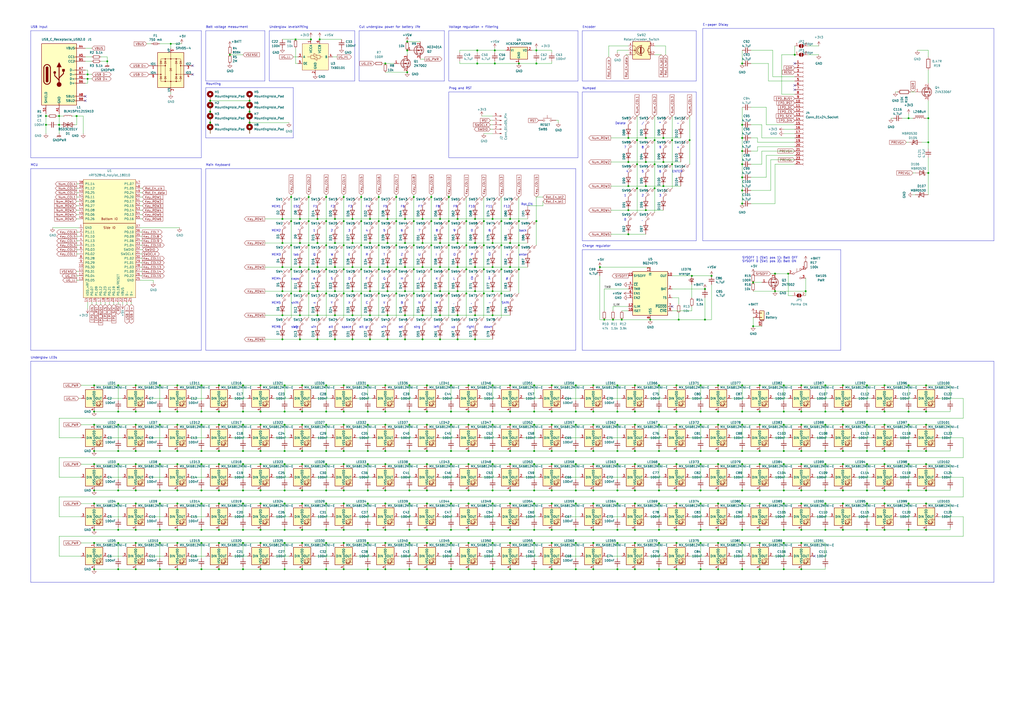
<source format=kicad_sch>
(kicad_sch (version 20230121) (generator eeschema)
  (paper "A2")
  (title_block (title "Diy Keyboard"))
  (junction (at 309.88 261.62))
  (junction (at 219.71 128.27))
  (junction (at 189.23 170.18))
  (junction (at 255.27 168.91))
  (junction (at 392.43 307.34))
  (junction (at 247.65 238.76))
  (junction (at 454.66 292.1))
  (junction (at 384.81 93.98))
  (junction (at 369.57 95.25))
  (junction (at 368.3 284.48))
  (junction (at 513.08 238.76))
  (junction (at 287.02 29.21))
  (junction (at 502.92 269.24))
  (junction (at 34.29 72.39))
  (junction (at 237.49 307.34))
  (junction (at 240.03 142.24))
  (junction (at 68.58 307.34))
  (junction (at 513.08 261.62))
  (junction (at 368.3 314.96))
  (junction (at 247.65 314.96))
  (junction (at 175.26 330.2))
  (junction (at 368.3 269.24))
  (junction (at 68.58 223.52))
  (junction (at 295.91 246.38))
  (junction (at 116.84 292.1))
  (junction (at 320.04 330.2))
  (junction (at 173.99 140.97))
  (junction (at 140.97 284.48))
  (junction (at 344.17 246.38))
  (junction (at 364.49 93.98))
  (junction (at 430.53 36.83))
  (junction (at 255.27 182.88))
  (junction (at 309.88 238.76))
  (junction (at 270.51 170.18))
  (junction (at 467.36 168.91))
  (junction (at 368.3 246.38))
  (junction (at 78.74 246.38))
  (junction (at 513.08 292.1))
  (junction (at 334.01 284.48))
  (junction (at 502.92 223.52))
  (junction (at 213.36 261.62))
  (junction (at 502.92 307.34))
  (junction (at 334.01 246.38))
  (junction (at 54.61 223.52))
  (junction (at 295.91 292.1))
  (junction (at 92.71 292.1))
  (junction (at 513.08 269.24))
  (junction (at 237.49 292.1))
  (junction (at 295.91 140.97))
  (junction (at 237.49 246.38))
  (junction (at 527.05 261.62))
  (junction (at 102.87 292.1))
  (junction (at 430.53 284.48))
  (junction (at 320.04 269.24))
  (junction (at 102.87 238.76))
  (junction (at 140.97 238.76))
  (junction (at 461.01 31.75))
  (junction (at 199.39 314.96))
  (junction (at 440.69 284.48))
  (junction (at 213.36 314.96))
  (junction (at 334.01 307.34))
  (junction (at 430.53 72.39))
  (junction (at 360.68 185.42) (diameter 0.9144))
  (junction (at 406.4 246.38))
  (junction (at 478.79 307.34))
  (junction (at 527.05 269.24))
  (junction (at 54.61 284.48))
  (junction (at 285.75 246.38))
  (junction (at 194.31 182.88))
  (junction (at 184.15 140.97))
  (junction (at 116.84 238.76))
  (junction (at 271.78 261.62))
  (junction (at 350.52 185.42) (diameter 0.9144))
  (junction (at 285.75 314.96))
  (junction (at 320.04 314.96))
  (junction (at 140.97 330.2))
  (junction (at 416.56 246.38))
  (junction (at 311.15 128.27))
  (junction (at 179.07 128.27))
  (junction (at 538.48 100.33))
  (junction (at 408.94 185.42))
  (junction (at 116.84 269.24))
  (junction (at 309.88 330.2))
  (junction (at 219.71 114.3))
  (junction (at 358.14 330.2))
  (junction (at 392.43 314.96))
  (junction (at 369.57 81.28))
  (junction (at 184.15 127))
  (junction (at 285.75 307.34))
  (junction (at 92.71 269.24))
  (junction (at 270.51 128.27))
  (junction (at 229.87 128.27))
  (junction (at 214.63 127))
  (junction (at 449.58 168.91))
  (junction (at 290.83 156.21))
  (junction (at 295.91 330.2))
  (junction (at 204.47 168.91))
  (junction (at 358.14 223.52))
  (junction (at 344.17 261.62))
  (junction (at 382.27 223.52))
  (junction (at 54.61 314.96))
  (junction (at 382.27 238.76))
  (junction (at 261.62 284.48))
  (junction (at 250.19 156.21))
  (junction (at 430.53 269.24))
  (junction (at 175.26 314.96))
  (junction (at 127 292.1))
  (junction (at 213.36 223.52))
  (junction (at 358.14 238.76))
  (junction (at 430.53 87.63))
  (junction (at 224.79 168.91))
  (junction (at 384.81 80.01))
  (junction (at 261.62 223.52))
  (junction (at 185.42 22.86))
  (junction (at 436.88 163.83))
  (junction (at 309.88 223.52))
  (junction (at 92.71 307.34))
  (junction (at 295.91 284.48))
  (junction (at 416.56 292.1))
  (junction (at 464.82 261.62))
  (junction (at 400.05 81.28))
  (junction (at 121.92 58.42))
  (junction (at 78.74 284.48))
  (junction (at 379.73 95.25))
  (junction (at 194.31 140.97))
  (junction (at 151.13 238.76))
  (junction (at 255.27 140.97))
  (junction (at 223.52 292.1))
  (junction (at 295.91 307.34))
  (junction (at 224.79 140.97))
  (junction (at 416.56 330.2))
  (junction (at 151.13 284.48))
  (junction (at 300.99 128.27))
  (junction (at 295.91 314.96))
  (junction (at 416.56 238.76))
  (junction (at 223.52 269.24))
  (junction (at 358.14 284.48))
  (junction (at 209.55 114.3))
  (junction (at 344.17 223.52))
  (junction (at 285.75 330.2))
  (junction (at 368.3 330.2))
  (junction (at 223.52 36.83))
  (junction (at 247.65 261.62))
  (junction (at 382.27 314.96))
  (junction (at 151.13 261.62))
  (junction (at 440.69 269.24))
  (junction (at 175.26 292.1))
  (junction (at 163.83 168.91))
  (junction (at 285.75 168.91))
  (junction (at 165.1 292.1))
  (junction (at 199.39 261.62))
  (junction (at 368.3 223.52))
  (junction (at 189.23 269.24))
  (junction (at 140.97 223.52))
  (junction (at 127 246.38))
  (junction (at 416.56 284.48))
  (junction (at 430.53 118.11))
  (junction (at 464.82 238.76))
  (junction (at 265.43 196.85))
  (junction (at 334.01 238.76))
  (junction (at 513.08 307.34))
  (junction (at 175.26 269.24))
  (junction (at 54.61 330.2))
  (junction (at 290.83 142.24))
  (junction (at 271.78 292.1))
  (junction (at 430.53 95.25))
  (junction (at 334.01 330.2))
  (junction (at 344.17 307.34))
  (junction (at 68.58 284.48))
  (junction (at 99.06 25.4))
  (junction (at 189.23 330.2))
  (junction (at 245.11 182.88))
  (junction (at 478.79 261.62))
  (junction (at 382.27 246.38))
  (junction (at 406.4 261.62))
  (junction (at 102.87 314.96))
  (junction (at 290.83 128.27))
  (junction (at 478.79 246.38))
  (junction (at 194.31 168.91))
  (junction (at 309.88 314.96))
  (junction (at 300.99 142.24))
  (junction (at 320.04 292.1))
  (junction (at 237.49 269.24))
  (junction (at 163.83 182.88))
  (junction (at 62.23 35.56))
  (junction (at 488.95 223.52))
  (junction (at 416.56 307.34))
  (junction (at 247.65 307.34))
  (junction (at 223.52 238.76))
  (junction (at 527.05 284.48))
  (junction (at 92.71 246.38))
  (junction (at 144.78 64.77))
  (junction (at 237.49 223.52))
  (junction (at 179.07 142.24))
  (junction (at 92.71 284.48))
  (junction (at 127 238.76))
  (junction (at 379.73 81.28))
  (junction (at 247.65 284.48))
  (junction (at 392.43 223.52))
  (junction (at 401.32 160.02))
  (junction (at 175.26 246.38))
  (junction (at 163.83 196.85))
  (junction (at 344.17 330.2))
  (junction (at 245.11 196.85))
  (junction (at 236.22 24.13))
  (junction (at 209.55 128.27))
  (junction (at 454.66 269.24))
  (junction (at 271.78 314.96))
  (junction (at 389.89 81.28))
  (junction (at 173.99 196.85))
  (junction (at 140.97 307.34))
  (junction (at 285.75 292.1))
  (junction (at 165.1 238.76))
  (junction (at 175.26 261.62))
  (junction (at 44.45 67.31))
  (junction (at 280.67 156.21))
  (junction (at 102.87 284.48))
  (junction (at 275.59 182.88))
  (junction (at 290.83 170.18))
  (junction (at 285.75 284.48))
  (junction (at 265.43 140.97))
  (junction (at 344.17 238.76))
  (junction (at 102.87 223.52))
  (junction (at 168.91 156.21))
  (junction (at 311.15 36.83))
  (junction (at 78.74 314.96))
  (junction (at 416.56 269.24))
  (junction (at 261.62 330.2))
  (junction (at 163.83 127))
  (junction (at 78.74 292.1))
  (junction (at 68.58 314.96))
  (junction (at 430.53 80.01))
  (junction (at 502.92 261.62))
  (junction (at 382.27 284.48))
  (junction (at 213.36 238.76))
  (junction (at 295.91 238.76))
  (junction (at 78.74 238.76))
  (junction (at 382.27 307.34))
  (junction (at 179.07 156.21))
  (junction (at 240.03 114.3))
  (junction (at 344.17 269.24))
  (junction (at 275.59 127))
  (junction (at 320.04 307.34))
  (junction (at 347.98 154.94))
  (junction (at 454.66 246.38))
  (junction (at 234.95 196.85))
  (junction (at 127 269.24))
  (junction (at 334.01 223.52))
  (junction (at 454.66 314.96))
  (junction (at 54.61 307.34))
  (junction (at 224.79 154.94))
  (junction (at 209.55 142.24))
  (junction (at 173.99 127))
  (junction (at 261.62 314.96))
  (junction (at 285.75 182.88))
  (junction (at 223.52 223.52))
  (junction (at 165.1 330.2))
  (junction (at 127 261.62))
  (junction (at 260.35 128.27))
  (junction (at 175.26 223.52))
  (junction (at 416.56 261.62))
  (junction (at 50.8 45.72))
  (junction (at 236.22 29.21))
  (junction (at 436.88 189.23))
  (junction (at 204.47 140.97))
  (junction (at 355.6 185.42) (diameter 0.9144))
  (junction (at 478.79 292.1))
  (junction (at 406.4 330.2))
  (junction (at 237.49 330.2))
  (junction (at 320.04 261.62))
  (junction (at 537.21 307.34))
  (junction (at 151.13 314.96))
  (junction (at 199.39 246.38))
  (junction (at 237.49 314.96))
  (junction (at 374.65 107.95))
  (junction (at 102.87 307.34))
  (junction (at 213.36 292.1))
  (junction (at 116.84 246.38))
  (junction (at 213.36 330.2))
  (junction (at 151.13 246.38))
  (junction (at 223.52 284.48))
  (junction (at 464.82 330.2))
  (junction (at 502.92 284.48))
  (junction (at 271.78 307.34))
  (junction (at 382.27 261.62))
  (junction (at 454.66 284.48))
  (junction (at 358.14 307.34))
  (junction (at 271.78 284.48))
  (junction (at 344.17 292.1))
  (junction (at 464.82 292.1))
  (junction (at 240.03 170.18))
  (junction (at 116.84 223.52))
  (junction (at 54.61 261.62))
  (junction (at 194.31 127))
  (junction (at 189.23 284.48))
  (junction (at 502.92 238.76))
  (junction (at 358.14 261.62))
  (junction (at 171.45 22.86))
  (junction (at 430.53 314.96))
  (junction (at 165.1 246.38))
  (junction (at 454.66 223.52))
  (junction (at 464.82 314.96))
  (junction (at 440.69 238.76))
  (junction (at 68.58 292.1))
  (junction (at 309.88 284.48))
  (junction (at 285.75 127))
  (junction (at 408.94 167.64) (diameter 0.9144))
  (junction (at 430.53 261.62))
  (junction (at 165.1 269.24))
  (junction (at 189.23 128.27))
  (junction (at 320.04 223.52))
  (junction (at 261.62 307.34))
  (junction (at 449.58 158.75))
  (junction (at 285.75 223.52))
  (junction (at 229.87 170.18))
  (junction (at 224.79 182.88))
  (junction (at 180.34 22.86))
  (junction (at 189.23 292.1))
  (junction (at 194.31 196.85))
  (junction (at 189.23 314.96))
  (junction (at 311.15 29.21))
  (junction (at 121.92 71.12))
  (junction (at 537.21 238.76))
  (junction (at 237.49 261.62))
  (junction (at 165.1 284.48))
  (junction (at 116.84 307.34))
  (junction (at 285.75 269.24))
  (junction (at 255.27 154.94))
  (junction (at 214.63 140.97))
  (junction (at 406.4 269.24))
  (junction (at 78.74 269.24))
  (junction (at 295.91 269.24))
  (junction (at 165.1 307.34))
  (junction (at 478.79 223.52))
  (junction (at 116.84 330.2))
  (junction (at 369.57 109.22))
  (junction (at 247.65 292.1))
  (junction (at 229.87 114.3))
  (junction (at 127 284.48))
  (junction (at 440.69 307.34))
  (junction (at 151.13 292.1))
  (junction (at 199.39 269.24))
  (junction (at 527.05 246.38))
  (junction (at 393.7 185.42) (diameter 0.9144))
  (junction (at 219.71 170.18))
  (junction (at 199.39 284.48))
  (junction (at 165.1 261.62))
  (junction (at 245.11 127))
  (junction (at 151.13 223.52))
  (junction (at 223.52 314.96))
  (junction (at 78.74 261.62))
  (junction (at 374.65 121.92))
  (junction (at 127 307.34))
  (junction (at 454.66 261.62))
  (junction (at 127 223.52))
  (junction (at 214.63 168.91))
  (junction (at 285.75 238.76))
  (junction (at 213.36 246.38))
  (junction (at 440.69 261.62))
  (junction (at 392.43 261.62))
  (junction (at 140.97 261.62))
  (junction (at 219.71 142.24))
  (junction (at 368.3 238.76))
  (junction (at 250.19 128.27))
  (junction (at 260.35 156.21))
  (junction (at 261.62 292.1))
  (junction (at 384.81 107.95))
  (junction (at 271.78 223.52))
  (junction (at 430.53 246.38))
  (junction (at 382.27 330.2))
  (junction (at 538.48 68.58))
  (junction (at 199.39 128.27))
  (junction (at 440.69 292.1))
  (junction (at 68.58 269.24))
  (junction (at 430.53 292.1))
  (junction (at 133.35 31.75))
  (junction (at 538.48 82.55))
  (junction (at 527.05 223.52))
  (junction (at 412.75 160.02))
  (junction (at 223.52 246.38))
  (junction (at 392.43 284.48))
  (junction (at 488.95 292.1))
  (junction (at 189.23 114.3))
  (junction (at 168.91 128.27))
  (junction (at 374.65 80.01))
  (junction (at 513.08 284.48))
  (junction (at 488.95 246.38))
  (junction (at 68.58 246.38))
  (junction (at 224.79 196.85))
  (junction (at 245.11 140.97))
  (junction (at 121.92 64.77))
  (junction (at 379.73 109.22))
  (junction (at 229.87 156.21))
  (junction (at 513.08 246.38))
  (junction (at 287.02 36.83))
  (junction (at 229.87 142.24))
  (junction (at 382.27 292.1))
  (junction (at 140.97 246.38))
  (junction (at 255.27 196.85))
  (junction (at 392.43 292.1))
  (junction (at 116.84 314.96))
  (junction (at 464.82 246.38))
  (junction (at 54.61 238.76))
  (junction (at 364.49 121.92))
  (junction (at 440.69 330.2))
  (junction (at 261.62 269.24))
  (junction (at 270.51 142.24))
  (junction (at 276.86 29.21))
  (junction (at 247.65 269.24))
  (junction (at 309.88 307.34))
  (junction (at 276.86 36.83))
  (junction (at 163.83 140.97))
  (junction (at 454.66 307.34))
  (junction (at 527.05 307.34))
  (junction (at 392.43 330.2))
  (junction (at 140.97 292.1))
  (junction (at 184.15 154.94))
  (junction (at 234.95 182.88))
  (junction (at 364.49 107.95))
  (junction (at 140.97 314.96))
  (junction (at 175.26 284.48))
  (junction (at 416.56 223.52))
  (junction (at 255.27 127))
  (junction (at 54.61 269.24))
  (junction (at 344.17 284.48))
  (junction (at 223.52 261.62))
  (junction (at 102.87 330.2))
  (junction (at 189.23 223.52))
  (junction (at 392.43 238.76))
  (junction (at 285.75 140.97))
  (junction (at 265.43 127))
  (junction (at 247.65 223.52))
  (junction (at 247.65 330.2))
  (junction (at 199.39 330.2))
  (junction (at 488.95 261.62))
  (junction (at 364.49 135.89))
  (junction (at 173.99 168.91))
  (junction (at 502.92 246.38))
  (junction (at 26.67 72.39))
  (junction (at 275.59 168.91))
  (junction (at 213.36 307.34))
  (junction (at 275.59 140.97))
  (junction (at 234.95 140.97))
  (junction (at 300.99 36.83))
  (junction (at 280.67 142.24))
  (junction (at 184.15 182.88))
  (junction (at 488.95 238.76))
  (junction (at 488.95 284.48))
  (junction (at 537.21 269.24))
  (junction (at 464.82 307.34))
  (junction (at 213.36 269.24))
  (junction (at 406.4 307.34))
  (junction (at 334.01 314.96))
  (junction (at 116.84 284.48))
  (junction (at 127 330.2))
  (junction (at 430.53 102.87))
  (junction (at 236.22 41.91))
  (junction (at 285.75 261.62))
  (junction (at 502.92 292.1))
  (junction (at 189.23 238.76))
  (junction (at 295.91 154.94))
  (junction (at 430.53 330.2))
  (junction (at 250.19 142.24))
  (junction (at 527.05 292.1))
  (junction (at 478.79 238.76))
  (junction (at 392.43 246.38))
  (junction (at 78.74 307.34))
  (junction (at 247.65 246.38))
  (junction (at 240.03 128.27))
  (junction (at 240.03 156.21))
  (junction (at 78.74 330.2))
  (junction (at 199.39 307.34))
  (junction (at 416.56 314.96))
  (junction (at 377.19 185.42) (diameter 0.9144))
  (junction (at 168.91 114.3))
  (junction (at 168.91 170.18))
  (junction (at 261.62 261.62))
  (junction (at 234.95 168.91))
  (junction (at 488.95 307.34))
  (junction (at 184.15 196.85))
  (junction (at 175.26 238.76))
  (junction (at 204.47 127))
  (junction (at 199.39 170.18))
  (junction (at 199.39 292.1))
  (junction (at 68.58 238.76))
  (junction (at 219.71 156.21))
  (junction (at 406.4 314.96))
  (junction (at 92.71 238.76))
  (junction (at 454.66 330.2))
  (junction (at 271.78 246.38))
  (junction (at 234.95 154.94))
  (junction (at 209.55 170.18))
  (junction (at 223.52 307.34))
  (junction (at 430.53 223.52))
  (junction (at 260.35 142.24))
  (junction (at 430.53 307.34))
  (junction (at 430.53 238.76))
  (junction (at 271.78 330.2))
  (junction (at 261.62 238.76))
  (junction (at 275.59 154.94))
  (junction (at 406.4 238.76))
  (junction (at 464.82 223.52))
  (junction (at 368.3 307.34))
  (junction (at 295.91 127))
  (junction (at 271.78 269.24))
  (junction (at 237.49 238.76))
  (junction (at 406.4 284.48))
  (junction (at 440.69 246.38))
  (junction (at 265.43 182.88))
  (junction (at 54.61 246.38))
  (junction (at 300.99 156.21))
  (junction (at 78.74 223.52))
  (junction (at 214.63 196.85))
  (junction (at 163.83 154.94))
  (junction (at 270.51 156.21))
  (junction (at 199.39 114.3))
  (junction (at 392.43 269.24))
  (junction (at 527.05 68.58))
  (junction (at 261.62 246.38))
  (junction (at 173.99 154.94))
  (junction (at 204.47 196.85))
  (junction (at 92.71 330.2))
  (junction (at 320.04 238.76))
  (junction (at 194.31 154.94))
  (junction (at 389.89 95.25))
  (junction (at 144.78 71.12))
  (junction (at 199.39 142.24))
  (junction (at 320.04 284.48))
  (junction (at 260.35 114.3))
  (junction (at 537.21 223.52))
  (junction (at 382.27 269.24))
  (junction (at 54.61 292.1))
  (junction (at 537.21 261.62))
  (junction (at 260.35 170.18))
  (junction (at 189.23 156.21))
  (junction (at 127 314.96))
  (junction (at 358.14 292.1))
  (junction (at 92.71 314.96))
  (junction (at 440.69 223.52))
  (junction (at 457.2 158.75))
  (junction (at 245.11 168.91))
  (junction (at 368.3 261.62))
  (junction (at 265.43 168.91))
  (junction (at 275.59 196.85))
  (junction (at 204.47 182.88))
  (junction (at 537.21 246.38))
  (junction (at 175.26 307.34))
  (junction (at 344.17 314.96))
  (junction (at 26.67 67.31))
  (junction (at 102.87 246.38))
  (junction (at 364.49 80.01))
  (junction (at 102.87 269.24))
  (junction (at 50.8 43.18))
  (junction (at 214.63 182.88))
  (junction (at 334.01 269.24))
  (junction (at 454.66 238.76))
  (junction (at 265.43 154.94))
  (junction (at 92.71 223.52))
  (junction (at 173.99 182.88))
  (junction (at 116.84 261.62))
  (junction (at 440.69 314.96))
  (junction (at 179.07 170.18))
  (junction (at 430.53 110.49))
  (junction (at 224.79 127))
  (junction (at 199.39 238.76))
  (junction (at 488.95 269.24))
  (junction (at 295.91 261.62))
  (junction (at 189.23 261.62))
  (junction (at 406.4 223.52))
  (junction (at 151.13 307.34))
  (junction (at 280.67 170.18))
  (junction (at 320.04 246.38))
  (junction (at 358.14 314.96))
  (junction (at 280.67 128.27))
  (junction (at 213.36 284.48))
  (junction (at 165.1 223.52))
  (junction (at 68.58 261.62))
  (junction (at 358.14 246.38))
  (junction (at 406.4 292.1))
  (junction (at 527.05 238.76))
  (junction (at 92.71 261.62))
  (junction (at 189.23 142.24))
  (junction (at 234.95 127))
  (junction (at 478.79 269.24))
  (junction (at 179.07 114.3))
  (junction (at 285.75 154.94))
  (junction (at 334.01 261.62))
  (junction (at 189.23 246.38))
  (junction (at 102.87 261.62))
  (junction (at 199.39 223.52))
  (junction (at 271.78 238.76))
  (junction (at 309.88 269.24))
  (junction (at 34.29 67.31))
  (junction (at 165.1 314.96))
  (junction (at 334.01 292.1))
  (junction (at 237.49 284.48))
  (junction (at 209.55 156.21))
  (junction (at 250.19 114.3))
  (junction (at 245.11 154.94))
  (junction (at 144.78 58.42))
  (junction (at 464.82 284.48))
  (junction (at 151.13 269.24))
  (junction (at 374.65 93.98))
  (junction (at 537.21 292.1))
  (junction (at 204.47 154.94))
  (junction (at 199.39 156.21))
  (junction (at 358.14 269.24))
  (junction (at 214.63 154.94))
  (junction (at 368.3 292.1))
  (junction (at 140.97 269.24))
  (junction (at 151.13 330.2))
  (junction (at 464.82 269.24))
  (junction (at 478.79 284.48))
  (junction (at 168.91 142.24))
  (junction (at 223.52 330.2))
  (junction (at 189.23 307.34))
  (junction (at 295.91 223.52))
  (junction (at 309.88 292.1))
  (junction (at 68.58 330.2))
  (junction (at 250.19 170.18))
  (junction (at 309.88 246.38))
  (junction (at 184.15 168.91))
  (junction (at 513.08 223.52))
  (junction (at 537.21 284.48))
  (no_connect (at 111.76 43.18))
  (no_connect (at 49.53 58.42))
  (no_connect (at 461.01 52.07))
  (no_connect (at 389.89 177.8))
  (no_connect (at 49.53 55.88))
  (no_connect (at 111.76 38.1))
  (no_connect (at 472.44 322.58))
  (no_connect (at 461.01 49.53))
  (no_connect (at 461.01 36.83))
  (wire (pts (xy 527.05 307.34) (xy 537.21 307.34)))
  (wire (pts (xy 527.05 246.38) (xy 537.21 246.38)))
  (wire (pts (xy 295.91 223.52) (xy 309.88 223.52)))
  (wire (pts (xy 231.14 322.58) (xy 240.03 322.58)))
  (wire (pts (xy 311.15 114.3) (xy 314.96 114.3)))
  (wire (pts (xy 368.3 284.48) (xy 382.27 284.48)))
  (wire (pts (xy 430.53 255.27) (xy 430.53 246.38)))
  (wire (pts (xy 68.58 237.49) (xy 68.58 238.76)))
  (wire (pts (xy 454.66 323.85) (xy 454.66 314.96)))
  (wire (pts (xy 34.29 265.43) (xy 558.8 265.43)))
  (wire (pts (xy 44.45 134.62) (xy 45.72 134.62)))
  (wire (pts (xy 355.6 177.8) (xy 364.49 177.8)))
  (wire (pts (xy 436.88 184.15) (xy 436.88 189.23)))
  (wire (pts (xy 245.11 154.94) (xy 255.27 154.94)))
  (wire (pts (xy 454.66 314.96) (xy 464.82 314.96)))
  (wire (pts (xy 213.36 238.76) (xy 213.36 237.49)))
  (wire (pts (xy 255.27 254) (xy 264.16 254)))
  (wire (pts (xy 151.13 269.24) (xy 165.1 269.24)))
  (wire (pts (xy 364.49 93.98) (xy 374.65 93.98)))
  (wire (pts (xy 71.12 176.53) (xy 71.12 175.26)))
  (wire (pts (xy 354.33 135.89) (xy 364.49 135.89)))
  (wire (pts (xy 62.23 299.72) (xy 71.12 299.72)))
  (wire (pts (xy 435.61 80.01) (xy 439.42 80.01)))
  (wire (pts (xy 68.58 238.76) (xy 78.74 238.76)))
  (polyline (pts (xy 170.18 50.8) (xy 170.18 80.01)) (stroke (width 0) (type solid)))
  (wire (pts (xy 430.53 269.24) (xy 440.69 269.24)))
  (polyline (pts (xy 407.67 139.7) (xy 576.58 139.7)) (stroke (width 0) (type solid)))
  (wire (pts (xy 435.61 102.87) (xy 444.5 102.87)))
  (polyline (pts (xy 260.35 17.78) (xy 335.28 17.78)) (stroke (width 0) (type solid)))
  (wire (pts (xy 374.65 80.01) (xy 384.81 80.01)))
  (wire (pts (xy 116.84 306.07) (xy 116.84 307.34)))
  (wire (pts (xy 184.15 182.88) (xy 194.31 182.88)))
  (wire (pts (xy 237.49 330.2) (xy 247.65 330.2)))
  (wire (pts (xy 358.14 260.35) (xy 358.14 261.62)))
  (wire (pts (xy 478.79 238.76) (xy 488.95 238.76)))
  (wire (pts (xy 127 284.48) (xy 140.97 284.48)))
  (wire (pts (xy 382.27 307.34) (xy 382.27 306.07)))
  (wire (pts (xy 189.23 307.34) (xy 199.39 307.34)))
  (wire (pts (xy 68.58 278.13) (xy 68.58 269.24)))
  (wire (pts (xy 214.63 154.94) (xy 224.79 154.94)))
  (polyline (pts (xy 208.28 46.99) (xy 257.81 46.99)) (stroke (width 0) (type solid)))
  (wire (pts (xy 271.78 246.38) (xy 285.75 246.38)))
  (wire (pts (xy 295.91 261.62) (xy 309.88 261.62)))
  (polyline (pts (xy 576.58 209.55) (xy 576.58 337.82)) (stroke (width 0) (type solid)))
  (wire (pts (xy 121.92 58.42) (xy 121.92 64.77)))
  (wire (pts (xy 229.87 114.3) (xy 229.87 128.27)))
  (wire (pts (xy 279.4 67.31) (xy 285.75 67.31)))
  (wire (pts (xy 353.06 33.02) (xy 353.06 26.67)))
  (wire (pts (xy 327.66 231.14) (xy 336.55 231.14)))
  (wire (pts (xy 327.66 276.86) (xy 336.55 276.86)))
  (wire (pts (xy 86.36 276.86) (xy 95.25 276.86)))
  (wire (pts (xy 320.04 330.2) (xy 334.01 330.2)))
  (wire (pts (xy 502.92 307.34) (xy 513.08 307.34)))
  (polyline (pts (xy 337.82 203.2) (xy 487.68 203.2)) (stroke (width 0) (type solid)))
  (wire (pts (xy 116.84 292.1) (xy 127 292.1)))
  (wire (pts (xy 358.14 330.2) (xy 368.3 330.2)))
  (wire (pts (xy 334.01 314.96) (xy 344.17 314.96)))
  (wire (pts (xy 237.49 278.13) (xy 237.49 269.24)))
  (wire (pts (xy 527.05 269.24) (xy 537.21 269.24)))
  (wire (pts (xy 551.18 278.13) (xy 551.18 269.24)))
  (wire (pts (xy 430.53 278.13) (xy 430.53 269.24)))
  (wire (pts (xy 401.32 165.1) (xy 401.32 172.72)))
  (wire (pts (xy 219.71 170.18) (xy 219.71 184.15)))
  (wire (pts (xy 116.84 300.99) (xy 116.84 292.1)))
  (wire (pts (xy 260.35 128.27) (xy 260.35 142.24)))
  (wire (pts (xy 502.92 307.34) (xy 502.92 306.07)))
  (wire (pts (xy 140.97 278.13) (xy 140.97 269.24)))
  (wire (pts (xy 175.26 284.48) (xy 189.23 284.48)))
  (wire (pts (xy 334.01 323.85) (xy 334.01 314.96)))
  (wire (pts (xy 358.14 223.52) (xy 368.3 223.52)))
  (wire (pts (xy 140.97 307.34) (xy 140.97 306.07)))
  (wire (pts (xy 261.62 223.52) (xy 271.78 223.52)))
  (polyline (pts (xy 17.78 17.78) (xy 116.84 17.78)) (stroke (width 0) (type solid)))
  (wire (pts (xy 245.11 168.91) (xy 255.27 168.91)))
  (wire (pts (xy 424.18 299.72) (xy 433.07 299.72)))
  (wire (pts (xy 538.48 82.55) (xy 534.67 82.55)))
  (wire (pts (xy 171.45 22.86) (xy 180.34 22.86)))
  (polyline (pts (xy 335.28 53.34) (xy 335.28 91.44)) (stroke (width 0) (type solid)))
  (wire (pts (xy 430.53 110.49) (xy 430.53 118.11)))
  (wire (pts (xy 448.31 231.14) (xy 457.2 231.14)))
  (wire (pts (xy 271.78 284.48) (xy 285.75 284.48)))
  (wire (pts (xy 54.61 330.2) (xy 68.58 330.2)))
  (wire (pts (xy 527.05 238.76) (xy 537.21 238.76)))
  (wire (pts (xy 496.57 231.14) (xy 505.46 231.14)))
  (wire (pts (xy 26.67 72.39) (xy 27.94 72.39)))
  (wire (pts (xy 207.01 231.14) (xy 215.9 231.14)))
  (wire (pts (xy 358.14 261.62) (xy 368.3 261.62)))
  (wire (pts (xy 237.49 232.41) (xy 237.49 223.52)))
  (wire (pts (xy 382.27 238.76) (xy 382.27 237.49)))
  (wire (pts (xy 300.99 114.3) (xy 300.99 128.27)))
  (wire (pts (xy 502.92 292.1) (xy 513.08 292.1)))
  (wire (pts (xy 204.47 196.85) (xy 214.63 196.85)))
  (wire (pts (xy 134.62 254) (xy 143.51 254)))
  (wire (pts (xy 412.75 185.42) (xy 408.94 185.42)))
  (wire (pts (xy 231.14 276.86) (xy 240.03 276.86)))
  (wire (pts (xy 165.1 223.52) (xy 175.26 223.52)))
  (wire (pts (xy 271.78 269.24) (xy 285.75 269.24)))
  (wire (pts (xy 184.15 196.85) (xy 194.31 196.85)))
  (wire (pts (xy 285.75 255.27) (xy 285.75 246.38)))
  (wire (pts (xy 34.29 288.29) (xy 558.8 288.29)))
  (wire (pts (xy 189.23 284.48) (xy 199.39 284.48)))
  (wire (pts (xy 478.79 307.34) (xy 488.95 307.34)))
  (wire (pts (xy 140.97 307.34) (xy 151.13 307.34)))
  (polyline (pts (xy 257.81 46.99) (xy 257.81 17.78)) (stroke (width 0) (type solid)))
  (wire (pts (xy 295.91 140.97) (xy 306.07 140.97)))
  (wire (pts (xy 406.4 261.62) (xy 406.4 260.35)))
  (wire (pts (xy 55.88 176.53) (xy 55.88 175.26)))
  (wire (pts (xy 478.79 261.62) (xy 488.95 261.62)))
  (wire (pts (xy 127 314.96) (xy 140.97 314.96)))
  (wire (pts (xy 50.8 40.64) (xy 50.8 43.18)))
  (wire (pts (xy 261.62 278.13) (xy 261.62 269.24)))
  (wire (pts (xy 68.58 232.41) (xy 68.58 223.52)))
  (wire (pts (xy 116.84 246.38) (xy 127 246.38)))
  (polyline (pts (xy 576.58 337.82) (xy 17.78 337.82)) (stroke (width 0) (type solid)))
  (polyline (pts (xy 119.38 17.78) (xy 153.67 17.78)) (stroke (width 0) (type solid)))
  (wire (pts (xy 406.4 238.76) (xy 416.56 238.76)))
  (wire (pts (xy 92.71 284.48) (xy 102.87 284.48)))
  (wire (pts (xy 102.87 307.34) (xy 116.84 307.34)))
  (wire (pts (xy 165.1 323.85) (xy 165.1 314.96)))
  (wire (pts (xy 295.91 127) (xy 306.07 127)))
  (polyline (pts (xy 119.38 97.79) (xy 334.01 97.79)) (stroke (width 0) (type solid)))
  (wire (pts (xy 448.31 254) (xy 457.2 254)))
  (wire (pts (xy 255.27 231.14) (xy 264.16 231.14)))
  (wire (pts (xy 102.87 330.2) (xy 116.84 330.2)))
  (wire (pts (xy 247.65 284.48) (xy 261.62 284.48)))
  (polyline (pts (xy 170.18 80.01) (xy 119.38 80.01)) (stroke (width 0) (type solid)))
  (wire (pts (xy 527.05 261.62) (xy 537.21 261.62)))
  (wire (pts (xy 194.31 182.88) (xy 204.47 182.88)))
  (wire (pts (xy 213.36 292.1) (xy 223.52 292.1)))
  (wire (pts (xy 551.18 232.41) (xy 551.18 223.52)))
  (wire (pts (xy 430.53 284.48) (xy 430.53 283.21)))
  (wire (pts (xy 153.67 127) (xy 163.83 127)))
  (wire (pts (xy 309.88 246.38) (xy 320.04 246.38)))
  (wire (pts (xy 245.11 140.97) (xy 255.27 140.97)))
  (wire (pts (xy 424.18 276.86) (xy 433.07 276.86)))
  (wire (pts (xy 558.8 242.57) (xy 558.8 231.14)))
  (polyline (pts (xy 487.68 203.2) (xy 487.68 144.78)) (stroke (width 0) (type solid)))
  (polyline (pts (xy 407.67 16.51) (xy 407.67 139.7)) (stroke (width 0) (type solid)))
  (polyline (pts (xy 119.38 50.8) (xy 170.18 50.8)) (stroke (width 0) (type solid)))
  (wire (pts (xy 351.79 254) (xy 360.68 254)))
  (wire (pts (xy 430.53 284.48) (xy 440.69 284.48)))
  (wire (pts (xy 62.23 36.83) (xy 62.23 35.56)))
  (wire (pts (xy 173.99 140.97) (xy 184.15 140.97)))
  (wire (pts (xy 255.27 322.58) (xy 264.16 322.58)))
  (wire (pts (xy 551.18 284.48) (xy 551.18 283.21)))
  (wire (pts (xy 440.69 330.2) (xy 454.66 330.2)))
  (wire (pts (xy 285.75 261.62) (xy 295.91 261.62)))
  (wire (pts (xy 406.4 232.41) (xy 406.4 223.52)))
  (wire (pts (xy 290.83 170.18) (xy 290.83 184.15)))
  (wire (pts (xy 382.27 307.34) (xy 392.43 307.34)))
  (wire (pts (xy 54.61 238.76) (xy 68.58 238.76)))
  (polyline (pts (xy 334.01 203.2) (xy 119.38 203.2)) (stroke (width 0) (type solid)))
  (wire (pts (xy 261.62 330.2) (xy 271.78 330.2)))
  (wire (pts (xy 140.97 238.76) (xy 140.97 237.49)))
  (wire (pts (xy 179.07 142.24) (xy 179.07 156.21)))
  (wire (pts (xy 496.57 276.86) (xy 505.46 276.86)))
  (wire (pts (xy 502.92 238.76) (xy 513.08 238.76)))
  (wire (pts (xy 454.66 330.2) (xy 454.66 328.93)))
  (wire (pts (xy 92.71 278.13) (xy 92.71 269.24)))
  (wire (pts (xy 285.75 307.34) (xy 285.75 306.07)))
  (wire (pts (xy 134.62 231.14) (xy 143.51 231.14)))
  (wire (pts (xy 165.1 307.34) (xy 175.26 307.34)))
  (wire (pts (xy 255.27 299.72) (xy 264.16 299.72)))
  (wire (pts (xy 82.55 121.92) (xy 81.28 121.92)))
  (wire (pts (xy 393.7 185.42) (xy 408.94 185.42)))
  (wire (pts (xy 140.97 284.48) (xy 151.13 284.48)))
  (wire (pts (xy 189.23 156.21) (xy 189.23 170.18)))
  (wire (pts (xy 453.39 54.61) (xy 461.01 54.61)))
  (wire (pts (xy 488.95 292.1) (xy 502.92 292.1)))
  (wire (pts (xy 182.88 322.58) (xy 191.77 322.58)))
  (wire (pts (xy 375.92 322.58) (xy 384.81 322.58)))
  (wire (pts (xy 209.55 142.24) (xy 209.55 156.21)))
  (wire (pts (xy 82.55 111.76) (xy 81.28 111.76)))
  (wire (pts (xy 185.42 22.86) (xy 198.12 22.86)))
  (wire (pts (xy 275.59 196.85) (xy 285.75 196.85)))
  (wire (pts (xy 488.95 246.38) (xy 502.92 246.38)))
  (wire (pts (xy 58.42 176.53) (xy 58.42 175.26)))
  (wire (pts (xy 320.04 314.96) (xy 334.01 314.96)))
  (wire (pts (xy 416.56 246.38) (xy 430.53 246.38)))
  (wire (pts (xy 151.13 307.34) (xy 165.1 307.34)))
  (wire (pts (xy 213.36 246.38) (xy 223.52 246.38)))
  (wire (pts (xy 271.78 314.96) (xy 285.75 314.96)))
  (wire (pts (xy 88.9 162.56) (xy 81.28 162.56)))
  (wire (pts (xy 440.69 238.76) (xy 454.66 238.76)))
  (wire (pts (xy 179.07 156.21) (xy 179.07 170.18)))
  (wire (pts (xy 406.4 269.24) (xy 416.56 269.24)))
  (wire (pts (xy 92.71 330.2) (xy 102.87 330.2)))
  (wire (pts (xy 295.91 307.34) (xy 309.88 307.34)))
  (wire (pts (xy 392.43 261.62) (xy 406.4 261.62)))
  (wire (pts (xy 194.31 154.94) (xy 204.47 154.94)))
  (wire (pts (xy 44.45 119.38) (xy 45.72 119.38)))
  (wire (pts (xy 430.53 300.99) (xy 430.53 292.1)))
  (wire (pts (xy 285.75 278.13) (xy 285.75 269.24)))
  (wire (pts (xy 516.89 68.58) (xy 518.16 68.58)))
  (wire (pts (xy 223.52 314.96) (xy 237.49 314.96)))
  (polyline (pts (xy 119.38 97.79) (xy 119.38 203.2)) (stroke (width 0) (type solid)))
  (wire (pts (xy 558.8 265.43) (xy 558.8 254)))
  (wire (pts (xy 454.66 238.76) (xy 454.66 237.49)))
  (wire (pts (xy 424.18 322.58) (xy 433.07 322.58)))
  (wire (pts (xy 280.67 128.27) (xy 280.67 142.24)))
  (wire (pts (xy 173.99 168.91) (xy 184.15 168.91)))
  (wire (pts (xy 62.23 35.56) (xy 58.42 35.56)))
  (polyline (pts (xy 17.78 209.55) (xy 576.58 209.55)) (stroke (width 0) (type solid)))
  (wire (pts (xy 334.01 232.41) (xy 334.01 223.52)))
  (wire (pts (xy 168.91 156.21) (xy 168.91 170.18)))
  (wire (pts (xy 360.68 185.42) (xy 377.19 185.42)))
  (wire (pts (xy 285.75 127) (xy 295.91 127)))
  (wire (pts (xy 379.73 81.28) (xy 379.73 95.25)))
  (wire (pts (xy 49.53 45.72) (xy 50.8 45.72)))
  (wire (pts (xy 303.53 276.86) (xy 312.42 276.86)))
  (wire (pts (xy 189.23 284.48) (xy 189.23 283.21)))
  (wire (pts (xy 261.62 307.34) (xy 271.78 307.34)))
  (polyline (pts (xy 337.82 17.78) (xy 403.86 17.78)) (stroke (width 0) (type solid)))
  (wire (pts (xy 237.49 261.62) (xy 247.65 261.62)))
  (wire (pts (xy 250.19 170.18) (xy 250.19 184.15)))
  (wire (pts (xy 285.75 246.38) (xy 295.91 246.38)))
  (wire (pts (xy 116.84 232.41) (xy 116.84 223.52)))
  (wire (pts (xy 62.23 33.02) (xy 62.23 35.56)))
  (wire (pts (xy 189.23 314.96) (xy 199.39 314.96)))
  (wire (pts (xy 382.27 292.1) (xy 392.43 292.1)))
  (wire (pts (xy 140.97 323.85) (xy 140.97 314.96)))
  (wire (pts (xy 430.53 261.62) (xy 430.53 260.35)))
  (wire (pts (xy 320.04 261.62) (xy 334.01 261.62)))
  (wire (pts (xy 68.58 223.52) (xy 78.74 223.52)))
  (wire (pts (xy 50.8 48.26) (xy 50.8 45.72)))
  (wire (pts (xy 344.17 330.2) (xy 358.14 330.2)))
  (polyline (pts (xy 337.82 144.78) (xy 487.68 144.78)) (stroke (width 0) (type solid)))
  (wire (pts (xy 279.4 231.14) (xy 288.29 231.14)))
  (wire (pts (xy 165.1 238.76) (xy 175.26 238.76)))
  (wire (pts (xy 382.27 261.62) (xy 392.43 261.62)))
  (wire (pts (xy 430.53 330.2) (xy 440.69 330.2)))
  (wire (pts (xy 502.92 255.27) (xy 502.92 246.38)))
  (wire (pts (xy 151.13 292.1) (xy 165.1 292.1)))
  (wire (pts (xy 78.74 269.24) (xy 92.71 269.24)))
  (wire (pts (xy 223.52 238.76) (xy 237.49 238.76)))
  (wire (pts (xy 46.99 322.58) (xy 34.29 322.58)))
  (wire (pts (xy 116.84 284.48) (xy 127 284.48)))
  (wire (pts (xy 121.92 64.77) (xy 121.92 71.12)))
  (wire (pts (xy 163.83 127) (xy 173.99 127)))
  (wire (pts (xy 68.58 300.99) (xy 68.58 292.1)))
  (wire (pts (xy 34.29 299.72) (xy 34.29 288.29)))
  (wire (pts (xy 311.15 36.83) (xy 320.04 36.83)))
  (wire (pts (xy 430.53 314.96) (xy 440.69 314.96)))
  (wire (pts (xy 464.82 246.38) (xy 478.79 246.38)))
  (wire (pts (xy 364.49 135.89) (xy 374.65 135.89)))
  (wire (pts (xy 44.45 109.22) (xy 45.72 109.22)))
  (wire (pts (xy 309.88 314.96) (xy 320.04 314.96)))
  (wire (pts (xy 354.33 93.98) (xy 364.49 93.98)))
  (wire (pts (xy 344.17 246.38) (xy 358.14 246.38)))
  (wire (pts (xy 175.26 269.24) (xy 189.23 269.24)))
  (wire (pts (xy 334.01 260.35) (xy 334.01 261.62)))
  (wire (pts (xy 250.19 114.3) (xy 250.19 128.27)))
  (wire (pts (xy 223.52 284.48) (xy 237.49 284.48)))
  (wire (pts (xy 435.61 36.83) (xy 445.77 36.83)))
  (polyline (pts (xy 119.38 50.8) (xy 119.38 80.01)) (stroke (width 0) (type solid)))
  (wire (pts (xy 454.66 284.48) (xy 464.82 284.48)))
  (wire (pts (xy 439.42 85.09) (xy 439.42 87.63)))
  (wire (pts (xy 271.78 292.1) (xy 285.75 292.1)))
  (wire (pts (xy 54.61 269.24) (xy 68.58 269.24)))
  (wire (pts (xy 440.69 284.48) (xy 454.66 284.48)))
  (wire (pts (xy 189.23 300.99) (xy 189.23 292.1)))
  (wire (pts (xy 240.03 113.03) (xy 240.03 114.3)))
  (wire (pts (xy 92.71 323.85) (xy 92.71 314.96)))
  (wire (pts (xy 78.74 292.1) (xy 92.71 292.1)))
  (polyline (pts (xy 260.35 46.99) (xy 335.28 46.99)) (stroke (width 0) (type solid)))
  (wire (pts (xy 351.79 299.72) (xy 360.68 299.72)))
  (wire (pts (xy 400.05 231.14) (xy 408.94 231.14)))
  (wire (pts (xy 464.82 292.1) (xy 478.79 292.1)))
  (wire (pts (xy 392.43 292.1) (xy 406.4 292.1)))
  (wire (pts (xy 382.27 269.24) (xy 392.43 269.24)))
  (wire (pts (xy 261.62 314.96) (xy 271.78 314.96)))
  (wire (pts (xy 54.61 246.38) (xy 68.58 246.38)))
  (wire (pts (xy 163.83 154.94) (xy 173.99 154.94)))
  (wire (pts (xy 271.78 330.2) (xy 285.75 330.2)))
  (wire (pts (xy 86.36 299.72) (xy 95.25 299.72)))
  (wire (pts (xy 224.79 168.91) (xy 234.95 168.91)))
  (wire (pts (xy 102.87 314.96) (xy 116.84 314.96)))
  (wire (pts (xy 247.65 238.76) (xy 261.62 238.76)))
  (wire (pts (xy 449.58 158.75) (xy 457.2 158.75)))
  (wire (pts (xy 454.66 284.48) (xy 454.66 283.21)))
  (wire (pts (xy 219.71 142.24) (xy 219.71 156.21)))
  (wire (pts (xy 435.61 95.25) (xy 441.96 95.25)))
  (wire (pts (xy 179.07 113.03) (xy 179.07 114.3)))
  (wire (pts (xy 416.56 261.62) (xy 430.53 261.62)))
  (polyline (pts (xy 116.84 97.79) (xy 17.78 97.79)) (stroke (width 0) (type solid)))
  (wire (pts (xy 284.48 74.93) (xy 285.75 74.93)))
  (wire (pts (xy 234.95 140.97) (xy 245.11 140.97)))
  (wire (pts (xy 250.19 142.24) (xy 250.19 156.21)))
  (wire (pts (xy 472.44 254) (xy 481.33 254)))
  (wire (pts (xy 464.82 238.76) (xy 478.79 238.76)))
  (wire (pts (xy 99.06 25.4) (xy 105.41 25.4)))
  (wire (pts (xy 53.34 43.18) (xy 50.8 43.18)))
  (wire (pts (xy 265.43 168.91) (xy 275.59 168.91)))
  (wire (pts (xy 180.34 21.59) (xy 180.34 22.86)))
  (wire (pts (xy 213.36 261.62) (xy 213.36 260.35)))
  (wire (pts (xy 265.43 127) (xy 275.59 127)))
  (wire (pts (xy 416.56 292.1) (xy 430.53 292.1)))
  (wire (pts (xy 285.75 307.34) (xy 295.91 307.34)))
  (wire (pts (xy 116.84 269.24) (xy 127 269.24)))
  (wire (pts (xy 454.66 223.52) (xy 464.82 223.52)))
  (wire (pts (xy 88.9 163.83) (xy 88.9 162.56)))
  (wire (pts (xy 448.31 29.21) (xy 448.31 44.45)))
  (wire (pts (xy 309.88 261.62) (xy 320.04 261.62)))
  (wire (pts (xy 354.33 107.95) (xy 364.49 107.95)))
  (wire (pts (xy 287.02 35.56) (xy 287.02 36.83)))
  (wire (pts (xy 393.7 181.61) (xy 393.7 185.42)))
  (wire (pts (xy 49.53 33.02) (xy 53.34 33.02)))
  (wire (pts (xy 92.71 246.38) (xy 102.87 246.38)))
  (wire (pts (xy 358.14 300.99) (xy 358.14 292.1)))
  (wire (pts (xy 255.27 182.88) (xy 265.43 182.88)))
  (wire (pts (xy 199.39 246.38) (xy 213.36 246.38)))
  (wire (pts (xy 488.95 261.62) (xy 502.92 261.62)))
  (wire (pts (xy 406.4 261.62) (xy 416.56 261.62)))
  (wire (pts (xy 85.09 25.4) (xy 87.63 25.4)))
  (wire (pts (xy 44.45 124.46) (xy 45.72 124.46)))
  (wire (pts (xy 26.67 67.31) (xy 27.94 67.31)))
  (wire (pts (xy 311.15 35.56) (xy 311.15 36.83)))
  (wire (pts (xy 358.14 284.48) (xy 368.3 284.48)))
  (wire (pts (xy 92.71 269.24) (xy 102.87 269.24)))
  (wire (pts (xy 275.59 168.91) (xy 285.75 168.91)))
  (wire (pts (xy 334.01 278.13) (xy 334.01 269.24)))
  (wire (pts (xy 237.49 238.76) (xy 237.49 237.49)))
  (wire (pts (xy 502.92 246.38) (xy 513.08 246.38)))
  (wire (pts (xy 440.69 292.1) (xy 454.66 292.1)))
  (wire (pts (xy 334.01 284.48) (xy 344.17 284.48)))
  (wire (pts (xy 311.15 27.94) (xy 311.15 29.21)))
  (wire (pts (xy 184.15 140.97) (xy 194.31 140.97)))
  (wire (pts (xy 26.67 72.39) (xy 26.67 77.47)))
  (wire (pts (xy 140.97 300.99) (xy 140.97 292.1)))
  (wire (pts (xy 369.57 95.25) (xy 369.57 109.22)))
  (wire (pts (xy 430.53 246.38) (xy 440.69 246.38)))
  (wire (pts (xy 502.92 284.48) (xy 513.08 284.48)))
  (wire (pts (xy 334.01 307.34) (xy 344.17 307.34)))
  (wire (pts (xy 461.01 85.09) (xy 439.42 85.09)))
  (wire (pts (xy 368.3 314.96) (xy 382.27 314.96)))
  (wire (pts (xy 222.25 36.83) (xy 223.52 36.83)))
  (wire (pts (xy 448.31 299.72) (xy 457.2 299.72)))
  (wire (pts (xy 538.48 91.44) (xy 538.48 100.33)))
  (wire (pts (xy 34.29 254) (xy 34.29 242.57)))
  (wire (pts (xy 467.36 161.29) (xy 467.36 168.91)))
  (wire (pts (xy 158.75 299.72) (xy 167.64 299.72)))
  (wire (pts (xy 44.45 147.32) (xy 45.72 147.32)))
  (wire (pts (xy 204.47 182.88) (xy 214.63 182.88)))
  (wire (pts (xy 375.92 254) (xy 384.81 254)))
  (wire (pts (xy 377.19 185.42) (xy 393.7 185.42)))
  (wire (pts (xy 127 292.1) (xy 140.97 292.1)))
  (wire (pts (xy 350.52 167.64) (xy 364.49 167.64)))
  (wire (pts (xy 309.88 238.76) (xy 309.88 237.49)))
  (wire (pts (xy 472.44 276.86) (xy 481.33 276.86)))
  (wire (pts (xy 523.24 68.58) (xy 527.05 68.58)))
  (wire (pts (xy 320.04 246.38) (xy 334.01 246.38)))
  (wire (pts (xy 199.39 128.27) (xy 199.39 142.24)))
  (wire (pts (xy 82.55 137.16) (xy 81.28 137.16)))
  (wire (pts (xy 247.65 246.38) (xy 261.62 246.38)))
  (wire (pts (xy 33.02 67.31) (xy 34.29 67.31)))
  (wire (pts (xy 207.01 276.86) (xy 215.9 276.86)))
  (wire (pts (xy 199.39 330.2) (xy 213.36 330.2)))
  (wire (pts (xy 537.21 269.24) (xy 551.18 269.24)))
  (wire (pts (xy 502.92 223.52) (xy 513.08 223.52)))
  (wire (pts (xy 275.59 154.94) (xy 285.75 154.94)))
  (wire (pts (xy 219.71 156.21) (xy 219.71 170.18)))
  (wire (pts (xy 44.45 121.92) (xy 45.72 121.92)))
  (wire (pts (xy 189.23 261.62) (xy 199.39 261.62)))
  (wire (pts (xy 237.49 238.76) (xy 247.65 238.76)))
  (wire (pts (xy 374.65 121.92) (xy 384.81 121.92)))
  (wire (pts (xy 68.58 269.24) (xy 78.74 269.24)))
  (wire (pts (xy 430.53 307.34) (xy 440.69 307.34)))
  (polyline (pts (xy 116.84 203.2) (xy 116.84 97.79)) (stroke (width 0) (type solid)))
  (wire (pts (xy 464.82 269.24) (xy 478.79 269.24)))
  (wire (pts (xy 309.88 330.2) (xy 309.88 328.93)))
  (polyline (pts (xy 116.84 17.78) (xy 116.84 91.44)) (stroke (width 0) (type solid)))
  (wire (pts (xy 334.01 261.62) (xy 344.17 261.62)))
  (wire (pts (xy 199.39 292.1) (xy 213.36 292.1)))
  (polyline (pts (xy 156.21 17.78) (xy 205.74 17.78)) (stroke (width 0) (type solid)))
  (wire (pts (xy 538.48 82.55) (xy 538.48 86.36)))
  (wire (pts (xy 54.61 261.62) (xy 68.58 261.62)))
  (wire (pts (xy 92.71 223.52) (xy 102.87 223.52)))
  (wire (pts (xy 382.27 232.41) (xy 382.27 223.52)))
  (wire (pts (xy 223.52 261.62) (xy 237.49 261.62)))
  (wire (pts (xy 436.88 189.23) (xy 441.96 189.23)))
  (wire (pts (xy 237.49 307.34) (xy 237.49 306.07)))
  (wire (pts (xy 461.01 26.67) (xy 461.01 31.75)))
  (wire (pts (xy 182.88 254) (xy 191.77 254)))
  (wire (pts (xy 355.6 185.42) (xy 360.68 185.42)))
  (wire (pts (xy 379.73 26.67) (xy 386.08 26.67)))
  (wire (pts (xy 229.87 142.24) (xy 229.87 156.21)))
  (wire (pts (xy 389.89 180.34) (xy 401.32 180.34)))
  (wire (pts (xy 175.26 330.2) (xy 189.23 330.2)))
  (wire (pts (xy 213.36 314.96) (xy 223.52 314.96)))
  (wire (pts (xy 213.36 232.41) (xy 213.36 223.52)))
  (wire (pts (xy 209.55 128.27) (xy 209.55 142.24)))
  (wire (pts (xy 327.66 322.58) (xy 336.55 322.58)))
  (wire (pts (xy 110.49 276.86) (xy 119.38 276.86)))
  (wire (pts (xy 412.75 165.1) (xy 412.75 185.42)))
  (wire (pts (xy 436.88 168.91) (xy 449.58 168.91)))
  (wire (pts (xy 285.75 284.48) (xy 285.75 283.21)))
  (wire (pts (xy 280.67 114.3) (xy 280.67 128.27)))
  (wire (pts (xy 334.01 306.07) (xy 334.01 307.34)))
  (wire (pts (xy 374.65 107.95) (xy 384.81 107.95)))
  (wire (pts (xy 163.83 182.88) (xy 173.99 182.88)))
  (wire (pts (xy 110.49 322.58) (xy 119.38 322.58)))
  (wire (pts (xy 224.79 127) (xy 234.95 127)))
  (wire (pts (xy 406.4 284.48) (xy 416.56 284.48)))
  (wire (pts (xy 279.4 276.86) (xy 288.29 276.86)))
  (wire (pts (xy 214.63 168.91) (xy 224.79 168.91)))
  (wire (pts (xy 127 246.38) (xy 140.97 246.38)))
  (wire (pts (xy 279.4 322.58) (xy 288.29 322.58)))
  (wire (pts (xy 496.57 254) (xy 505.46 254)))
  (wire (pts (xy 384.81 93.98) (xy 394.97 93.98)))
  (wire (pts (xy 33.02 72.39) (xy 34.29 72.39)))
  (wire (pts (xy 68.58 314.96) (xy 78.74 314.96)))
  (wire (pts (xy 430.53 72.39) (xy 430.53 80.01)))
  (wire (pts (xy 285.75 292.1) (xy 295.91 292.1)))
  (wire (pts (xy 309.88 300.99) (xy 309.88 292.1)))
  (wire (pts (xy 295.91 154.94) (xy 306.07 154.94)))
  (wire (pts (xy 213.36 300.99) (xy 213.36 292.1)))
  (wire (pts (xy 50.8 179.07) (xy 50.8 175.26)))
  (wire (pts (xy 344.17 284.48) (xy 358.14 284.48)))
  (wire (pts (xy 204.47 168.91) (xy 214.63 168.91)))
  (wire (pts (xy 406.4 330.2) (xy 406.4 328.93)))
  (wire (pts (xy 234.95 127) (xy 245.11 127)))
  (wire (pts (xy 454.66 246.38) (xy 464.82 246.38)))
  (wire (pts (xy 527.05 300.99) (xy 527.05 292.1)))
  (wire (pts (xy 237.49 284.48) (xy 247.65 284.48)))
  (wire (pts (xy 309.88 278.13) (xy 309.88 269.24)))
  (wire (pts (xy 308.61 29.21) (xy 311.15 29.21)))
  (wire (pts (xy 400.05 276.86) (xy 408.94 276.86)))
  (wire (pts (xy 530.86 53.34) (xy 528.32 53.34)))
  (wire (pts (xy 430.53 238.76) (xy 440.69 238.76)))
  (wire (pts (xy 461.01 80.01) (xy 441.96 80.01)))
  (wire (pts (xy 68.58 307.34) (xy 78.74 307.34)))
  (wire (pts (xy 358.14 255.27) (xy 358.14 246.38)))
  (wire (pts (xy 165.1 269.24) (xy 175.26 269.24)))
  (wire (pts (xy 382.27 284.48) (xy 382.27 283.21)))
  (wire (pts (xy 207.01 322.58) (xy 215.9 322.58)))
  (wire (pts (xy 50.8 43.18) (xy 49.53 43.18)))
  (wire (pts (xy 237.49 314.96) (xy 247.65 314.96)))
  (wire (pts (xy 309.88 232.41) (xy 309.88 223.52)))
  (wire (pts (xy 116.84 330.2) (xy 127 330.2)))
  (wire (pts (xy 440.69 223.52) (xy 454.66 223.52)))
  (wire (pts (xy 430.53 238.76) (xy 430.53 237.49)))
  (wire (pts (xy 478.79 261.62) (xy 478.79 260.35)))
  (wire (pts (xy 44.45 160.02) (xy 45.72 160.02)))
  (wire (pts (xy 440.69 307.34) (xy 454.66 307.34)))
  (wire (pts (xy 464.82 261.62) (xy 478.79 261.62)))
  (wire (pts (xy 334.01 328.93) (xy 334.01 330.2)))
  (wire (pts (xy 153.67 196.85) (xy 163.83 196.85)))
  (wire (pts (xy 416.56 284.48) (xy 430.53 284.48)))
  (wire (pts (xy 382.27 314.96) (xy 392.43 314.96)))
  (wire (pts (xy 247.65 314.96) (xy 261.62 314.96)))
  (wire (pts (xy 303.53 231.14) (xy 312.42 231.14)))
  (wire (pts (xy 368.3 307.34) (xy 382.27 307.34)))
  (wire (pts (xy 189.23 307.34) (xy 189.23 306.07)))
  (wire (pts (xy 314.96 116.84) (xy 314.96 119.38)))
  (wire (pts (xy 435.61 62.23) (xy 444.5 62.23)))
  (wire (pts (xy 261.62 238.76) (xy 271.78 238.76)))
  (wire (pts (xy 255.27 196.85) (xy 265.43 196.85)))
  (polyline (pts (xy 335.28 91.44) (xy 260.35 91.44)) (stroke (width 0) (type solid)))
  (wire (pts (xy 285.75 284.48) (xy 295.91 284.48)))
  (wire (pts (xy 454.66 278.13) (xy 454.66 269.24)))
  (wire (pts (xy 144.78 64.77) (xy 144.78 71.12)))
  (wire (pts (xy 551.18 307.34) (xy 551.18 306.07)))
  (wire (pts (xy 406.4 300.99) (xy 406.4 292.1)))
  (wire (pts (xy 454.66 269.24) (xy 464.82 269.24)))
  (wire (pts (xy 416.56 238.76) (xy 430.53 238.76)))
  (wire (pts (xy 350.52 185.42) (xy 355.6 185.42)))
  (polyline (pts (xy 205.74 46.99) (xy 156.21 46.99)) (stroke (width 0) (type solid)))
  (polyline (pts (xy 17.78 337.82) (xy 17.78 209.55)) (stroke (width 0) (type solid)))
  (wire (pts (xy 68.58 284.48) (xy 78.74 284.48)))
  (wire (pts (xy 454.66 77.47) (xy 461.01 77.47)))
  (wire (pts (xy 237.49 223.52) (xy 247.65 223.52)))
  (wire (pts (xy 513.08 238.76) (xy 527.05 238.76)))
  (wire (pts (xy 49.53 35.56) (xy 53.34 35.56)))
  (wire (pts (xy 116.84 278.13) (xy 116.84 269.24)))
  (wire (pts (xy 527.05 232.41) (xy 527.05 223.52)))
  (wire (pts (xy 309.88 223.52) (xy 320.04 223.52)))
  (wire (pts (xy 68.58 306.07) (xy 68.58 307.34)))
  (wire (pts (xy 478.79 246.38) (xy 488.95 246.38)))
  (wire (pts (xy 435.61 110.49) (xy 447.04 110.49)))
  (wire (pts (xy 400.05 322.58) (xy 408.94 322.58)))
  (wire (pts (xy 379.73 109.22) (xy 379.73 123.19)))
  (wire (pts (xy 300.99 128.27) (xy 300.99 142.24)))
  (wire (pts (xy 62.23 276.86) (xy 71.12 276.86)))
  (wire (pts (xy 448.31 276.86) (xy 457.2 276.86)))
  (wire (pts (xy 110.49 231.14) (xy 119.38 231.14)))
  (wire (pts (xy 199.39 261.62) (xy 213.36 261.62)))
  (wire (pts (xy 261.62 323.85) (xy 261.62 314.96)))
  (wire (pts (xy 271.78 261.62) (xy 285.75 261.62)))
  (wire (pts (xy 392.43 307.34) (xy 406.4 307.34)))
  (wire (pts (xy 165.1 278.13) (xy 165.1 269.24)))
  (wire (pts (xy 245.11 127) (xy 255.27 127)))
  (wire (pts (xy 369.57 109.22) (xy 369.57 123.19)))
  (wire (pts (xy 165.1 314.96) (xy 175.26 314.96)))
  (wire (pts (xy 165.1 261.62) (xy 165.1 260.35)))
  (wire (pts (xy 309.88 307.34) (xy 309.88 306.07)))
  (wire (pts (xy 430.53 29.21) (xy 430.53 36.83)))
  (wire (pts (xy 151.13 284.48) (xy 165.1 284.48)))
  (wire (pts (xy 182.88 299.72) (xy 191.77 299.72)))
  (wire (pts (xy 199.39 269.24) (xy 213.36 269.24)))
  (wire (pts (xy 290.83 128.27) (xy 290.83 142.24)))
  (wire (pts (xy 92.71 300.99) (xy 92.71 292.1)))
  (wire (pts (xy 199.39 113.03) (xy 199.39 114.3)))
  (wire (pts (xy 537.21 307.34) (xy 551.18 307.34)))
  (wire (pts (xy 406.4 314.96) (xy 416.56 314.96)))
  (wire (pts (xy 34.29 322.58) (xy 34.29 311.15)))
  (wire (pts (xy 44.45 142.24) (xy 45.72 142.24)))
  (wire (pts (xy 285.75 300.99) (xy 285.75 292.1)))
  (wire (pts (xy 454.66 261.62) (xy 454.66 260.35)))
  (wire (pts (xy 255.27 168.91) (xy 265.43 168.91)))
  (wire (pts (xy 121.92 58.42) (xy 144.78 58.42)))
  (wire (pts (xy 478.79 330.2) (xy 478.79 328.93)))
  (wire (pts (xy 382.27 323.85) (xy 382.27 314.96)))
  (wire (pts (xy 468.63 26.67) (xy 474.98 26.67)))
  (wire (pts (xy 140.97 223.52) (xy 151.13 223.52)))
  (wire (pts (xy 213.36 238.76) (xy 223.52 238.76)))
  (polyline (pts (xy 153.67 17.78) (xy 153.67 46.99)) (stroke (width 0) (type solid)))
  (wire (pts (xy 379.73 95.25) (xy 379.73 109.22)))
  (wire (pts (xy 58.42 33.02) (xy 62.23 33.02)))
  (wire (pts (xy 334.01 330.2) (xy 344.17 330.2)))
  (wire (pts (xy 175.26 238.76) (xy 189.23 238.76)))
  (wire (pts (xy 44.45 162.56) (xy 45.72 162.56)))
  (wire (pts (xy 229.87 128.27) (xy 229.87 142.24)))
  (wire (pts (xy 558.8 276.86) (xy 544.83 276.86)))
  (wire (pts (xy 439.42 82.55) (xy 439.42 80.01)))
  (wire (pts (xy 513.08 307.34) (xy 527.05 307.34)))
  (wire (pts (xy 223.52 246.38) (xy 237.49 246.38)))
  (polyline (pts (xy 337.82 144.78) (xy 337.82 203.2)) (stroke (width 0) (type solid)))
  (wire (pts (xy 165.1 232.41) (xy 165.1 223.52)))
  (wire (pts (xy 265.43 182.88) (xy 275.59 182.88)))
  (wire (pts (xy 441.96 80.01) (xy 441.96 72.39)))
  (wire (pts (xy 464.82 284.48) (xy 478.79 284.48)))
  (wire (pts (xy 260.35 114.3) (xy 260.35 128.27)))
  (wire (pts (xy 165.1 292.1) (xy 175.26 292.1)))
  (wire (pts (xy 144.78 58.42) (xy 144.78 64.77)))
  (wire (pts (xy 430.53 292.1) (xy 440.69 292.1)))
  (wire (pts (xy 48.26 67.31) (xy 44.45 67.31)))
  (wire (pts (xy 194.31 127) (xy 204.47 127)))
  (wire (pts (xy 311.15 114.3) (xy 311.15 128.27)))
  (wire (pts (xy 219.71 113.03) (xy 219.71 114.3)))
  (wire (pts (xy 175.26 261.62) (xy 189.23 261.62)))
  (polyline (pts (xy 403.86 17.78) (xy 403.86 46.99)) (stroke (width 0) (type solid)))
  (wire (pts (xy 199.39 142.24) (xy 199.39 156.21)))
  (wire (pts (xy 44.45 106.68) (xy 45.72 106.68)))
  (wire (pts (xy 284.48 69.85) (xy 285.75 69.85)))
  (wire (pts (xy 99.06 54.61) (xy 99.06 53.34)))
  (wire (pts (xy 82.55 157.48) (xy 81.28 157.48)))
  (wire (pts (xy 334.01 269.24) (xy 344.17 269.24)))
  (wire (pts (xy 276.86 29.21) (xy 287.02 29.21)))
  (wire (pts (xy 406.4 330.2) (xy 416.56 330.2)))
  (wire (pts (xy 320.04 223.52) (xy 334.01 223.52)))
  (wire (pts (xy 527.05 284.48) (xy 527.05 283.21)))
  (wire (pts (xy 44.45 111.76) (xy 45.72 111.76)))
  (wire (pts (xy 140.97 246.38) (xy 151.13 246.38)))
  (wire (pts (xy 382.27 278.13) (xy 382.27 269.24)))
  (wire (pts (xy 406.4 278.13) (xy 406.4 269.24)))
  (wire (pts (xy 430.53 87.63) (xy 430.53 95.25)))
  (wire (pts (xy 250.19 128.27) (xy 250.19 142.24)))
  (wire (pts (xy 127 261.62) (xy 140.97 261.62)))
  (wire (pts (xy 82.55 134.62) (xy 81.28 134.62)))
  (wire (pts (xy 236.22 24.13) (xy 243.84 24.13)))
  (wire (pts (xy 488.95 238.76) (xy 502.92 238.76)))
  (wire (pts (xy 287.02 30.48) (xy 287.02 29.21)))
  (wire (pts (xy 265.43 196.85) (xy 275.59 196.85)))
  (wire (pts (xy 478.79 278.13) (xy 478.79 269.24)))
  (wire (pts (xy 54.61 314.96) (xy 68.58 314.96)))
  (wire (pts (xy 153.67 140.97) (xy 163.83 140.97)))
  (wire (pts (xy 537.21 246.38) (xy 551.18 246.38)))
  (wire (pts (xy 430.53 80.01) (xy 430.53 87.63)))
  (wire (pts (xy 247.65 261.62) (xy 261.62 261.62)))
  (wire (pts (xy 461.01 44.45) (xy 448.31 44.45)))
  (wire (pts (xy 92.71 328.93) (xy 92.71 330.2)))
  (wire (pts (xy 82.55 154.94) (xy 81.28 154.94)))
  (wire (pts (xy 502.92 284.48) (xy 502.92 283.21)))
  (wire (pts (xy 527.05 278.13) (xy 527.05 269.24)))
  (wire (pts (xy 237.49 300.99) (xy 237.49 292.1)))
  (wire (pts (xy 158.75 254) (xy 167.64 254)))
  (wire (pts (xy 375.92 231.14) (xy 384.81 231.14)))
  (wire (pts (xy 110.49 254) (xy 119.38 254)))
  (wire (pts (xy 400.05 81.28) (xy 400.05 95.25)))
  (wire (pts (xy 416.56 223.52) (xy 430.53 223.52)))
  (wire (pts (xy 189.23 113.03) (xy 189.23 114.3)))
  (wire (pts (xy 49.53 48.26) (xy 50.8 48.26)))
  (wire (pts (xy 214.63 127) (xy 224.79 127)))
  (wire (pts (xy 478.79 238.76) (xy 478.79 237.49)))
  (wire (pts (xy 276.86 35.56) (xy 276.86 36.83)))
  (wire (pts (xy 558.8 254) (xy 544.83 254)))
  (wire (pts (xy 461.01 95.25) (xy 449.58 95.25)))
  (wire (pts (xy 116.84 328.93) (xy 116.84 330.2)))
  (wire (pts (xy 189.23 330.2) (xy 189.23 328.93)))
  (wire (pts (xy 199.39 307.34) (xy 213.36 307.34)))
  (wire (pts (xy 223.52 41.91) (xy 236.22 41.91)))
  (wire (pts (xy 502.92 269.24) (xy 513.08 269.24)))
  (wire (pts (xy 49.53 40.64) (xy 50.8 40.64)))
  (wire (pts (xy 334.01 237.49) (xy 334.01 238.76)))
  (wire (pts (xy 92.71 237.49) (xy 92.71 238.76)))
  (wire (pts (xy 73.66 175.26) (xy 73.66 176.53)))
  (wire (pts (xy 303.53 254) (xy 312.42 254)))
  (wire (pts (xy 255.27 140.97) (xy 265.43 140.97)))
  (wire (pts (xy 173.99 182.88) (xy 184.15 182.88)))
  (wire (pts (xy 34.29 67.31) (xy 34.29 66.04)))
  (wire (pts (xy 454.66 74.93) (xy 461.01 74.93)))
  (wire (pts (xy 224.79 182.88) (xy 234.95 182.88)))
  (wire (pts (xy 261.62 246.38) (xy 271.78 246.38)))
  (wire (pts (xy 189.23 278.13) (xy 189.23 269.24)))
  (wire (pts (xy 158.75 231.14) (xy 167.64 231.14)))
  (wire (pts (xy 213.36 261.62) (xy 223.52 261.62)))
  (wire (pts (xy 223.52 269.24) (xy 237.49 269.24)))
  (wire (pts (xy 189.23 246.38) (xy 199.39 246.38)))
  (wire (pts (xy 78.74 223.52) (xy 92.71 223.52)))
  (wire (pts (xy 416.56 314.96) (xy 430.53 314.96)))
  (wire (pts (xy 165.1 238.76) (xy 165.1 237.49)))
  (wire (pts (xy 245.11 182.88) (xy 255.27 182.88)))
  (wire (pts (xy 260.35 142.24) (xy 260.35 156.21)))
  (wire (pts (xy 520.7 276.86) (xy 529.59 276.86)))
  (wire (pts (xy 127 223.52) (xy 140.97 223.52)))
  (wire (pts (xy 68.58 323.85) (xy 68.58 314.96)))
  (wire (pts (xy 214.63 140.97) (xy 224.79 140.97)))
  (polyline (pts (xy 407.67 16.51) (xy 576.58 16.51)) (stroke (width 0) (type solid)))
  (wire (pts (xy 520.7 231.14) (xy 529.59 231.14)))
  (wire (pts (xy 34.29 72.39) (xy 35.56 72.39)))
  (wire (pts (xy 102.87 238.76) (xy 116.84 238.76)))
  (wire (pts (xy 266.7 36.83) (xy 266.7 35.56)))
  (wire (pts (xy 92.71 255.27) (xy 92.71 246.38)))
  (polyline (pts (xy 260.35 17.78) (xy 260.35 46.99)) (stroke (width 0) (type solid)))
  (wire (pts (xy 173.99 154.94) (xy 184.15 154.94)))
  (wire (pts (xy 309.88 323.85) (xy 309.88 314.96)))
  (wire (pts (xy 382.27 246.38) (xy 392.43 246.38)))
  (wire (pts (xy 406.4 307.34) (xy 416.56 307.34)))
  (wire (pts (xy 344.17 314.96) (xy 358.14 314.96)))
  (wire (pts (xy 537.21 68.58) (xy 538.48 68.58)))
  (wire (pts (xy 537.21 261.62) (xy 551.18 261.62)))
  (wire (pts (xy 513.08 292.1) (xy 527.05 292.1)))
  (wire (pts (xy 207.01 254) (xy 215.9 254)))
  (wire (pts (xy 189.23 292.1) (xy 199.39 292.1)))
  (wire (pts (xy 303.53 299.72) (xy 312.42 299.72)))
  (wire (pts (xy 240.03 170.18) (xy 240.03 184.15)))
  (wire (pts (xy 68.58 246.38) (xy 78.74 246.38)))
  (polyline (pts (xy 337.82 53.34) (xy 337.82 139.7)) (stroke (width 0) (type solid)))
  (wire (pts (xy 364.49 31.75) (xy 363.22 31.75)))
  (wire (pts (xy 334.01 292.1) (xy 344.17 292.1)))
  (wire (pts (xy 502.92 300.99) (xy 502.92 292.1)))
  (wire (pts (xy 175.26 292.1) (xy 189.23 292.1)))
  (wire (pts (xy 223.52 307.34) (xy 237.49 307.34)))
  (wire (pts (xy 358.14 328.93) (xy 358.14 330.2)))
  (wire (pts (xy 454.66 330.2) (xy 464.82 330.2)))
  (wire (pts (xy 368.3 223.52) (xy 382.27 223.52)))
  (wire (pts (xy 454.66 232.41) (xy 454.66 223.52)))
  (wire (pts (xy 185.42 21.59) (xy 185.42 22.86)))
  (wire (pts (xy 184.15 154.94) (xy 194.31 154.94)))
  (wire (pts (xy 255.27 127) (xy 265.43 127)))
  (wire (pts (xy 392.43 269.24) (xy 406.4 269.24)))
  (wire (pts (xy 163.83 196.85) (xy 173.99 196.85)))
  (wire (pts (xy 261.62 307.34) (xy 261.62 306.07)))
  (wire (pts (xy 295.91 292.1) (xy 309.88 292.1)))
  (wire (pts (xy 538.48 29.21) (xy 532.13 29.21)))
  (wire (pts (xy 430.53 95.25) (xy 430.53 102.87)))
  (polyline (pts (xy 208.28 17.78) (xy 257.81 17.78)) (stroke (width 0) (type solid)))
  (wire (pts (xy 461.01 87.63) (xy 441.96 87.63)))
  (wire (pts (xy 140.97 284.48) (xy 140.97 283.21)))
  (wire (pts (xy 266.7 30.48) (xy 266.7 29.21)))
  (wire (pts (xy 464.82 307.34) (xy 478.79 307.34)))
  (wire (pts (xy 82.55 109.22) (xy 81.28 109.22)))
  (wire (pts (xy 408.94 172.72) (xy 408.94 185.42)))
  (wire (pts (xy 347.98 160.02) (xy 347.98 185.42)))
  (wire (pts (xy 237.49 307.34) (xy 247.65 307.34)))
  (wire (pts (xy 444.5 72.39) (xy 444.5 62.23)))
  (wire (pts (xy 213.36 269.24) (xy 223.52 269.24)))
  (wire (pts (xy 78.74 307.34) (xy 92.71 307.34)))
  (wire (pts (xy 26.67 66.04) (xy 26.67 67.31)))
  (wire (pts (xy 223.52 36.83) (xy 228.6 36.83)))
  (wire (pts (xy 153.67 154.94) (xy 163.83 154.94)))
  (wire (pts (xy 406.4 292.1) (xy 416.56 292.1)))
  (wire (pts (xy 134.62 322.58) (xy 143.51 322.58)))
  (wire (pts (xy 478.79 307.34) (xy 478.79 306.07)))
  (wire (pts (xy 189.23 142.24) (xy 189.23 156.21)))
  (wire (pts (xy 234.95 154.94) (xy 245.11 154.94)))
  (wire (pts (xy 454.66 307.34) (xy 464.82 307.34)))
  (wire (pts (xy 448.31 29.21) (xy 435.61 29.21)))
  (wire (pts (xy 171.45 22.86) (xy 163.83 22.86)))
  (wire (pts (xy 285.75 238.76) (xy 285.75 237.49)))
  (wire (pts (xy 34.29 67.31) (xy 36.83 67.31)))
  (wire (pts (xy 60.96 176.53) (xy 60.96 175.26)))
  (wire (pts (xy 165.1 300.99) (xy 165.1 292.1)))
  (wire (pts (xy 392.43 284.48) (xy 406.4 284.48)))
  (polyline (pts (xy 576.58 139.7) (xy 576.58 16.51)) (stroke (width 0) (type solid)))
  (wire (pts (xy 92.71 260.35) (xy 92.71 261.62)))
  (polyline (pts (xy 403.86 139.7) (xy 337.82 139.7)) (stroke (width 0) (type solid)))
  (wire (pts (xy 401.32 160.02) (xy 412.75 160.02)))
  (wire (pts (xy 369.57 67.31) (xy 369.57 81.28)))
  (wire (pts (xy 223.52 330.2) (xy 237.49 330.2)))
  (wire (pts (xy 430.53 307.34) (xy 430.53 306.07)))
  (wire (pts (xy 189.23 170.18) (xy 189.23 184.15)))
  (wire (pts (xy 270.51 156.21) (xy 270.51 170.18)))
  (wire (pts (xy 54.61 292.1) (xy 68.58 292.1)))
  (wire (pts (xy 459.74 171.45) (xy 457.2 171.45)))
  (wire (pts (xy 116.84 260.35) (xy 116.84 261.62)))
  (wire (pts (xy 358.14 283.21) (xy 358.14 284.48)))
  (wire (pts (xy 247.65 330.2) (xy 261.62 330.2)))
  (wire (pts (xy 140.97 269.24) (xy 151.13 269.24)))
  (wire (pts (xy 430.53 261.62) (xy 440.69 261.62)))
  (wire (pts (xy 406.4 223.52) (xy 416.56 223.52)))
  (wire (pts (xy 204.47 140.97) (xy 214.63 140.97)))
  (wire (pts (xy 287.02 36.83) (xy 300.99 36.83)))
  (wire (pts (xy 78.74 261.62) (xy 92.71 261.62)))
  (wire (pts (xy 275.59 140.97) (xy 285.75 140.97)))
  (wire (pts (xy 406.4 255.27) (xy 406.4 246.38)))
  (wire (pts (xy 48.26 67.31) (xy 48.26 77.47)))
  (polyline (pts (xy 334.01 97.79) (xy 334.01 203.2)) (stroke (width 0) (type solid)))
  (wire (pts (xy 382.27 261.62) (xy 382.27 260.35)))
  (wire (pts (xy 102.87 261.62) (xy 116.84 261.62)))
  (wire (pts (xy 284.48 72.39) (xy 285.75 72.39)))
  (wire (pts (xy 457.2 171.45) (xy 457.2 158.75)))
  (wire (pts (xy 384.81 80.01) (xy 394.97 80.01)))
  (wire (pts (xy 461.01 82.55) (xy 439.42 82.55)))
  (wire (pts (xy 551.18 238.76) (xy 551.18 237.49)))
  (wire (pts (xy 175.26 314.96) (xy 189.23 314.96)))
  (wire (pts (xy 461.01 72.39) (xy 444.5 72.39)))
  (wire (pts (xy 261.62 261.62) (xy 261.62 260.35)))
  (wire (pts (xy 440.69 261.62) (xy 454.66 261.62)))
  (wire (pts (xy 382.27 238.76) (xy 392.43 238.76)))
  (wire (pts (xy 189.23 323.85) (xy 189.23 314.96)))
  (wire (pts (xy 382.27 330.2) (xy 392.43 330.2)))
  (wire (pts (xy 344.17 261.62) (xy 358.14 261.62)))
  (wire (pts (xy 334.01 223.52) (xy 344.17 223.52)))
  (wire (pts (xy 285.75 182.88) (xy 295.91 182.88)))
  (wire (pts (xy 472.44 231.14) (xy 481.33 231.14)))
  (wire (pts (xy 527.05 292.1) (xy 537.21 292.1)))
  (wire (pts (xy 92.71 292.1) (xy 102.87 292.1)))
  (wire (pts (xy 320.04 284.48) (xy 334.01 284.48)))
  (wire (pts (xy 406.4 238.76) (xy 406.4 237.49)))
  (wire (pts (xy 207.01 299.72) (xy 215.9 299.72)))
  (wire (pts (xy 255.27 154.94) (xy 265.43 154.94)))
  (wire (pts (xy 358.14 314.96) (xy 368.3 314.96)))
  (wire (pts (xy 430.53 62.23) (xy 430.53 72.39)))
  (wire (pts (xy 447.04 92.71) (xy 447.04 110.49)))
  (wire (pts (xy 140.97 330.2) (xy 140.97 328.93)))
  (wire (pts (xy 527.05 68.58) (xy 529.59 68.58)))
  (wire (pts (xy 86.36 322.58) (xy 95.25 322.58)))
  (wire (pts (xy 82.55 119.38) (xy 81.28 119.38)))
  (wire (pts (xy 229.87 170.18) (xy 229.87 184.15)))
  (wire (pts (xy 537.21 238.76) (xy 551.18 238.76)))
  (wire (pts (xy 219.71 114.3) (xy 219.71 128.27)))
  (wire (pts (xy 165.1 284.48) (xy 165.1 283.21)))
  (wire (pts (xy 110.49 299.72) (xy 119.38 299.72)))
  (wire (pts (xy 538.48 68.58) (xy 538.48 82.55)))
  (wire (pts (xy 175.26 246.38) (xy 189.23 246.38)))
  (wire (pts (xy 558.8 299.72) (xy 544.83 299.72)))
  (wire (pts (xy 204.47 154.94) (xy 214.63 154.94)))
  (polyline (pts (xy 260.35 53.34) (xy 335.28 53.34)) (stroke (width 0) (type solid)))
  (wire (pts (xy 454.66 307.34) (xy 454.66 306.07)))
  (wire (pts (xy 44.45 67.31) (xy 41.91 67.31)))
  (wire (pts (xy 261.62 300.99) (xy 261.62 292.1)))
  (wire (pts (xy 350.52 167.64) (xy 350.52 180.34)))
  (wire (pts (xy 502.92 238.76) (xy 502.92 237.49)))
  (wire (pts (xy 179.07 128.27) (xy 179.07 142.24)))
  (wire (pts (xy 44.45 137.16) (xy 45.72 137.16)))
  (wire (pts (xy 295.91 246.38) (xy 309.88 246.38)))
  (wire (pts (xy 116.84 283.21) (xy 116.84 284.48)))
  (wire (pts (xy 199.39 284.48) (xy 213.36 284.48)))
  (wire (pts (xy 116.84 223.52) (xy 127 223.52)))
  (wire (pts (xy 379.73 67.31) (xy 379.73 81.28)))
  (wire (pts (xy 347.98 185.42) (xy 350.52 185.42)))
  (wire (pts (xy 49.53 27.94) (xy 53.34 27.94)))
  (wire (pts (xy 271.78 307.34) (xy 285.75 307.34)))
  (wire (pts (xy 44.45 144.78) (xy 45.72 144.78)))
  (wire (pts (xy 478.79 284.48) (xy 488.95 284.48)))
  (wire (pts (xy 295.91 269.24) (xy 309.88 269.24)))
  (wire (pts (xy 406.4 246.38) (xy 416.56 246.38)))
  (wire (pts (xy 199.39 223.52) (xy 213.36 223.52)))
  (wire (pts (xy 375.92 276.86) (xy 384.81 276.86)))
  (wire (pts (xy 116.84 307.34) (xy 127 307.34)))
  (wire (pts (xy 165.1 284.48) (xy 175.26 284.48)))
  (wire (pts (xy 430.53 232.41) (xy 430.53 223.52)))
  (wire (pts (xy 285.75 238.76) (xy 295.91 238.76)))
  (wire (pts (xy 454.66 261.62) (xy 464.82 261.62)))
  (wire (pts (xy 379.73 31.75) (xy 383.54 31.75)))
  (wire (pts (xy 502.92 261.62) (xy 513.08 261.62)))
  (wire (pts (xy 323.85 71.12) (xy 323.85 69.85)))
  (wire (pts (xy 168.91 113.03) (xy 168.91 114.3)))
  (polyline (pts (xy 403.86 46.99) (xy 337.82 46.99)) (stroke (width 0) (type solid)))
  (wire (pts (xy 62.23 231.14) (xy 71.12 231.14)))
  (wire (pts (xy 165.1 330.2) (xy 175.26 330.2)))
  (wire (pts (xy 364.49 80.01) (xy 374.65 80.01)))
  (wire (pts (xy 165.1 246.38) (xy 175.26 246.38)))
  (wire (pts (xy 358.14 238.76) (xy 368.3 238.76)))
  (wire (pts (xy 116.84 261.62) (xy 127 261.62)))
  (wire (pts (xy 50.8 45.72) (xy 53.34 45.72)))
  (wire (pts (xy 285.75 154.94) (xy 295.91 154.94)))
  (wire (pts (xy 68.58 283.21) (xy 68.58 284.48)))
  (wire (pts (xy 140.97 330.2) (xy 151.13 330.2)))
  (wire (pts (xy 280.67 156.21) (xy 280.67 170.18)))
  (wire (pts (xy 287.02 27.94) (xy 287.02 29.21)))
  (wire (pts (xy 358.14 29.21) (xy 358.14 30.48)))
  (wire (pts (xy 461.01 90.17) (xy 444.5 90.17)))
  (wire (pts (xy 520.7 254) (xy 529.59 254)))
  (wire (pts (xy 199.39 314.96) (xy 213.36 314.96)))
  (wire (pts (xy 275.59 127) (xy 285.75 127)))
  (wire (pts (xy 247.65 223.52) (xy 261.62 223.52)))
  (wire (pts (xy 374.65 93.98) (xy 384.81 93.98)))
  (wire (pts (xy 436.88 163.83) (xy 441.96 163.83)))
  (wire (pts (xy 323.85 69.85) (xy 322.58 69.85)))
  (wire (pts (xy 140.97 232.41) (xy 140.97 223.52)))
  (wire (pts (xy 311.15 30.48) (xy 311.15 29.21)))
  (wire (pts (xy 478.79 223.52) (xy 488.95 223.52)))
  (wire (pts (xy 354.33 121.92) (xy 364.49 121.92)))
  (wire (pts (xy 364.49 107.95) (xy 374.65 107.95)))
  (wire (pts (xy 440.69 314.96) (xy 454.66 314.96)))
  (wire (pts (xy 389.89 67.31) (xy 389.89 81.28)))
  (wire (pts (xy 360.68 180.34) (xy 364.49 180.34)))
  (wire (pts (xy 430.53 102.87) (xy 430.53 110.49)))
  (wire (pts (xy 351.79 276.86) (xy 360.68 276.86)))
  (wire (pts (xy 236.22 29.21) (xy 236.22 31.75)))
  (wire (pts (xy 513.08 246.38) (xy 527.05 246.38)))
  (polyline (pts (xy 208.28 17.78) (xy 208.28 46.99)) (stroke (width 0) (type solid)))
  (wire (pts (xy 116.84 238.76) (xy 127 238.76)))
  (wire (pts (xy 364.49 29.21) (xy 358.14 29.21)))
  (wire (pts (xy 320.04 269.24) (xy 334.01 269.24)))
  (polyline (pts (xy 17.78 97.79) (xy 17.78 203.2)) (stroke (width 0) (type solid)))
  (wire (pts (xy 209.55 170.18) (xy 209.55 184.15)))
  (polyline (pts (xy 337.82 17.78) (xy 337.82 46.99)) (stroke (width 0) (type solid)))
  (wire (pts (xy 234.95 168.91) (xy 245.11 168.91)))
  (wire (pts (xy 76.2 175.26) (xy 76.2 176.53)))
  (wire (pts (xy 309.88 284.48) (xy 309.88 283.21)))
  (wire (pts (xy 358.14 307.34) (xy 368.3 307.34)))
  (wire (pts (xy 168.91 170.18) (xy 168.91 184.15)))
  (wire (pts (xy 416.56 330.2) (xy 430.53 330.2)))
  (wire (pts (xy 92.71 314.96) (xy 102.87 314.96)))
  (wire (pts (xy 502.92 278.13) (xy 502.92 269.24)))
  (wire (pts (xy 382.27 255.27) (xy 382.27 246.38)))
  (wire (pts (xy 243.84 34.29) (xy 246.38 34.29)))
  (wire (pts (xy 158.75 322.58) (xy 167.64 322.58)))
  (wire (pts (xy 454.66 300.99) (xy 454.66 292.1)))
  (wire (pts (xy 461.01 46.99) (xy 445.77 46.99)))
  (wire (pts (xy 309.88 330.2) (xy 320.04 330.2)))
  (wire (pts (xy 368.3 330.2) (xy 382.27 330.2)))
  (wire (pts (xy 234.95 182.88) (xy 245.11 182.88)))
  (wire (pts (xy 224.79 196.85) (xy 234.95 196.85)))
  (wire (pts (xy 213.36 284.48) (xy 223.52 284.48)))
  (polyline (pts (xy 205.74 17.78) (xy 205.74 46.99)) (stroke (width 0) (type solid)))
  (wire (pts (xy 116.84 255.27) (xy 116.84 246.38)))
  (wire (pts (xy 45.72 132.08) (xy 30.48 132.08)))
  (wire (pts (xy 82.55 127) (xy 81.28 127)))
  (wire (pts (xy 140.97 261.62) (xy 140.97 260.35)))
  (wire (pts (xy 199.39 114.3) (xy 199.39 128.27)))
  (wire (pts (xy 82.55 160.02) (xy 81.28 160.02)))
  (wire (pts (xy 247.65 292.1) (xy 261.62 292.1)))
  (wire (pts (xy 488.95 307.34) (xy 502.92 307.34)))
  (wire (pts (xy 165.1 330.2) (xy 165.1 328.93)))
  (wire (pts (xy 151.13 223.52) (xy 165.1 223.52)))
  (wire (pts (xy 551.18 261.62) (xy 551.18 260.35)))
  (wire (pts (xy 347.98 154.94) (xy 377.19 154.94)))
  (wire (pts (xy 163.83 168.91) (xy 173.99 168.91)))
  (wire (pts (xy 43.18 72.39) (xy 44.45 72.39)))
  (wire (pts (xy 276.86 36.83) (xy 287.02 36.83)))
  (wire (pts (xy 327.66 254) (xy 336.55 254)))
  (wire (pts (xy 392.43 223.52) (xy 406.4 223.52)))
  (polyline (pts (xy 337.82 53.34) (xy 403.86 53.34)) (stroke (width 0) (type solid)))
  (wire (pts (xy 213.36 307.34) (xy 223.52 307.34)))
  (wire (pts (xy 92.71 261.62) (xy 102.87 261.62)))
  (wire (pts (xy 153.67 182.88) (xy 163.83 182.88)))
  (wire (pts (xy 280.67 142.24) (xy 280.67 156.21)))
  (wire (pts (xy 168.91 128.27) (xy 168.91 142.24)))
  (wire (pts (xy 247.65 269.24) (xy 261.62 269.24)))
  (wire (pts (xy 344.17 269.24) (xy 358.14 269.24)))
  (wire (pts (xy 140.97 314.96) (xy 151.13 314.96)))
  (wire (pts (xy 144.78 71.12) (xy 144.78 77.47)))
  (wire (pts (xy 199.39 170.18) (xy 199.39 184.15)))
  (wire (pts (xy 478.79 323.85) (xy 478.79 314.96)))
  (wire (pts (xy 435.61 118.11) (xy 449.58 118.11)))
  (wire (pts (xy 240.03 156.21) (xy 240.03 170.18)))
  (wire (pts (xy 78.74 284.48) (xy 92.71 284.48)))
  (wire (pts (xy 488.95 284.48) (xy 502.92 284.48)))
  (wire (pts (xy 368.3 292.1) (xy 382.27 292.1)))
  (wire (pts (xy 300.99 156.21) (xy 300.99 170.18)))
  (wire (pts (xy 478.79 300.99) (xy 478.79 292.1)))
  (wire (pts (xy 237.49 261.62) (xy 237.49 260.35)))
  (wire (pts (xy 558.8 311.15) (xy 558.8 299.72)))
  (wire (pts (xy 260.35 156.21) (xy 260.35 170.18)))
  (wire (pts (xy 416.56 307.34) (xy 430.53 307.34)))
  (wire (pts (xy 467.36 168.91) (xy 467.36 171.45)))
  (wire (pts (xy 488.95 223.52) (xy 502.92 223.52)))
  (wire (pts (xy 44.45 114.3) (xy 45.72 114.3)))
  (wire (pts (xy 344.17 292.1) (xy 358.14 292.1)))
  (wire (pts (xy 199.39 156.21) (xy 199.39 170.18)))
  (wire (pts (xy 46.99 223.52) (xy 54.61 223.52)))
  (wire (pts (xy 68.58 328.93) (xy 68.58 330.2)))
  (wire (pts (xy 368.3 246.38) (xy 382.27 246.38)))
  (wire (pts (xy 237.49 292.1) (xy 247.65 292.1)))
  (wire (pts (xy 295.91 314.96) (xy 309.88 314.96)))
  (wire (pts (xy 537.21 284.48) (xy 551.18 284.48)))
  (wire (pts (xy 271.78 238.76) (xy 285.75 238.76)))
  (wire (pts (xy 34.29 311.15) (xy 558.8 311.15)))
  (wire (pts (xy 189.23 238.76) (xy 199.39 238.76)))
  (wire (pts (xy 389.89 160.02) (xy 401.32 160.02)))
  (wire (pts (xy 392.43 330.2) (xy 406.4 330.2)))
  (wire (pts (xy 496.57 299.72) (xy 505.46 299.72)))
  (wire (pts (xy 558.8 288.29) (xy 558.8 276.86)))
  (wire (pts (xy 53.34 176.53) (xy 53.34 175.26)))
  (wire (pts (xy 295.91 284.48) (xy 309.88 284.48)))
  (wire (pts (xy 175.26 223.52) (xy 189.23 223.52)))
  (wire (pts (xy 270.51 114.3) (xy 270.51 128.27)))
  (wire (pts (xy 375.92 299.72) (xy 384.81 299.72)))
  (wire (pts (xy 461.01 92.71) (xy 447.04 92.71)))
  (wire (pts (xy 46.99 269.24) (xy 54.61 269.24)))
  (wire (pts (xy 392.43 238.76) (xy 406.4 238.76)))
  (wire (pts (xy 478.79 255.27) (xy 478.79 246.38)))
  (wire (pts (xy 467.36 168.91) (xy 449.58 168.91)))
  (wire (pts (xy 320.04 29.21) (xy 311.15 29.21)))
  (wire (pts (xy 179.07 114.3) (xy 179.07 128.27)))
  (wire (pts (xy 140.97 255.27) (xy 140.97 246.38)))
  (wire (pts (xy 68.58 176.53) (xy 68.58 175.26)))
  (wire (pts (xy 393.7 176.53) (xy 393.7 172.72)))
  (wire (pts (xy 199.39 238.76) (xy 213.36 238.76)))
  (wire (pts (xy 46.99 276.86) (xy 34.29 276.86)))
  (wire (pts (xy 358.14 246.38) (xy 368.3 246.38)))
  (wire (pts (xy 116.84 237.49) (xy 116.84 238.76)))
  (wire (pts (xy 354.33 80.01) (xy 364.49 80.01)))
  (polyline (pts (xy 17.78 203.2) (xy 116.84 203.2)) (stroke (width 0) (type solid)))
  (wire (pts (xy 173.99 196.85) (xy 184.15 196.85)))
  (wire (pts (xy 368.3 238.76) (xy 382.27 238.76)))
  (wire (pts (xy 368.3 261.62) (xy 382.27 261.62)))
  (wire (pts (xy 424.18 254) (xy 433.07 254)))
  (wire (pts (xy 99.06 25.4) (xy 99.06 27.94)))
  (wire (pts (xy 102.87 246.38) (xy 116.84 246.38)))
  (wire (pts (xy 285.75 269.24) (xy 295.91 269.24)))
  (wire (pts (xy 527.05 307.34) (xy 527.05 306.07)))
  (wire (pts (xy 34.29 67.31) (xy 34.29 72.39)))
  (wire (pts (xy 189.23 114.3) (xy 189.23 128.27)))
  (wire (pts (xy 527.05 261.62) (xy 527.05 260.35)))
  (wire (pts (xy 165.1 261.62) (xy 175.26 261.62)))
  (wire (pts (xy 368.3 269.24) (xy 382.27 269.24)))
  (wire (pts (xy 320.04 30.48) (xy 320.04 29.21)))
  (wire (pts (xy 444.5 90.17) (xy 444.5 102.87)))
  (wire (pts (xy 406.4 307.34) (xy 406.4 306.07)))
  (wire (pts (xy 478.79 292.1) (xy 488.95 292.1)))
  (wire (pts (xy 68.58 261.62) (xy 78.74 261.62)))
  (wire (pts (xy 440.69 269.24) (xy 454.66 269.24)))
  (wire (pts (xy 279.4 254) (xy 288.29 254)))
  (wire (pts (xy 261.62 330.2) (xy 261.62 328.93)))
  (wire (pts (xy 529.59 100.33) (xy 530.86 100.33)))
  (polyline (pts (xy 17.78 91.44) (xy 17.78 17.78)) (stroke (width 0) (type solid)))
  (wire (pts (xy 513.08 269.24) (xy 527.05 269.24)))
  (wire (pts (xy 513.08 261.62) (xy 527.05 261.62)))
  (wire (pts (xy 78.74 330.2) (xy 92.71 330.2)))
  (wire (pts (xy 334.01 255.27) (xy 334.01 246.38)))
  (wire (pts (xy 400.05 254) (xy 408.94 254)))
  (wire (pts (xy 92.71 25.4) (xy 99.06 25.4)))
  (wire (pts (xy 213.36 330.2) (xy 223.52 330.2)))
  (wire (pts (xy 309.88 269.24) (xy 320.04 269.24)))
  (wire (pts (xy 127 269.24) (xy 140.97 269.24)))
  (wire (pts (xy 389.89 95.25) (xy 389.89 109.22)))
  (wire (pts (xy 334.01 238.76) (xy 344.17 238.76)))
  (wire (pts (xy 153.67 168.91) (xy 163.83 168.91)))
  (wire (pts (xy 247.65 307.34) (xy 261.62 307.34)))
  (wire (pts (xy 213.36 255.27) (xy 213.36 246.38)))
  (wire (pts (xy 270.51 142.24) (xy 270.51 156.21)))
  (wire (pts (xy 102.87 292.1) (xy 116.84 292.1)))
  (wire (pts (xy 447.04 158.75) (xy 449.58 158.75)))
  (wire (pts (xy 62.23 254) (xy 71.12 254)))
  (wire (pts (xy 478.79 284.48) (xy 478.79 283.21)))
  (wire (pts (xy 295.91 330.2) (xy 309.88 330.2)))
  (wire (pts (xy 223.52 292.1) (xy 237.49 292.1)))
  (wire (pts (xy 81.28 132.08) (xy 104.14 132.08)))
  (wire (pts (xy 454.66 292.1) (xy 464.82 292.1)))
  (wire (pts (xy 270.51 170.18) (xy 270.51 184.15)))
  (wire (pts (xy 327.66 299.72) (xy 336.55 299.72)))
  (wire (pts (xy 358.14 237.49) (xy 358.14 238.76)))
  (wire (pts (xy 265.43 154.94) (xy 275.59 154.94)))
  (wire (pts (xy 519.43 53.34) (xy 520.7 53.34)))
  (wire (pts (xy 309.88 284.48) (xy 320.04 284.48)))
  (wire (pts (xy 344.17 223.52) (xy 358.14 223.52)))
  (wire (pts (xy 62.23 322.58) (xy 71.12 322.58)))
  (wire (pts (xy 92.71 307.34) (xy 102.87 307.34)))
  (wire (pts (xy 231.14 299.72) (xy 240.03 299.72)))
  (wire (pts (xy 151.13 314.96) (xy 165.1 314.96)))
  (wire (pts (xy 468.63 31.75) (xy 474.98 31.75)))
  (wire (pts (xy 364.49 121.92) (xy 374.65 121.92)))
  (polyline (pts (xy 335.28 17.78) (xy 335.28 46.99)) (stroke (width 0) (type solid)))
  (wire (pts (xy 478.79 232.41) (xy 478.79 223.52)))
  (wire (pts (xy 54.61 284.48) (xy 68.58 284.48)))
  (wire (pts (xy 92.71 283.21) (xy 92.71 284.48)))
  (wire (pts (xy 223.52 223.52) (xy 237.49 223.52)))
  (polyline (pts (xy 260.35 53.34) (xy 260.35 91.44)) (stroke (width 0) (type solid)))
  (wire (pts (xy 214.63 182.88) (xy 224.79 182.88)))
  (wire (pts (xy 537.21 292.1) (xy 551.18 292.1)))
  (wire (pts (xy 189.23 223.52) (xy 199.39 223.52)))
  (wire (pts (xy 351.79 231.14) (xy 360.68 231.14)))
  (wire (pts (xy 472.44 299.72) (xy 481.33 299.72)))
  (wire (pts (xy 303.53 322.58) (xy 312.42 322.58)))
  (wire (pts (xy 445.77 36.83) (xy 445.77 46.99)))
  (wire (pts (xy 320.04 307.34) (xy 334.01 307.34)))
  (wire (pts (xy 116.84 314.96) (xy 127 314.96)))
  (wire (pts (xy 195.58 33.02) (xy 193.04 33.02)))
  (wire (pts (xy 127 238.76) (xy 140.97 238.76)))
  (wire (pts (xy 285.75 261.62) (xy 285.75 260.35)))
  (wire (pts (xy 234.95 196.85) (xy 245.11 196.85)))
  (wire (pts (xy 358.14 323.85) (xy 358.14 314.96)))
  (wire (pts (xy 435.61 72.39) (xy 441.96 72.39)))
  (wire (pts (xy 173.99 127) (xy 184.15 127)))
  (wire (pts (xy 250.19 156.21) (xy 250.19 170.18)))
  (wire (pts (xy 189.23 238.76) (xy 189.23 237.49)))
  (wire (pts (xy 44.45 67.31) (xy 44.45 72.39)))
  (wire (pts (xy 441.96 87.63) (xy 441.96 95.25)))
  (wire (pts (xy 184.15 168.91) (xy 194.31 168.91)))
  (wire (pts (xy 140.97 238.76) (xy 151.13 238.76)))
  (wire (pts (xy 86.36 231.14) (xy 95.25 231.14)))
  (wire (pts (xy 389.89 81.28) (xy 389.89 95.25)))
  (wire (pts (xy 102.87 284.48) (xy 116.84 284.48)))
  (wire (pts (xy 189.23 330.2) (xy 199.39 330.2)))
  (wire (pts (xy 478.79 269.24) (xy 488.95 269.24)))
  (wire (pts (xy 320.04 36.83) (xy 320.04 35.56)))
  (wire (pts (xy 194.31 196.85) (xy 204.47 196.85)))
  (wire (pts (xy 63.5 176.53) (xy 63.5 175.26)))
  (wire (pts (xy 502.92 232.41) (xy 502.92 223.52)))
  (wire (pts (xy 358.14 292.1) (xy 368.3 292.1)))
  (wire (pts (xy 527.05 238.76) (xy 527.05 237.49)))
  (wire (pts (xy 454.66 255.27) (xy 454.66 246.38)))
  (wire (pts (xy 116.84 323.85) (xy 116.84 314.96)))
  (wire (pts (xy 311.15 128.27) (xy 311.15 142.24)))
  (wire (pts (xy 175.26 307.34) (xy 189.23 307.34)))
  (wire (pts (xy 44.45 116.84) (xy 45.72 116.84)))
  (wire (pts (xy 527.05 66.04) (xy 527.05 68.58)))
  (wire (pts (xy 102.87 223.52) (xy 116.84 223.52)))
  (wire (pts (xy 68.58 260.35) (xy 68.58 261.62)))
  (wire (pts (xy 295.91 238.76) (xy 309.88 238.76)))
  (wire (pts (xy 386.08 26.67) (xy 386.08 31.75)))
  (polyline (pts (xy 116.84 91.44) (xy 17.78 91.44)) (stroke (width 0) (type solid)))
  (wire (pts (xy 134.62 276.86) (xy 143.51 276.86)))
  (wire (pts (xy 213.36 330.2) (xy 213.36 328.93)))
  (wire (pts (xy 179.07 170.18) (xy 179.07 184.15)))
  (wire (pts (xy 54.61 307.34) (xy 68.58 307.34)))
  (wire (pts (xy 306.07 119.38) (xy 314.96 119.38)))
  (wire (pts (xy 453.39 31.75) (xy 461.01 31.75)))
  (wire (pts (xy 140.97 261.62) (xy 151.13 261.62)))
  (wire (pts (xy 260.35 113.03) (xy 260.35 114.3)))
  (wire (pts (xy 290.83 142.24) (xy 290.83 156.21)))
  (wire (pts (xy 240.03 128.27) (xy 240.03 142.24)))
  (polyline (pts (xy 156.21 46.99) (xy 156.21 17.78)) (stroke (width 0) (type solid)))
  (wire (pts (xy 237.49 269.24) (xy 247.65 269.24)))
  (wire (pts (xy 170.18 33.02) (xy 172.72 33.02)))
  (wire (pts (xy 44.45 127) (xy 45.72 127)))
  (wire (pts (xy 287.02 29.21) (xy 293.37 29.21)))
  (wire (pts (xy 261.62 269.24) (xy 271.78 269.24)))
  (wire (pts (xy 309.88 307.34) (xy 320.04 307.34)))
  (wire (pts (xy 245.11 196.85) (xy 255.27 196.85)))
  (wire (pts (xy 45.72 231.14) (xy 46.99 231.14)))
  (wire (pts (xy 285.75 323.85) (xy 285.75 314.96)))
  (wire (pts (xy 280.67 77.47) (xy 285.75 77.47)))
  (wire (pts (xy 261.62 232.41) (xy 261.62 223.52)))
  (wire (pts (xy 213.36 223.52) (xy 223.52 223.52)))
  (wire (pts (xy 392.43 246.38) (xy 406.4 246.38)))
  (wire (pts (xy 275.59 182.88) (xy 285.75 182.88)))
  (wire (pts (xy 353.06 26.67) (xy 364.49 26.67)))
  (wire (pts (xy 400.05 299.72) (xy 408.94 299.72)))
  (wire (pts (xy 54.61 223.52) (xy 68.58 223.52)))
  (wire (pts (xy 163.83 140.97) (xy 173.99 140.97)))
  (wire (pts (xy 266.7 29.21) (xy 276.86 29.21)))
  (wire (pts (xy 285.75 232.41) (xy 285.75 223.52)))
  (wire (pts (xy 271.78 223.52) (xy 285.75 223.52)))
  (wire (pts (xy 237.49 284.48) (xy 237.49 283.21)))
  (wire (pts (xy 82.55 142.24) (xy 81.28 142.24)))
  (wire (pts (xy 435.61 87.63) (xy 439.42 87.63)))
  (wire (pts (xy 424.18 231.14) (xy 433.07 231.14)))
  (wire (pts (xy 344.17 307.34) (xy 358.14 307.34)))
  (wire (pts (xy 68.58 255.27) (xy 68.58 246.38)))
  (wire (pts (xy 290.83 156.21) (xy 290.83 170.18)))
  (wire (pts (xy 189.23 269.24) (xy 199.39 269.24)))
  (wire (pts (xy 250.19 113.03) (xy 250.19 114.3)))
  (wire (pts (xy 46.99 254) (xy 34.29 254)))
  (wire (pts (xy 151.13 246.38) (xy 165.1 246.38)))
  (wire (pts (xy 182.88 231.14) (xy 191.77 231.14)))
  (wire (pts (xy 285.75 314.96) (xy 295.91 314.96)))
  (wire (pts (xy 416.56 269.24) (xy 430.53 269.24)))
  (wire (pts (xy 182.88 276.86) (xy 191.77 276.86)))
  (wire (pts (xy 309.88 261.62) (xy 309.88 260.35)))
  (wire (pts (xy 355.6 177.8) (xy 355.6 180.34)))
  (wire (pts (xy 82.55 114.3) (xy 81.28 114.3)))
  (wire (pts (xy 464.82 314.96) (xy 478.79 314.96)))
  (wire (pts (xy 134.62 299.72) (xy 143.51 299.72)))
  (wire (pts (xy 382.27 223.52) (xy 392.43 223.52)))
  (wire (pts (xy 219.71 128.27) (xy 219.71 142.24)))
  (wire (pts (xy 213.36 323.85) (xy 213.36 314.96)))
  (wire (pts (xy 231.14 231.14) (xy 240.03 231.14)))
  (wire (pts (xy 46.99 314.96) (xy 54.61 314.96)))
  (wire (pts (xy 358.14 306.07) (xy 358.14 307.34)))
  (wire (pts (xy 261.62 284.48) (xy 271.78 284.48)))
  (wire (pts (xy 165.1 307.34) (xy 165.1 306.07)))
  (wire (pts (xy 237.49 330.2) (xy 237.49 328.93)))
  (wire (pts (xy 538.48 113.03) (xy 538.48 100.33)))
  (wire (pts (xy 189.23 232.41) (xy 189.23 223.52)))
  (wire (pts (xy 430.53 323.85) (xy 430.53 314.96)))
  (wire (pts (xy 92.71 306.07) (xy 92.71 307.34)))
  (wire (pts (xy 358.14 232.41) (xy 358.14 223.52)))
  (wire (pts (xy 261.62 292.1) (xy 271.78 292.1)))
  (wire (pts (xy 261.62 261.62) (xy 271.78 261.62)))
  (wire (pts (xy 82.55 152.4) (xy 81.28 152.4)))
  (wire (pts (xy 430.53 223.52) (xy 440.69 223.52)))
  (wire (pts (xy 454.66 238.76) (xy 464.82 238.76)))
  (wire (pts (xy 66.04 176.53) (xy 66.04 175.26)))
  (wire (pts (xy 538.48 40.64) (xy 538.48 48.26)))
  (wire (pts (xy 270.51 128.27) (xy 270.51 142.24)))
  (wire (pts (xy 237.49 255.27) (xy 237.49 246.38)))
  (wire (pts (xy 237.49 323.85) (xy 237.49 314.96)))
  (wire (pts (xy 213.36 307.34) (xy 213.36 306.07)))
  (wire (pts (xy 82.55 139.7) (xy 81.28 139.7)))
  (wire (pts (xy 68.58 292.1) (xy 78.74 292.1)))
  (wire (pts (xy 140.97 292.1) (xy 151.13 292.1)))
  (wire (pts (xy 358.14 278.13) (xy 358.14 269.24)))
  (wire (pts (xy 334.01 246.38) (xy 344.17 246.38)))
  (wire (pts (xy 189.23 261.62) (xy 189.23 260.35)))
  (wire (pts (xy 78.74 314.96) (xy 92.71 314.96)))
  (wire (pts (xy 44.45 139.7) (xy 45.72 139.7)))
  (wire (pts (xy 171.45 36.83) (xy 172.72 36.83)))
  (wire (pts (xy 189.23 128.27) (xy 189.23 142.24)))
  (wire (pts (xy 406.4 284.48) (xy 406.4 283.21)))
  (wire (pts (xy 86.36 254) (xy 95.25 254)))
  (wire (pts (xy 237.49 246.38) (xy 247.65 246.38)))
  (wire (pts (xy 464.82 223.52) (xy 478.79 223.52)))
  (wire (pts (xy 300.99 36.83) (xy 311.15 36.83)))
  (wire (pts (xy 127 307.34) (xy 140.97 307.34)))
  (wire (pts (xy 26.67 67.31) (xy 26.67 72.39)))
  (wire (pts (xy 34.29 242.57) (xy 558.8 242.57)))
  (wire (pts (xy 82.55 147.32) (xy 81.28 147.32)))
  (wire (pts (xy 144.78 71.12) (xy 167.64 71.12)))
  (wire (pts (xy 255.27 276.86) (xy 264.16 276.86)))
  (wire (pts (xy 224.79 140.97) (xy 234.95 140.97)))
  (wire (pts (xy 502.92 261.62) (xy 502.92 260.35)))
  (wire (pts (xy 525.78 82.55) (xy 527.05 82.55)))
  (wire (pts (xy 513.08 284.48) (xy 527.05 284.48)))
  (wire (pts (xy 285.75 168.91) (xy 295.91 168.91)))
  (wire (pts (xy 309.88 292.1) (xy 320.04 292.1)))
  (wire (pts (xy 544.83 231.14) (xy 558.8 231.14)))
  (wire (pts (xy 231.14 254) (xy 240.03 254)))
  (wire (pts (xy 527.05 284.48) (xy 537.21 284.48)))
  (wire (pts (xy 184.15 127) (xy 194.31 127)))
  (wire (pts (xy 213.36 284.48) (xy 213.36 283.21)))
  (wire (pts (xy 358.14 269.24) (xy 368.3 269.24)))
  (wire (pts (xy 290.83 114.3) (xy 290.83 128.27)))
  (wire (pts (xy 453.39 31.75) (xy 453.39 54.61)))
  (wire (pts (xy 464.82 330.2) (xy 478.79 330.2)))
  (wire (pts (xy 209.55 114.3) (xy 209.55 128.27)))
  (wire (pts (xy 401.32 177.8) (xy 401.32 180.34)))
  (wire (pts (xy 229.87 113.03) (xy 229.87 114.3)))
  (wire (pts (xy 261.62 255.27) (xy 261.62 246.38)))
  (wire (pts (xy 309.88 238.76) (xy 320.04 238.76)))
  (wire (pts (xy 382.27 300.99) (xy 382.27 292.1)))
  (wire (pts (xy 344.17 238.76) (xy 358.14 238.76)))
  (wire (pts (xy 133.35 31.75) (xy 140.97 31.75)))
  (wire (pts (xy 194.31 140.97) (xy 204.47 140.97)))
  (wire (pts (xy 285.75 140.97) (xy 295.91 140.97)))
  (wire (pts (xy 158.75 276.86) (xy 167.64 276.86)))
  (wire (pts (xy 82.55 124.46) (xy 81.28 124.46)))
  (wire (pts (xy 34.29 276.86) (xy 34.29 265.43)))
  (wire (pts (xy 240.03 142.24) (xy 240.03 156.21)))
  (wire (pts (xy 151.13 330.2) (xy 165.1 330.2)))
  (wire (pts (xy 527.05 223.52) (xy 537.21 223.52)))
  (wire (pts (xy 280.67 170.18) (xy 280.67 184.15)))
  (wire (pts (xy 168.91 142.24) (xy 168.91 156.21)))
  (wire (pts (xy 382.27 330.2) (xy 382.27 328.93)))
  (wire (pts (xy 384.81 107.95) (xy 394.97 107.95)))
  (wire (pts (xy 209.55 113.03) (xy 209.55 114.3)))
  (wire (pts (xy 276.86 36.83) (xy 266.7 36.83)))
  (wire (pts (xy 351.79 322.58) (xy 360.68 322.58)))
  (wire (pts (xy 213.36 278.13) (xy 213.36 269.24)))
  (wire (pts (xy 46.99 246.38) (xy 54.61 246.38)))
  (wire (pts (xy 551.18 300.99) (xy 551.18 292.1)))
  (wire (pts (xy 265.43 140.97) (xy 275.59 140.97)))
  (wire (pts (xy 82.55 149.86) (xy 81.28 149.86)))
  (wire (pts (xy 127 330.2) (xy 140.97 330.2)))
  (wire (pts (xy 320.04 292.1) (xy 334.01 292.1)))
  (wire (pts (xy 168.91 114.3) (xy 168.91 128.27)))
  (wire (pts (xy 440.69 246.38) (xy 454.66 246.38)))
  (wire (pts (xy 78.74 246.38) (xy 92.71 246.38)))
  (wire (pts (xy 82.55 144.78) (xy 81.28 144.78)))
  (wire (pts (xy 369.57 81.28) (xy 369.57 95.25)))
  (wire (pts (xy 529.59 113.03) (xy 530.86 113.03)))
  (wire (pts (xy 209.55 156.21) (xy 209.55 170.18)))
  (wire (pts (xy 538.48 33.02) (xy 538.48 29.21)))
  (wire (pts (xy 78.74 238.76) (xy 92.71 238.76)))
  (wire (pts (xy 261.62 284.48) (xy 261.62 283.21)))
  (wire (pts (xy 551.18 255.27) (xy 551.18 246.38)))
  (wire (pts (xy 285.75 223.52) (xy 295.91 223.52)))
  (wire (pts (xy 389.89 172.72) (xy 393.7 172.72)))
  (wire (pts (xy 320.04 238.76) (xy 334.01 238.76)))
  (wire (pts (xy 151.13 238.76) (xy 165.1 238.76)))
  (polyline (pts (xy 153.67 46.99) (xy 119.38 46.99)) (stroke (width 0) (type solid)))
  (wire (pts (xy 34.29 72.39) (xy 34.29 77.47)))
  (wire (pts (xy 260.35 170.18) (xy 260.35 184.15)))
  (wire (pts (xy 151.13 261.62) (xy 165.1 261.62)))
  (wire (pts (xy 92.71 232.41) (xy 92.71 223.52)))
  (wire (pts (xy 276.86 30.48) (xy 276.86 29.21)))
  (wire (pts (xy 537.21 223.52) (xy 551.18 223.52)))
  (wire (pts (xy 527.05 255.27) (xy 527.05 246.38)))
  (wire (pts (xy 400.05 67.31) (xy 400.05 81.28)))
  (wire (pts (xy 285.75 330.2) (xy 285.75 328.93)))
  (wire (pts (xy 488.95 269.24) (xy 502.92 269.24)))
  (wire (pts (xy 261.62 238.76) (xy 261.62 237.49)))
  (wire (pts (xy 448.31 322.58) (xy 457.2 322.58)))
  (wire (pts (xy 392.43 314.96) (xy 406.4 314.96)))
  (wire (pts (xy 285.75 330.2) (xy 295.91 330.2)))
  (wire (pts (xy 229.87 156.21) (xy 229.87 170.18)))
  (wire (pts (xy 389.89 167.64) (xy 408.94 167.64)))
  (wire (pts (xy 406.4 323.85) (xy 406.4 314.96)))
  (wire (pts (xy 171.45 27.94) (xy 171.45 36.83)))
  (wire (pts (xy 44.45 157.48) (xy 45.72 157.48)))
  (wire (pts (xy 189.23 255.27) (xy 189.23 246.38)))
  (wire (pts (xy 300.99 142.24) (xy 300.99 156.21)))
  (wire (pts (xy 204.47 127) (xy 214.63 127)))
  (wire (pts (xy 102.87 269.24) (xy 116.84 269.24)))
  (wire (pts (xy 165.1 255.27) (xy 165.1 246.38)))
  (wire (pts (xy 513.08 223.52) (xy 527.05 223.52)))
  (wire (pts (xy 68.58 330.2) (xy 78.74 330.2)))
  (polyline (pts (xy 119.38 17.78) (xy 119.38 46.99)) (stroke (width 0) (type solid)))
  (wire (pts (xy 46.99 292.1) (xy 54.61 292.1)))
  (wire (pts (xy 520.7 299.72) (xy 529.59 299.72)))
  (wire (pts (xy 449.58 95.25) (xy 449.58 118.11)))
  (wire (pts (xy 214.63 196.85) (xy 224.79 196.85)))
  (wire (pts (xy 224.79 154.94) (xy 234.95 154.94)))
  (wire (pts (xy 82.55 116.84) (xy 81.28 116.84)))
  (wire (pts (xy 279.4 299.72) (xy 288.29 299.72)))
  (wire (pts (xy 46.99 299.72) (xy 34.29 299.72)))
  (wire (pts (xy 194.31 168.91) (xy 204.47 168.91)))
  (wire (pts (xy 309.88 255.27) (xy 309.88 246.38)))
  (wire (pts (xy 92.71 238.76) (xy 102.87 238.76)))
  (wire (pts (xy 121.92 71.12) (xy 121.92 77.47)))
  (wire (pts (xy 430.53 330.2) (xy 430.53 328.93)))
  (wire (pts (xy 334.01 283.21) (xy 334.01 284.48)))
  (wire (pts (xy 538.48 58.42) (xy 538.48 68.58)))
  (wire (pts (xy 240.03 114.3) (xy 240.03 128.27)))
  (wire (pts (xy 334.01 300.99) (xy 334.01 292.1)))
  (polyline (pts (xy 403.86 53.34) (xy 403.86 139.7)) (stroke (width 0) (type solid)))
  (wire (pts (xy 382.27 284.48) (xy 392.43 284.48)))
  (text "D" (at 201.93 162.56 0) (effects (font (size 1.27 1.27)) (justify left bottom)))
  (text "Cut underglow power for battery life" (at 208.28 16.51 0) (effects (font (size 1.27 1.27)) (justify left bottom)))
  (text "+" (at 392.43 86.36 0) (effects (font (size 1.27 1.27)) (justify left bottom)))
  (text "back\n" (at 300.99 134.62 0) (effects (font (size 1.27 1.27)) (justify left bottom)))
  (text "shift" (at 168.91 176.53 0) (effects (font (size 1.27 1.27)) (justify left bottom)))
  (text "down" (at 280.67 190.5 0) (effects (font (size 1.27 1.27)) (justify left bottom)))
  (text "F12" (at 292.1 120.65 0) (effects (font (size 1.27 1.27)) (justify left bottom)))
  (text "F3" (at 201.93 120.65 0) (effects (font (size 1.27 1.27)) (justify left bottom)))
  (text "win" (at 180.34 190.5 0) (effects (font (size 1.27 1.27)) (justify left bottom)))
  (text "S" (at 191.77 162.56 0) (effects (font (size 1.27 1.27)) (justify left bottom)))
  (text "Batt voltage measurment" (at 119.38 16.51 0) (effects (font (size 1.27 1.27)) (justify left bottom)))
  (text "ß" (at 283.21 134.62 0) (effects (font (size 1.27 1.27)) (justify left bottom)))
  (text "1" (at 361.95 114.3 0) (effects (font (size 1.27 1.27)) (justify left bottom)))
  (text "left" (at 251.46 190.5 0) (effects (font (size 1.27 1.27)) (justify left bottom)))
  (text "K" (at 252.73 162.56 0) (effects (font (size 1.27 1.27)) (justify left bottom)))
  (text "-" (at 392.43 72.39 0) (effects (font (size 1.27 1.27)) (justify left bottom)))
  (text "5" (at 222.25 134.62 0) (effects (font (size 1.27 1.27)) (justify left bottom)))
  (text "win" (at 170.18 190.5 0) (effects (font (size 1.27 1.27)) (justify left bottom)))
  (text "0" (at 361.95 128.27 0) (effects (font (size 1.27 1.27)) (justify left bottom)))
  (text "tab" (at 170.18 148.59 0) (effects (font (size 1.27 1.27)) (justify left bottom)))
  (text "Y" (at 191.77 176.53 0) (effects (font (size 1.27 1.27)) (justify left bottom)))
  (text "B" (at 232.41 176.53 0) (effects (font (size 1.27 1.27)) (justify left bottom)))
  (text "L" (at 262.89 162.56 0) (effects (font (size 1.27 1.27)) (justify left bottom)))
  (text "ENTER" (at 389.89 100.33 0) (effects (font (size 1.27 1.27)) (justify left bottom)))
  (text "V" (at 222.25 176.53 0) (effects (font (size 1.27 1.27)) (justify left bottom)))
  (text "F6" (at 232.41 120.65 0) (effects (font (size 1.27 1.27)) (justify left bottom)))
  (text "ESC" (at 170.18 120.65 0) (effects (font (size 1.27 1.27)) (justify left bottom)))
  (text "sel" (at 231.14 190.5 0) (effects (font (size 1.27 1.27)) (justify left bottom)))
  (text "P" (at 273.05 148.59 0) (effects (font (size 1.27 1.27)) (justify left bottom)))
  (text "enter" (at 300.99 148.59 0) (effects (font (size 1.27 1.27)) (justify left bottom)))
  (text "alt gr" (at 208.28 190.5 0) (effects (font (size 1.27 1.27)) (justify left bottom)))
  (text "USB Input" (at 17.78 16.51 0) (effects (font (size 1.27 1.27)) (justify left bottom)))
  (text "Prog and RST" (at 260.35 52.07 0) (effects (font (size 1.27 1.27)) (justify left bottom)))
  (text "F4" (at 212.09 120.65 0) (effects (font (size 1.27 1.27)) (justify left bottom)))
  (text "F1" (at 181.61 120.65 0) (effects (font (size 1.27 1.27)) (justify left bottom)))
  (text "/" (at 372.11 72.39 0) (effects (font (size 1.27 1.27)) (justify left bottom)))
  (text "MEM1" (at 157.48 120.65 0) (effects (font (size 1.27 1.27)) (justify left bottom)))
  (text "MEM4" (at 157.48 162.56 0) (effects (font (size 1.27 1.27)) (justify left bottom)))
  (text "*" (at 382.27 72.39 0) (effects (font (size 1.27 1.27)) (justify left bottom)))
  (text "N" (at 242.57 176.53 0) (effects (font (size 1.27 1.27)) (justify left bottom)))
  (text "Rot_EN" (at 302.26 119.38 0) (effects (font (size 1.27 1.27)) (justify left bottom)))
  (text "2" (at 372.11 114.3 0) (effects (font (size 1.27 1.27)) (justify left bottom)))
  (text "O" (at 262.89 148.59 0) (effects (font (size 1.27 1.27)) (justify left bottom)))
  (text "F" (at 212.09 162.56 0) (effects (font (size 1.27 1.27)) (justify left bottom)))
  (text "Encoder" (at 337.82 16.51 0) (effects (font (size 1.27 1.27)) (justify left bottom)))
  (text "F9" (at 262.89 120.65 0) (effects (font (size 1.27 1.27)) (justify left bottom)))
  (text "T" (at 222.25 148.59 0) (effects (font (size 1.27 1.27)) (justify left bottom)))
  (text "Voltage regulation + filtering" (at 260.35 16.51 0) (effects (font (size 1.27 1.27)) (justify left bottom)))
  (text "Ö" (at 273.05 162.56 0) (effects (font (size 1.27 1.27)) (justify left bottom)))
  (text "F2" (at 191.77 120.65 0) (effects (font (size 1.27 1.27)) (justify left bottom)))
  (text "F5" (at 222.25 120.65 0) (effects (font (size 1.27 1.27)) (justify left bottom)))
  (text "MEM5" (at 157.48 176.53 0) (effects (font (size 1.27 1.27)) (justify left bottom)))
  (text "Underglow levelshifting" (at 156.21 16.51 0) (effects (font (size 1.27 1.27)) (justify left bottom)))
  (text "alt" (at 190.5 190.5 0) (effects (font (size 1.27 1.27)) (justify left bottom)))
  (text "space" (at 198.12 190.5 0) (effects (font (size 1.27 1.27)) (justify left bottom)))
  (text "X" (at 201.93 176.53 0) (effects (font (size 1.27 1.27)) (justify left bottom)))
  (text "win" (at 220.98 190.5 0) (effects (font (size 1.27 1.27)) (justify left bottom)))
  (text "Underglow LEDs" (at 17.78 208.28 0) (effects (font (size 1.27 1.27)) (justify left bottom)))
  (text "right" (at 270.51 190.5 0) (effects (font (size 1.27 1.27)) (justify left bottom)))
  (text "strg" (at 168.91 190.5 0) (effects (font (size 1.27 1.27)) (justify left bottom)))
  (text "strg" (at 240.03 190.5 0) (effects (font (size 1.27 1.27)) (justify left bottom)))
  (text "7" (at 242.57 134.62 0) (effects (font (size 1.27 1.27)) (justify left bottom)))
  (text "U" (at 242.57 148.59 0) (effects (font (size 1.27 1.27)) (justify left bottom)))
  (text "8" (at 252.73 134.62 0) (effects (font (size 1.27 1.27)) (justify left bottom)))
  (text "Numpad\n" (at 337.82 52.07 0) (effects (font (size 1.27 1.27)) (justify left bottom)))
  (text "4" (at 363.22 100.33 0) (effects (font (size 1.27 1.27)) (justify left bottom)))
  (text "." (at 273.05 176.53 0) (effects (font (size 1.27 1.27)) (justify left bottom)))
  (text "1" (at 181.61 134.62 0) (effects (font (size 1.27 1.27)) (justify left bottom)))
  (text "F10" (at 271.78 120.65 0) (effects (font (size 1.27 1.27)) (justify left bottom)))
  (text "8" (at 372.11 86.36 0) (effects (font (size 1.27 1.27)) (justify left bottom)))
  (text "Charge regulator" (at 337.82 143.51 0) (effects (font (size 1.27 1.27)) (justify left bottom)))
  (text "5" (at 372.11 100.33 0) (effects (font (size 1.27 1.27)) (justify left bottom)))
  (text "7" (at 361.95 86.36 0) (effects (font (size 1.27 1.27)) (justify left bottom)))
  (text "2" (at 191.77 134.62 0) (effects (font (size 1.27 1.27)) (justify left bottom)))
  (text "W" (at 191.77 148.59 0) (effects (font (size 1.27 1.27)) (justify left bottom)))
  (text "F7" (at 242.57 120.65 0) (effects (font (size 1.27 1.27)) (justify left bottom)))
  (text "caps" (at 168.91 162.56 0) (effects (font (size 1.27 1.27)) (justify left bottom)))
  (text "3" (at 201.93 134.62 0) (effects (font (size 1.27 1.27)) (justify left bottom)))
  (text "Mounting" (at 119.38 49.53 0) (effects (font (size 1.27 1.27)) (justify left bottom)))
  (text "MEM6" (at 157.48 190.5 0) (effects (font (size 1.27 1.27)) (justify left bottom)))
  (text "F8" (at 252.73 120.65 0) (effects (font (size 1.27 1.27)) (justify left bottom)))
  (text "4" (at 212.09 134.62 0) (effects (font (size 1.27 1.27)) (justify left bottom)))
  (text "Ä" (at 283.21 162.56 0) (effects (font (size 1.27 1.27)) (justify left bottom)))
  (text "A" (at 181.61 162.56 0) (effects (font (size 1.27 1.27)) (justify left bottom)))
  (text "Main Keyboard" (at 119.38 96.52 0) (effects (font (size 1.27 1.27)) (justify left bottom)))
  (text "Ü" (at 283.21 148.59 0) (effects (font (size 1.27 1.27)) (justify left bottom)))
  (text "Delete" (at 356.87 72.39 0) (effects (font (size 1.27 1.27)) (justify left bottom)))
  (text "," (at 372.11 128.27 0) (effects (font (size 1.27 1.27)) (justify left bottom)))
  (text "E-paper Dislay" (at 407.67 15.24 0) (effects (font (size 1.27 1.27)) (justify left bottom)))
  (text "I" (at 252.73 148.59 0) (effects (font (size 1.27 1.27)) (justify left bottom)))
  (text "H" (at 232.41 162.56 0) (effects (font (size 1.27 1.27)) (justify left bottom)))
  (text "Q" (at 181.61 148.59 0) (effects (font (size 1.27 1.27)) (justify left bottom)))
  (text "F11" (at 281.94 120.65 0) (effects (font (size 1.27 1.27)) (justify left bottom)))
  (text "," (at 262.89 176.53 0) (effects (font (size 1.27 1.27)) (justify left bottom)))
  (text "0" (at 273.05 134.62 0) (effects (font (size 1.27 1.27)) (justify left bottom)))
  (text "SYSOFF 1 (SW1 pos 1): Batt OFF\nSYSOFF 0 (SW1 pos 3): Batt ON" (at 430.53 152.4 0) (effects (font (size 1.27 1.27)) (justify left bottom)))
  (text "6" (at 382.27 100.33 0) (effects (font (size 1.27 1.27)) (justify left bottom)))
  (text "E" (at 201.93 148.59 0) (effects (font (size 1.27 1.27)) (justify left bottom)))
  (text "up" (at 261.62 190.5 0) (effects (font (size 1.27 1.27)) (justify left bottom)))
  (text "J" (at 242.57 162.56 0) (effects (font (size 1.27 1.27)) (justify left bottom)))
  (text "<" (at 181.61 176.53 0) (effects (font (size 1.27 1.27)) (justify left bottom)))
  (text "3" (at 382.27 114.3 0) (effects (font (size 1.27 1.27)) (justify left bottom)))
  (text "-" (at 283.21 176.53 0) (effects (font (size 1.27 1.27)) (justify left bottom)))
  (text "#" (at 293.37 162.56 0) (effects (font (size 1.27 1.27)) (justify left bottom)))
  (text "Shift" (at 290.83 176.53 0) (effects (font (size 1.27 1.27)) (justify left bottom)))
  (text "^" (at 172.72 134.62 0) (effects (font (size 1.27 1.27)) (justify left bottom)))
  (text "9" (at 382.27 86.36 0) (effects (font (size 1.27 1.27)) (justify left bottom)))
  (text "MCU" (at 17.78 96.52 0) (effects (font (size 1.27 1.27)) (justify left bottom)))
  (text "+" (at 293.37 148.59 0) (effects (font (size 1.27 1.27)) (justify left bottom)))
  (text "´" (at 294.64 134.62 0) (effects (font (size 1.27 1.27)) (justify left bottom)))
  (text "Z" (at 232.41 148.59 0) (effects (font (size 1.27 1.27)) (justify left bottom)))
  (text "6" (at 232.41 134.62 0) (effects (font (size 1.27 1.27)) (justify left bottom)))
  (text "9" (at 262.89 134.62 0) (effects (font (size 1.27 1.27)) (justify left bottom)))
  (text "G" (at 222.25 162.56 0) (effects (font (size 1.27 1.27)) (justify left bottom)))
  (text "MEM3" (at 157.48 148.59 0) (effects (font (size 1.27 1.27)) (justify left bottom)))
  (text "C" (at 212.09 176.53 0) (effects (font (size 1.27 1.27)) (justify left bottom)))
  (text "MEM2" (at 157.48 134.62 0) (effects (font (size 1.27 1.27)) (justify left bottom)))
  (text "M" (at 252.73 176.53 0) (effects (font (size 1.27 1.27)) (justify left bottom)))
  (text "R" (at 212.09 148.59 0) (effects (font (size 1.27 1.27)) (justify left bottom)))
  (label "ILIM" (at 355.6 177.8 0))
  (label "TMR" (at 350.52 167.64 0))
  (global_label "UG_PWR" (shape input) (at 46.99 246.38 180) (property "Intersheetrefs" "${INTERSHEET_REFS}" (effects hide)))
  (global_label "EPD_SCK" (shape input) (at 66.04 176.53 270) (property "Intersheetrefs" "${INTERSHEET_REFS}" (effects hide)))
  (global_label "Num_ROW3" (shape output) (at 354.33 107.95 180) (property "Intersheetrefs" "${INTERSHEET_REFS}" (effects hide)))
  (global_label "RESE" (shape input) (at 461.01 41.91 180) (property "Intersheetrefs" "${INTERSHEET_REFS}" (effects hide)))
  (global_label "Num_COL3" (shape input) (at 389.89 67.31 90) (property "Intersheetrefs" "${INTERSHEET_REFS}" (effects hide)))
  (global_label "Rot_En_bt2" (shape input) (at 314.96 114.3 0) (property "Intersheetrefs" "${INTERSHEET_REFS}" (effects hide)))
  (global_label "EPD_DIN" (shape input) (at 461.01 69.85 180) (property "Intersheetrefs" "${INTERSHEET_REFS}" (effects hide)))
  (global_label "Rot_En_clk" (shape input) (at 82.55 109.22 0) (property "Intersheetrefs" "${INTERSHEET_REFS}" (effects hide)))
  (global_label "EPD_DC" (shape input) (at 63.5 176.53 270) (property "Intersheetrefs" "${INTERSHEET_REFS}" (effects hide)))
  (global_label "GDR" (shape input) (at 461.01 39.37 180) (property "Intersheetrefs" "${INTERSHEET_REFS}" (effects hide)))
  (global_label "Key_ROW4" (shape input) (at 82.55 121.92 0) (property "Intersheetrefs" "${INTERSHEET_REFS}" (effects hide)))
  (global_label "Key_COL10" (shape input) (at 260.35 114.3 90) (property "Intersheetrefs" "${INTERSHEET_REFS}" (effects hide)))
  (global_label "Key_COL3" (shape input) (at 189.23 113.03 90) (property "Intersheetrefs" "${INTERSHEET_REFS}" (effects hide)))
  (global_label "USB D-" (shape bidirectional) (at 86.36 43.18 180) (property "Intersheetrefs" "${INTERSHEET_REFS}" (effects hide)))
  (global_label "Key_COL13" (shape output) (at 82.55 154.94 0) (property "Intersheetrefs" "${INTERSHEET_REFS}" (effects hide)))
  (global_label "Key_COL12" (shape input) (at 280.67 114.3 90) (property "Intersheetrefs" "${INTERSHEET_REFS}" (effects hide)))
  (global_label "Key_COL13" (shape input) (at 290.83 114.3 90) (property "Intersheetrefs" "${INTERSHEET_REFS}" (effects hide)))
  (global_label "Num_ROW4" (shape input) (at 44.45 124.46 180) (property "Intersheetrefs" "${INTERSHEET_REFS}" (effects hide)))
  (global_label "EPD_RST" (shape input) (at 55.88 176.53 270) (property "Intersheetrefs" "${INTERSHEET_REFS}" (effects hide)))
  (global_label "Num_ROW2" (shape output) (at 354.33 93.98 180) (property "Intersheetrefs" "${INTERSHEET_REFS}" (effects hide)))
  (global_label "PREVGH" (shape input) (at 461.01 87.63 180) (property "Intersheetrefs" "${INTERSHEET_REFS}" (effects hide)))
  (global_label "Num_COL3" (shape output) (at 44.45 109.22 180) (property "Intersheetrefs" "${INTERSHEET_REFS}" (effects hide)))
  (global_label "USB D-" (shape bidirectional) (at 53.34 43.18 0) (property "Intersheetrefs" "${INTERSHEET_REFS}" (effects hide)))
  (global_label "Rot_En_data" (shape input) (at 363.22 31.75 270) (property "Intersheetrefs" "${INTERSHEET_REFS}" (effects hide)))
  (global_label "Num_ROW5" (shape input) (at 44.45 127 180) (property "Intersheetrefs" "${INTERSHEET_REFS}" (effects hide)))
  (global_label "Num_ROW1" (shape input) (at 44.45 116.84 180) (property "Intersheetrefs" "${INTERSHEET_REFS}" (effects hide)))
  (global_label "Key_COL10" (shape output) (at 82.55 142.24 0) (property "Intersheetrefs" "${INTERSHEET_REFS}" (effects hide)))
  (global_label "Key_COL4" (shape output) (at 44.45 139.7 180) (property "Intersheetrefs" "${INTERSHEET_REFS}" (effects hide)))
  (global_label "Key_COL2" (shape output) (at 44.45 144.78 180) (property "Intersheetrefs" "${INTERSHEET_REFS}" (effects hide)))
  (global_label "PREVGH" (shape input) (at 525.78 82.55 180) (property "Intersheetrefs" "${INTERSHEET_REFS}" (effects hide)))
  (global_label "Key_COL2" (shape input) (at 179.07 113.03 90) (property "Intersheetrefs" "${INTERSHEET_REFS}" (effects hide)))
  (global_label "EPD_CS" (shape input) (at 60.96 176.53 270) (property "Intersheetrefs" "${INTERSHEET_REFS}" (effects hide)))
  (global_label "SYSOFF" (shape output) (at 364.49 160.02 180) (property "Intersheetrefs" "${INTERSHEET_REFS}" (effects hide)))
  (global_label "SWDIO" (shape bidirectional) (at 284.48 74.93 180) (property "Intersheetrefs" "${INTERSHEET_REFS}" (effects hide)))
  (global_label "VBUS" (shape input) (at 85.09 25.4 180) (property "Intersheetrefs" "${INTERSHEET_REFS}" (effects hide)))
  (global_label "Key_COL3" (shape output) (at 44.45 142.24 180) (property "Intersheetrefs" "${INTERSHEET_REFS}" (effects hide)))
  (global_label "Num_ROW3" (shape input) (at 44.45 121.92 180) (property "Intersheetrefs" "${INTERSHEET_REFS}" (effects hide)))
  (global_label "SWDIO" (shape bidirectional) (at 82.55 144.78 0) (property "Intersheetrefs" "${INTERSHEET_REFS}" (effects hide)))
  (global_label "UG_LL" (shape output) (at 44.45 162.56 180) (property "Intersheetrefs" "${INTERSHEET_REFS}" (effects hide)))
  (global_label "Key_COL1" (shape input) (at 168.91 113.03 90) (property "Intersheetrefs" "${INTERSHEET_REFS}" (effects hide)))
  (global_label "Key_COL4" (shape input) (at 199.39 113.03 90) (property "Intersheetrefs" "${INTERSHEET_REFS}" (effects hide)))
  (global_label "Key_COL9" (shape output) (at 82.55 139.7 0) (property "Intersheetrefs" "${INTERSHEET_REFS}" (effects hide)))
  (global_label "GDR" (shape input) (at 529.59 53.34 90) (property "Intersheetrefs" "${INTERSHEET_REFS}" (effects hide)))
  (global_label "SWDCLK" (shape output) (at 82.55 147.32 0) (property "Intersheetrefs" "${INTERSHEET_REFS}" (effects hide)))
  (global_label "Key_ROW3" (shape input) (at 82.55 119.38 0) (property "Intersheetrefs" "${INTERSHEET_REFS}" (effects hide)))
  (global_label "Key_COL12" (shape output) (at 82.55 152.4 0) (property "Intersheetrefs" "${INTERSHEET_REFS}" (effects hide)))
  (global_label "UG_EN" (shape input) (at 217.17 36.83 180) (property "Intersheetrefs" "${INTERSHEET_REFS}" (effects hide)))
  (global_label "Rot_En_data" (shape input) (at 82.55 111.76 0) (property "Intersheetrefs" "${INTERSHEET_REFS}" (effects hide)))
  (global_label "PREVGL" (shape input) (at 529.59 100.33 180) (property "Intersheetrefs" "${INTERSHEET_REFS}" (effects hide)))
  (global_label "UG_PWR" (shape input) (at 46.99 292.1 180) (property "Intersheetrefs" "${INTERSHEET_REFS}" (effects hide)))
  (global_label "Num_COL4" (shape input) (at 400.05 67.31 90) (property "Intersheetrefs" "${INTERSHEET_REFS}" (effects hide)))
  (global_label "UG_PWR" (shape output) (at 246.38 34.29 0) (property "Intersheetrefs" "${INTERSHEET_REFS}" (effects hide)))
  (global_label "EPD_RST" (shape input) (at 461.01 59.69 180) (property "Intersheetrefs" "${INTERSHEET_REFS}" (effects hide)))
  (global_label "Key_ROW2" (shape input) (at 82.55 116.84 0) (property "Intersheetrefs" "${INTERSHEET_REFS}" (effects hide)))
  (global_label "Key_COL8" (shape input) (at 240.03 113.03 90) (property "Intersheetrefs" "${INTERSHEET_REFS}" (effects hide)))
  (global_label "Key_COL7" (shape input) (at 229.87 113.03 90) (property "Intersheetrefs" "${INTERSHEET_REFS}" (effects hide)))
  (global_label "UG_EN" (shape output) (at 44.45 160.02 180) (property "Intersheetrefs" "${INTERSHEET_REFS}" (effects hide)))
  (global_label "RST" (shape output) (at 68.58 176.53 270) (property "Intersheetrefs" "${INTERSHEET_REFS}" (effects hide)))
  (global_label "Key_COL8" (shape output) (at 82.55 137.16 0) (property "Intersheetrefs" "${INTERSHEET_REFS}" (effects hide)))
  (global_label "Key_COL14" (shape input) (at 300.99 114.3 90) (property "Intersheetrefs" "${INTERSHEET_REFS}" (effects hide)))
  (global_label "Num_ROW1" (shape output) (at 354.33 80.01 180) (property "Intersheetrefs" "${INTERSHEET_REFS}" (effects hide)))
  (global_label "Key_ROW1" (shape output) (at 153.67 127 180) (property "Intersheetrefs" "${INTERSHEET_REFS}" (effects hide)))
  (global_label "Num_ROW5" (shape output) (at 354.33 135.89 180) (property "Intersheetrefs" "${INTERSHEET_REFS}" (effects hide)))
  (global_label "Key_ROW6" (shape output) (at 153.67 196.85 180) (property "Intersheetrefs" "${INTERSHEET_REFS}" (effects hide)))
  (global_label "Num_COL1" (shape output) (at 44.45 114.3 180) (property "Intersheetrefs" "${INTERSHEET_REFS}" (effects hide)))
  (global_label "VSENSE" (shape input) (at 140.97 31.75 0) (property "Intersheetrefs" "${INTERSHEET_REFS}" (effects hide)))
  (global_label "UG_PWR" (shape input) (at 46.99 223.52 180) (property "Intersheetrefs" "${INTERSHEET_REFS}" (effects hide)))
  (global_label "UG_PWR" (shape input) (at 46.99 314.96 180) (property "Intersheetrefs" "${INTERSHEET_REFS}" (effects hide)))
  (global_label "Key_ROW1" (shape input) (at 82.55 114.3 0) (property "Intersheetrefs" "${INTERSHEET_REFS}" (effects hide)))
  (global_label "EPD_DC" (shape input) (at 461.01 62.23 180) (property "Intersheetrefs" "${INTERSHEET_REFS}" (effects hide)))
  (global_label "Key_ROW6" (shape input) (at 82.55 127 0) (property "Intersheetrefs" "${INTERSHEET_REFS}" (effects hide)))
  (global_label "USB D+" (shape bidirectional) (at 76.2 176.53 270) (property "Intersheetrefs" "${INTERSHEET_REFS}" (effects hide)))
  (global_label "EPD_CS" (shape input) (at 461.01 64.77 180) (property "Intersheetrefs" "${INTERSHEET_REFS}" (effects hide)))
  (global_label "Num_ROW4" (shape output) (at 354.33 121.92 180) (property "Intersheetrefs" "${INTERSHEET_REFS}" (effects hide)))
  (global_label "Key_COL6" (shape output) (at 44.45 134.62 180) (property "Intersheetrefs" "${INTERSHEET_REFS}" (effects hide)))
  (global_label "Key_ROW4" (shape output) (at 153.67 168.91 180) (property "Intersheetrefs" "${INTERSHEET_REFS}" (effects hide)))
  (global_label "UG_LL" (shape input) (at 170.18 33.02 180) (property "Intersheetrefs" "${INTERSHEET_REFS}" (effects hide)))
  (global_label "Rot_En_bt1" (shape input) (at 314.96 116.84 0) (property "Intersheetrefs" "${INTERSHEET_REFS}" (effects hide)))
  (global_label "USB D-" (shape bidirectional) (at 73.66 176.53 270) (property "Intersheetrefs" "${INTERSHEET_REFS}" (effects hide)))
  (global_label "RST" (shape input) (at 284.48 69.85 180) (property "Intersheetrefs" "${INTERSHEET_REFS}" (effects hide)))
  (global_label "Key_ROW3" (shape output) (at 153.67 154.94 180) (property "Intersheetrefs" "${INTERSHEET_REFS}" (effects hide)))
  (global_label "Num_COL2" (shape input) (at 379.73 67.31 90) (property "Intersheetrefs" "${INTERSHEET_REFS}" (effects hide)))
  (global_label "Rot_En_bt1" (shape input) (at 383.54 31.75 270) (property "Intersheetrefs" "${INTERSHEET_REFS}" (effects hide)))
  (global_label "EPD_SCK" (shape input) (at 461.01 67.31 180) (property "Intersheetrefs" "${INTERSHEET_REFS}" (effects hide)))
  (global_label "VBUS" (shape input) (at 53.34 27.94 0) (property "Intersheetrefs" "${INTERSHEET_REFS}" (effects hide)))
  (global_label "Key_COL11" (shape output) (at 82.55 149.86 0) (property "Intersheetrefs" "${INTERSHEET_REFS}" (effects hide)))
  (global_label "SYSOFF" (shape input) (at 447.04 158.75 180) (property "Intersheetrefs" "${INTERSHEET_REFS}" (effects hide)))
  (global_label "Key_COL9" (shape input) (at 250.19 113.03 90) (property "Intersheetrefs" "${INTERSHEET_REFS}" (effects hide)))
  (global_label "Key_COL7" (shape output) (at 82.55 134.62 0) (property "Intersheetrefs" "${INTERSHEET_REFS}" (effects hide)))
  (global_label "Rot_En_clk" (shape input) (at 353.06 33.02 270) (property "Intersheetrefs" "${INTERSHEET_REFS}" (effects hide)))
  (global_label "Key_COL11" (shape input) (at 270.51 114.3 90) (property "Intersheetrefs" "${INTERSHEET_REFS}" (effects hide)))
  (global_label "UG_HL" (shape input) (at 45.72 231.14 180) (property "Intersheetrefs" "${INTERSHEET_REFS}" (effects hide)))
  (global_label "Key_ROW5" (shape output) (at 153.67 182.88 180) (property "Intersheetrefs" "${INTERSHEET_REFS}" (effects hide)))
  (global_label "EPD_DIN" (shape input) (at 53.34 176.53 270) (property "Intersheetrefs" "${INTERSHEET_REFS}" (effects hide)))
  (global_label "UG_PWR" (shape input) (at 46.99 269.24 180) (property "Intersheetrefs" "${INTERSHEET_REFS}" (effects hide)))
  (global_label "EPD_BUSY" (shape input) (at 58.42 176.53 270) (property "Intersheetrefs" "${INTERSHEET_REFS}" (effects hide)))
  (global_label "Key_COL5" (shape input) (at 209.55 113.03 90) (property "Intersheetrefs" "${INTERSHEET_REFS}" (effects hide)))
  (global_label "UG_HL" (shape output) (at 195.58 33.02 0) (property "Intersheetrefs" "${INTERSHEET_REFS}" (effects hide)))
  (global_label "Num_COL2" (shape output) (at 44.45 111.76 180) (property "Intersheetrefs" "${INTERSHEET_REFS}" (effects hide)))
  (global_label "Num_ROW2" (shape input) (at 44.45 119.38 180) (property "Intersheetrefs" "${INTERSHEET_REFS}" (effects hide)))
  (global_label "Num_COL1" (shape input) (at 369.57 67.31 90) (property "Intersheetrefs" "${INTERSHEET_REFS}" (effects hide)))
  (global_label "PREVGL" (shape input) (at 461.01 92.71 180) (property "Intersheetrefs" "${INTERSHEET_REFS}" (effects hide)))
  (global_label "RST" (shape input) (at 312.42 69.85 180) (property "Intersheetrefs" "${INTERSHEET_REFS}" (effects hide)))
  (global_label "Key_COL15" (shape output) (at 82.55 160.02 0) (property "Intersheetrefs" "${INTERSHEET_REFS}" (effects hide)))
  (global_label "Key_COL6" (shape input) (at 219.71 113.03 90) (property "Intersheetrefs" "${INTERSHEET_REFS}" (effects hide)))
  (global_label "Key_COL14" (shape output) (at 82.55 157.48 0) (property "Intersheetrefs" "${INTERSHEET_REFS}" (effects hide)))
  (global_label "SWDCLK" (shape input) (at 284.48 72.39 180) (property "Intersheetrefs" "${INTERSHEET_REFS}" (effects hide)))
  (global_label "Key_COL1" (shape output) (at 44.45 147.32 180) (property "Intersheetrefs" "${INTERSHEET_REFS}" (effects hide)))
  (global_label "VSENSE" (shape input) (at 44.45 157.48 180) (property "Intersheetrefs" "${INTERSHEET_REFS}" (effects hide)))
  (global_label "Rot_En_bt2" (shape input) (at 386.08 31.75 270) (property "Intersheetrefs" "${INTERSHEET_REFS}" (effects hide)))
  (global_label "Num_COL4" (shape output) (at 44.45 106.68 180) (property "Intersheetrefs" "${INTERSHEET_REFS}" (effects hide)))
  (global_label "USB D+" (shape bidirectional) (at 53.34 45.72 0) (property "Intersheetrefs" "${INTERSHEET_REFS}" (effects hide)))
  (global_label "Key_ROW2" (shape output) (at 153.67 140.97 180) (property "Intersheetrefs" "${INTERSHEET_REFS}" (effects hide)))
  (global_label "Key_COL15" (shape input) (at 311.15 114.3 90) (property "Intersheetrefs" "${INTERSHEET_REFS}" (effects hide)))
  (global_label "Key_COL5" (shape output) (at 44.45 137.16 180) (property "Intersheetrefs" "${INTERSHEET_REFS}" (effects hide)))
  (global_label "Key_ROW5" (shape input) (at 82.55 124.46 0) (property "Intersheetrefs" "${INTERSHEET_REFS}" (effects hide)))
  (global_label "EPD_BUSY" (shape input) (at 461.01 57.15 180) (property "Intersheetrefs" "${INTERSHEET_REFS}" (effects hide)))
  (global_label "USB D+" (shape bidirectional) (at 86.36 38.1 180) (property "Intersheetrefs" "${INTERSHEET_REFS}" (effects hide)))
  (symbol (lib_id "Device:C_Small") (at 285.75 303.53 0) (unit 1)
    (property "Reference" "C54" (at 281.94 297.18 0) (effects (justify left)))
    (property "Value" "100nF" (at 280.67 299.72 0) (effects (justify left)))
    (property "Footprint" "Capacitor_SMD:C_0603_1608Metric" (effects hide))
    (property "LCSC" "C14663" (effects hide))
  )
  (symbol (lib_id "power:GND") (at 26.67 77.47 0) (unit 1)
    (property "Reference" "#PWR01" (effects hide))
    (property "Value" "GND" (at 24.13 78.7399 0) (effects (justify right)))
  )
  (symbol (lib_id "marbastlib-various:SK6812MINI-E") (at 223.52 276.86 0) (unit 1)
    (property "Reference" "LED38" (at 233.68 267.97 0))
    (property "Value" "MX_SK6812MINI-E" (at 233.68 270.51 0))
    (property "Footprint" "marbastlib-various:LED_6028R" (effects hide))
  )
  (symbol (lib_id "marbastlib-various:SK6812MINI-E") (at 78.74 322.58 0) (unit 1)
    (property "Reference" "LED10" (at 88.9 313.69 0))
    (property "Value" "MX_SK6812MINI-E" (at 88.9 316.23 0))
    (property "Footprint" "marbastlib-various:LED_6028R" (effects hide))
  )
  (symbol (lib_id "marbastlib-various:SK6812MINI-E") (at 320.04 276.86 0) (unit 1)
    (property "Reference" "LED58" (at 330.2 267.97 0))
    (property "Value" "MX_SK6812MINI-E" (at 330.2 270.51 0))
    (property "Footprint" "marbastlib-various:LED_6028R" (effects hide))
  )
  (symbol (lib_id "marbastlib-various:SK6812MINI-E") (at 151.13 276.86 0) (unit 1)
    (property "Reference" "LED23" (at 161.29 267.97 0))
    (property "Value" "MX_SK6812MINI-E" (at 161.29 270.51 0))
    (property "Footprint" "marbastlib-various:LED_6028R" (effects hide))
  )
  (symbol (lib_id "Transistor_FET:AO3401A") (at 241.3 29.21 0) (mirror x) (unit 1)
    (property "Reference" "Q2" (at 247.65 29.845 0) (effects (justify left)))
    (property "Value" "AO3401A" (at 247.65 27.305 0) (effects (justify left)))
    (property "Footprint" "Package_TO_SOT_SMD:SOT-23" (effects hide))
    (property "Datasheet" "http://www.aosmd.com/pdfs/datasheet/AO3401A.pdf" (effects hide))
  )
  (symbol (lib_id "marbastlib-various:SK6812MINI-E") (at 175.26 322.58 0) (unit 1)
    (property "Reference" "LED30" (at 185.42 313.69 0))
    (property "Value" "MX_SK6812MINI-E" (at 185.42 316.23 0))
    (property "Footprint" "marbastlib-various:LED_6028R" (effects hide))
  )
  (symbol (lib_id "Diode:1N4148W") (at 214.63 165.1 90) (unit 1)
    (property "Reference" "D35" (at 212.09 163.83 0) (effects (justify right)))
    (property "Value" "1N4148W" (effects hide))
    (property "Footprint" "Diode_SMD:D_SOD-123" (effects hide))
    (property "Datasheet" "https://www.vishay.com/docs/85748/1n4148w.pdf" (effects hide))
  )
  (symbol (lib_id "Diode:1N4148W") (at 163.83 193.04 90) (unit 1)
    (property "Reference" "D7" (at 161.29 191.77 0) (effects (justify right)))
    (property "Value" "1N4148W" (effects hide))
    (property "Footprint" "Diode_SMD:D_SOD-123" (effects hide))
    (property "Datasheet" "https://www.vishay.com/docs/85748/1n4148w.pdf" (effects hide))
  )
  (symbol (lib_id "Diode:1N4148W") (at 224.79 151.13 90) (unit 1)
    (property "Reference" "D40" (at 222.25 149.86 0) (effects (justify right)))
    (property "Value" "1N4148W" (effects hide))
    (property "Footprint" "Diode_SMD:D_SOD-123" (effects hide))
    (property "Datasheet" "https://www.vishay.com/docs/85748/1n4148w.pdf" (effects hide))
  )
  (symbol (lib_id "Diode:1N4148W") (at 245.11 165.1 90) (unit 1)
    (property "Reference" "D53" (at 242.57 163.83 0) (effects (justify right)))
    (property "Value" "1N4148W" (effects hide))
    (property "Footprint" "Diode_SMD:D_SOD-123" (effects hide))
    (property "Datasheet" "https://www.vishay.com/docs/85748/1n4148w.pdf" (effects hide))
  )
  (symbol (lib_id "Device:C_Small") (at 358.14 257.81 0) (unit 1)
    (property "Reference" "C71" (at 351.79 254 0) (effects (justify left)))
    (property "Value" "100nF" (at 350.52 256.54 0) (effects (justify left)))
    (property "Footprint" "Capacitor_SMD:C_0603_1608Metric" (effects hide))
    (property "LCSC" "C14663" (effects hide))
  )
  (symbol (lib_id "Diode:1N4148W") (at 224.79 193.04 90) (unit 1)
    (property "Reference" "D43" (at 222.25 191.77 0) (effects (justify right)))
    (property "Value" "1N4148W" (effects hide))
    (property "Footprint" "Diode_SMD:D_SOD-123" (effects hide))
    (property "Datasheet" "https://www.vishay.com/docs/85748/1n4148w.pdf" (effects hide))
  )
  (symbol (lib_id "Diode:1N4148W") (at 194.31 193.04 90) (unit 1)
    (property "Reference" "D25" (at 191.77 191.77 0) (effects (justify right)))
    (property "Value" "1N4148W" (effects hide))
    (property "Footprint" "Diode_SMD:D_SOD-123" (effects hide))
    (property "Datasheet" "https://www.vishay.com/docs/85748/1n4148w.pdf" (effects hide))
  )
  (symbol (lib_id "Device:R_Small") (at 401.32 175.26 0) (unit 1)
    (property "Reference" "R14" (at 403.86 173.9899 0) (effects (justify left)))
    (property "Value" "1.5k" (at 403.86 176.5299 0) (effects (justify left)))
    (property "Footprint" "Resistor_SMD:R_0603_1608Metric" (effects hide))
  )
  (symbol (lib_id "Diode:1N4148W") (at 245.11 179.07 90) (unit 1)
    (property "Reference" "D54" (at 242.57 177.8 0) (effects (justify right)))
    (property "Value" "1N4148W" (effects hide))
    (property "Footprint" "Diode_SMD:D_SOD-123" (effects hide))
    (property "Datasheet" "https://www.vishay.com/docs/85748/1n4148w.pdf" (effects hide))
  )
  (symbol (lib_id "marbastlib-mx:MX_SW_solder") (at 387.35 69.85 90) (unit 1)
    (property "Reference" "SW98" (at 381 68.58 90) (effects (justify right)))
    (property "Value" "MX_SW_solder" (effects hide))
    (property "Footprint" "marbastlib-mx:SW_MX_1u" (effects hide))
  )
  (symbol (lib_id "Diode:1N4148W") (at 204.47 137.16 90) (unit 1)
    (property "Reference" "D27" (at 201.93 135.89 0) (effects (justify right)))
    (property "Value" "1N4148W" (effects hide))
    (property "Footprint" "Diode_SMD:D_SOD-123" (effects hide))
    (property "Datasheet" "https://www.vishay.com/docs/85748/1n4148w.pdf" (effects hide))
  )
  (symbol (lib_id "Diode:1N4148W") (at 245.11 151.13 90) (unit 1)
    (property "Reference" "D52" (at 242.57 149.86 0) (effects (justify right)))
    (property "Value" "1N4148W" (effects hide))
    (property "Footprint" "Diode_SMD:D_SOD-123" (effects hide))
    (property "Datasheet" "https://www.vishay.com/docs/85748/1n4148w.pdf" (effects hide))
  )
  (symbol (lib_id "Device:C_Small") (at 276.86 33.02 0) (unit 1)
    (property "Reference" "C50" (at 279.1968 31.8516 0) (effects (justify left)))
    (property "Value" "4.7uF" (at 279.1968 34.163 0) (effects (justify left)))
    (property "Footprint" "Capacitor_SMD:C_1210_3225Metric" (effects hide))
    (property "LCSC" "C23733" (effects hide))
  )
  (symbol (lib_id "Diode:1N4148W") (at 245.11 123.19 90) (unit 1)
    (property "Reference" "D50" (at 242.57 121.92 0) (effects (justify right)))
    (property "Value" "1N4148W" (effects hide))
    (property "Footprint" "Diode_SMD:D_SOD-123" (effects hide))
    (property "Datasheet" "https://www.vishay.com/docs/85748/1n4148w.pdf" (effects hide))
  )
  (symbol (lib_id "Device:R_Small") (at 133.35 29.21 0) (unit 1)
    (property "Reference" "R4" (at 134.8486 28.0416 0) (effects (justify left)))
    (property "Value" "806k" (at 134.8486 30.353 0) (effects (justify left)))
    (property "Footprint" "Resistor_SMD:R_1206_3216Metric" (effects hide))
  )
  (symbol (lib_id "Diode:1N4148W") (at 285.75 165.1 90) (unit 1)
    (property "Reference" "D77" (at 283.21 163.83 0) (effects (justify right)))
    (property "Value" "1N4148W" (effects hide))
    (property "Footprint" "Diode_SMD:D_SOD-123" (effects hide))
    (property "Datasheet" "https://www.vishay.com/docs/85748/1n4148w.pdf" (effects hide))
  )
  (symbol (lib_id "marbastlib-various:SK6812MINI-E") (at 488.95 276.86 0) (unit 1)
    (property "Reference" "LED94" (at 499.11 267.97 0))
    (property "Value" "MX_SK6812MINI-E" (at 499.11 270.51 0))
    (property "Footprint" "marbastlib-various:LED_6028R" (effects hide))
  )
  (symbol (lib_id "Diode:1N4148W") (at 255.27 193.04 90) (unit 1)
    (property "Reference" "D61" (at 252.73 191.77 0) (effects (justify right)))
    (property "Value" "1N4148W" (effects hide))
    (property "Footprint" "Diode_SMD:D_SOD-123" (effects hide))
    (property "Datasheet" "https://www.vishay.com/docs/85748/1n4148w.pdf" (effects hide))
  )
  (symbol (lib_id "Device:C_Small") (at 454.66 303.53 0) (unit 1)
    (property "Reference" "C105" (at 450.85 297.18 0) (effects (justify left)))
    (property "Value" "100nF" (at 449.58 299.72 0) (effects (justify left)))
    (property "Footprint" "Capacitor_SMD:C_0603_1608Metric" (effects hide))
    (property "LCSC" "C14663" (effects hide))
  )
  (symbol (lib_id "marbastlib-mx:MX_SW_solder") (at 237.49 186.69 90) (unit 1)
    (property "Reference" "SW48" (at 231.14 185.42 90) (effects (justify right)))
    (property "Value" "MX_SW_solder" (effects hide))
    (property "Footprint" "marbastlib-mx:SW_MX_1u" (effects hide))
  )
  (symbol (lib_id "marbastlib-mx:MX_SW_solder") (at 196.85 116.84 90) (unit 1)
    (property "Reference" "SW19" (at 190.5 115.57 90) (effects (justify right)))
    (property "Value" "MX_SW_solder" (effects hide))
    (property "Footprint" "marbastlib-mx:SW_MX_1u" (effects hide))
  )
  (symbol (lib_id "marbastlib-various:SK6812MINI-E") (at 320.04 299.72 0) (unit 1)
    (property "Reference" "LED59" (at 330.2 290.83 0))
    (property "Value" "MX_SK6812MINI-E" (at 330.2 293.37 0))
    (property "Footprint" "marbastlib-various:LED_6028R" (effects hide))
  )
  (symbol (lib_id "Device:C_Small") (at 538.48 88.9 180) (unit 1)
    (property "Reference" "C121" (at 533.4 88.9 90))
    (property "Value" "4.7uF" (at 535.94 88.9 90))
    (property "Footprint" "Capacitor_SMD:C_1210_3225Metric" (effects hide))
    (property "LCSC" "C52923" (effects hide))
  )
  (symbol (lib_id "Device:C_Small") (at 116.84 326.39 0) (unit 1)
    (property "Reference" "C16" (at 110.49 322.58 0) (effects (justify left)))
    (property "Value" "100nF" (at 109.22 325.12 0) (effects (justify left)))
    (property "Footprint" "Capacitor_SMD:C_0603_1608Metric" (effects hide))
    (property "LCSC" "C14663" (effects hide))
  )
  (symbol (lib_id "Connector_Generic_MountingPin:Conn_01x02_MountingPin") (at 441.96 181.61 0) (unit 1)
    (property "Reference" "J3" (at 443.992 181.8132 0) (effects (justify left)))
    (property "Value" "Battery" (at 443.992 184.1246 0) (effects (justify left)))
    (property "Footprint" "Connector_JST:JST_PH_S2B-PH-SM4-TB_1x02-1MP_P2.00mm_Horizontal" (effects hide))
  )
  (symbol (lib_id "Diode:1N4148W") (at 214.63 123.19 90) (unit 1)
    (property "Reference" "D32" (at 212.09 121.92 0) (effects (justify right)))
    (property "Value" "1N4148W" (effects hide))
    (property "Footprint" "Diode_SMD:D_SOD-123" (effects hide))
    (property "Datasheet" "https://www.vishay.com/docs/85748/1n4148w.pdf" (effects hide))
  )
  (symbol (lib_id "Device:C_Small") (at 433.07 72.39 90) (unit 1)
    (property "Reference" "C95" (at 433.07 67.31 90))
    (property "Value" "4.7uF" (at 433.07 69.85 90))
    (property "Footprint" "Capacitor_SMD:C_1210_3225Metric" (effects hide))
    (property "LCSC" "C52923" (effects hide))
  )
  (symbol (lib_id "Connector:Conn_01x05_Pin") (at 290.83 72.39 180) (unit 1)
    (property "Reference" "J2" (at 290.83 81.28 90) (effects (justify right)))
    (property "Value" "Conn_01x05_Pin" (at 293.37 81.28 90) (effects (justify right)))
    (property "Footprint" "Connector_PinHeader_2.54mm:PinHeader_1x05_P2.54mm_Vertical" (effects hide))
  )
  (symbol (lib_id "power:GND") (at 198.12 27.94 0) (unit 1)
    (property "Reference" "#PWR024" (effects hide))
    (property "Value" "GND" (at 201.93 30.48 0))
  )
  (symbol (lib_id "marbastlib-mx:MX_SW_solder") (at 387.35 111.76 90) (unit 1)
    (property "Reference" "SW101" (at 381 110.49 90) (effects (justify right)))
    (property "Value" "MX_SW_solder" (effects hide))
    (property "Footprint" "marbastlib-mx:SW_MX_1u" (effects hide))
  )
  (symbol (lib_id "Device:R_Small") (at 133.35 34.29 0) (unit 1)
    (property "Reference" "R5" (at 134.8486 33.1216 0) (effects (justify left)))
    (property "Value" "2M" (at 134.8486 35.433 0) (effects (justify left)))
    (property "Footprint" "Resistor_SMD:R_1206_3216Metric" (effects hide))
  )
  (symbol (lib_id "power:+VSW") (at 185.42 21.59 0) (unit 1)
    (property "Reference" "#PWR023" (effects hide))
    (property "Value" "+VSW" (at 187.96 20.3199 0) (effects (justify left)))
  )
  (symbol (lib_id "marbastlib-mx:MX_SW_solder") (at 217.17 130.81 90) (unit 1)
    (property "Reference" "SW32" (at 210.82 129.54 90) (effects (justify right)))
    (property "Value" "MX_SW_solder" (effects hide))
    (property "Footprint" "marbastlib-mx:SW_MX_1u" (effects hide))
  )
  (symbol (lib_id "power:GND") (at 167.64 71.12 0) (unit 1)
    (property "Reference" "#PWR020" (effects hide))
    (property "Value" "GND" (at 167.64 76.2 0))
  )
  (symbol (lib_id "power:GND") (at 54.61 261.62 0) (unit 1)
    (property "Reference" "#PWR07" (effects hide))
    (property "Value" "GND" (at 50.8 261.62 0))
  )
  (symbol (lib_id "Regulator_Linear:XC6206PxxxMR") (at 300.99 29.21 0) (unit 1)
    (property "Reference" "U4" (at 300.99 23.0632 0))
    (property "Value" "XC6206P332MR" (at 300.99 25.3746 0))
    (property "Footprint" "Package_TO_SOT_SMD:SOT-23-3" (effects hide))
    (property "Datasheet" "https://www.torexsemi.com/file/xc6206/XC6206.pdf" (effects hide))
    (property "LCSC" "C5446" (effects hide))
  )
  (symbol (lib_id "power:GND") (at 30.48 132.08 0) (unit 1)
    (property "Reference" "#PWR02" (effects hide))
    (property "Value" "GND" (at 30.607 136.4742 0))
  )
  (symbol (lib_id "Device:C_Small") (at 68.58 303.53 0) (unit 1)
    (property "Reference" "C5" (at 62.23 299.72 0) (effects (justify left)))
    (property "Value" "100nF" (at 60.96 302.26 0) (effects (justify left)))
    (property "Footprint" "Capacitor_SMD:C_0603_1608Metric" (effects hide))
    (property "LCSC" "C14663" (effects hide))
  )
  (symbol (lib_id "Diode:1N4148W") (at 275.59 123.19 90) (unit 1)
    (property "Reference" "D68" (at 273.05 121.92 0) (effects (justify right)))
    (property "Value" "1N4148W" (effects hide))
    (property "Footprint" "Diode_SMD:D_SOD-123" (effects hide))
    (property "Datasheet" "https://www.vishay.com/docs/85748/1n4148w.pdf" (effects hide))
  )
  (symbol (lib_id "Diode:1N4148W") (at 394.97 104.14 90) (unit 1)
    (property "Reference" "D104" (at 392.43 102.87 0) (effects (justify right)))
    (property "Value" "1N4148W" (effects hide))
    (property "Footprint" "Diode_SMD:D_SOD-123" (effects hide))
    (property "Datasheet" "https://www.vishay.com/docs/85748/1n4148w.pdf" (effects hide))
  )
  (symbol (lib_id "Device:C_Small") (at 502.92 234.95 0) (unit 1)
    (property "Reference" "C112" (at 499.11 228.6 0) (effects (justify left)))
    (property "Value" "100nF" (at 497.84 231.14 0) (effects (justify left)))
    (property "Footprint" "Capacitor_SMD:C_0603_1608Metric" (effects hide))
    (property "LCSC" "C14663" (effects hide))
  )
  (symbol (lib_id "Diode:1N4148W") (at 255.27 137.16 90) (unit 1)
    (property "Reference" "D57" (at 252.73 135.89 0) (effects (justify right)))
    (property "Value" "1N4148W" (effects hide))
    (property "Footprint" "Diode_SMD:D_SOD-123" (effects hide))
    (property "Datasheet" "https://www.vishay.com/docs/85748/1n4148w.pdf" (effects hide))
  )
  (symbol (lib_id "marbastlib-various:SK6812MINI-E") (at 223.52 299.72 0) (unit 1)
    (property "Reference" "LED39" (at 233.68 290.83 0))
    (property "Value" "MX_SK6812MINI-E" (at 233.68 293.37 0))
    (property "Footprint" "marbastlib-various:LED_6028R" (effects hide))
  )
  (symbol (lib_id "marbastlib-various:SK6812MINI-E") (at 537.21 254 0) (unit 1)
    (property "Reference" "LED101" (at 547.37 245.11 0))
    (property "Value" "MX_SK6812MINI-E" (at 547.37 247.65 0))
    (property "Footprint" "marbastlib-various:LED_6028R" (effects hide))
  )
  (symbol (lib_id "marbastlib-various:SK6812MINI-E") (at 416.56 299.72 0) (unit 1)
    (property "Reference" "LED80" (at 426.72 290.83 0))
    (property "Value" "MX_SK6812MINI-E" (at 426.72 293.37 0))
    (property "Footprint" "marbastlib-various:LED_6028R" (effects hide))
  )
  (symbol (lib_id "Device:C_Small") (at 261.62 257.81 0) (unit 1)
    (property "Reference" "C45" (at 257.81 251.46 0) (effects (justify left)))
    (property "Value" "100nF" (at 256.54 254 0) (effects (justify left)))
    (property "Footprint" "Capacitor_SMD:C_0603_1608Metric" (effects hide))
    (property "LCSC" "C14663" (effects hide))
  )
  (symbol (lib_id "Diode:1N4148W") (at 163.83 151.13 90) (unit 1)
    (property "Reference" "D4" (at 161.29 149.86 0) (effects (justify right)))
    (property "Value" "1N4148W" (effects hide))
    (property "Footprint" "Diode_SMD:D_SOD-123" (effects hide))
    (property "Datasheet" "https://www.vishay.com/docs/85748/1n4148w.pdf" (effects hide))
  )
  (symbol (lib_id "Diode:1N4148W") (at 265.43 137.16 90) (unit 1)
    (property "Reference" "D63" (at 262.89 135.89 0) (effects (justify right)))
    (property "Value" "1N4148W" (effects hide))
    (property "Footprint" "Diode_SMD:D_SOD-123" (effects hide))
    (property "Datasheet" "https://www.vishay.com/docs/85748/1n4148w.pdf" (effects hide))
  )
  (symbol (lib_id "Diode:1N4148W") (at 384.81 90.17 90) (unit 1)
    (property "Reference" "D99" (at 382.27 88.9 0) (effects (justify right)))
    (property "Value" "1N4148W" (effects hide))
    (property "Footprint" "Diode_SMD:D_SOD-123" (effects hide))
    (property "Datasheet" "https://www.vishay.com/docs/85748/1n4148w.pdf" (effects hide))
  )
  (symbol (lib_id "marbastlib-various:SK6812MINI-E") (at 392.43 231.14 0) (unit 1)
    (property "Reference" "LED71" (at 402.59 222.25 0))
    (property "Value" "MX_SK6812MINI-E" (at 402.59 224.79 0))
    (property "Footprint" "marbastlib-various:LED_6028R" (effects hide))
  )
  (symbol (lib_id "marbastlib-mx:MX_SW_solder") (at 298.45 144.78 90) (unit 1)
    (property "Reference" "SW81" (at 292.1 143.51 90) (effects (justify right)))
    (property "Value" "MX_SW_solder" (effects hide))
    (property "Footprint" "marbastlib-mx:SW_MX_1u" (effects hide))
  )
  (symbol (lib_id "Device:C_Small") (at 334.01 326.39 0) (unit 1)
    (property "Reference" "C68" (at 327.66 322.58 0) (effects (justify left)))
    (property "Value" "100nF" (at 326.39 325.12 0) (effects (justify left)))
    (property "Footprint" "Capacitor_SMD:C_0603_1608Metric" (effects hide))
    (property "LCSC" "C14663" (effects hide))
  )
  (symbol (lib_id "marbastlib-various:SK6812MINI-E") (at 440.69 276.86 0) (unit 1)
    (property "Reference" "LED84" (at 450.85 267.97 0))
    (property "Value" "MX_SK6812MINI-E" (at 450.85 270.51 0))
    (property "Footprint" "marbastlib-various:LED_6028R" (effects hide))
  )
  (symbol (lib_id "Device:C_Small") (at 92.71 234.95 0) (unit 1)
    (property "Reference" "C7" (at 86.36 231.14 0) (effects (justify left)))
    (property "Value" "100nF" (at 85.09 233.68 0) (effects (justify left)))
    (property "Footprint" "Capacitor_SMD:C_0603_1608Metric" (effects hide))
    (property "LCSC" "C14663" (effects hide))
  )
  (symbol (lib_id "Device:C_Small") (at 527.05 303.53 0) (unit 1)
    (property "Reference" "C120" (at 523.24 297.18 0) (effects (justify left)))
    (property "Value" "100nF" (at 521.97 299.72 0) (effects (justify left)))
    (property "Footprint" "Capacitor_SMD:C_0603_1608Metric" (effects hide))
    (property "LCSC" "C14663" (effects hide))
  )
  (symbol (lib_id "Diode:1N4148W") (at 214.63 151.13 90) (unit 1)
    (property "Reference" "D34" (at 212.09 149.86 0) (effects (justify right)))
    (property "Value" "1N4148W" (effects hide))
    (property "Footprint" "Diode_SMD:D_SOD-123" (effects hide))
    (property "Datasheet" "https://www.vishay.com/docs/85748/1n4148w.pdf" (effects hide))
  )
  (symbol (lib_id "marbastlib-mx:MX_SW_solder") (at 186.69 130.81 90) (unit 1)
    (property "Reference" "SW14" (at 180.34 129.54 90) (effects (justify right)))
    (property "Value" "MX_SW_solder" (effects hide))
    (property "Footprint" "marbastlib-mx:SW_MX_1u" (effects hide))
  )
  (symbol (lib_id "marbastlib-mx:MX_SW_solder") (at 227.33 116.84 90) (unit 1)
    (property "Reference" "SW37" (at 220.98 115.57 90) (effects (justify right)))
    (property "Value" "MX_SW_solder" (effects hide))
    (property "Footprint" "marbastlib-mx:SW_MX_1u" (effects hide))
  )
  (symbol (lib_id "Diode:1N4148W") (at 184.15 165.1 90) (unit 1)
    (property "Reference" "D17" (at 181.61 163.83 0) (effects (justify right)))
    (property "Value" "1N4148W" (effects hide))
    (property "Footprint" "Diode_SMD:D_SOD-123" (effects hide))
    (property "Datasheet" "https://www.vishay.com/docs/85748/1n4148w.pdf" (effects hide))
  )
  (symbol (lib_id "marbastlib-mx:MX_SW_solder") (at 267.97 144.78 90) (unit 1)
    (property "Reference" "SW63" (at 261.62 143.51 90) (effects (justify right)))
    (property "Value" "MX_SW_solder" (effects hide))
    (property "Footprint" "marbastlib-mx:SW_MX_1u" (effects hide))
  )
  (symbol (lib_id "marbastlib-mx:MX_SW_solder") (at 367.03 125.73 90) (unit 1)
    (property "Reference" "SW91" (at 360.68 124.46 90) (effects (justify right)))
    (property "Value" "MX_SW_solder" (effects hide))
    (property "Footprint" "marbastlib-mx:SW_MX_1u" (effects hide))
  )
  (symbol (lib_id "marbastlib-various:SK6812MINI-E") (at 271.78 322.58 0) (unit 1)
    (property "Reference" "LED50" (at 281.94 313.69 0))
    (property "Value" "MX_SK6812MINI-E" (at 281.94 316.23 0))
    (property "Footprint" "marbastlib-various:LED_6028R" (effects hide))
  )
  (symbol (lib_id "marbastlib-mx:MX_SW_solder") (at 166.37 172.72 90) (unit 1)
    (property "Reference" "SW5" (at 160.02 171.45 90) (effects (justify right)))
    (property "Value" "MX_SW_solder" (effects hide))
    (property "Footprint" "marbastlib-mx:SW_MX_1u" (effects hide))
  )
  (symbol (lib_id "marbastlib-various:SK6812MINI-E") (at 368.3 322.58 0) (unit 1)
    (property "Reference" "LED70" (at 378.46 313.69 0))
    (property "Value" "MX_SK6812MINI-E" (at 378.46 316.23 0))
    (property "Footprint" "marbastlib-various:LED_6028R" (effects hide))
  )
  (symbol (lib_id "Device:C_Small") (at 334.01 303.53 0) (unit 1)
    (property "Reference" "C67" (at 327.66 299.72 0) (effects (justify left)))
    (property "Value" "100nF" (at 326.39 302.26 0) (effects (justify left)))
    (property "Footprint" "Capacitor_SMD:C_0603_1608Metric" (effects hide))
    (property "LCSC" "C14663" (effects hide))
  )
  (symbol (lib_id "marbastlib-mx:MX_SW_solder") (at 207.01 144.78 90) (unit 1)
    (property "Reference" "SW27" (at 200.66 143.51 90) (effects (justify right)))
    (property "Value" "MX_SW_solder" (effects hide))
    (property "Footprint" "marbastlib-mx:SW_MX_1u" (effects hide))
  )
  (symbol (lib_id "Diode:1N4148W") (at 374.65 132.08 90) (unit 1)
    (property "Reference" "D97" (at 372.11 130.81 0) (effects (justify right)))
    (property "Value" "1N4148W" (effects hide))
    (property "Footprint" "Diode_SMD:D_SOD-123" (effects hide))
    (property "Datasheet" "https://www.vishay.com/docs/85748/1n4148w.pdf" (effects hide))
  )
  (symbol (lib_id "Diode:MBR0530") (at 534.67 100.33 180) (unit 1)
    (property "Reference" "D106" (at 528.32 95.25 0) (effects (justify right)))
    (property "Value" "MBR0530" (at 528.32 97.79 0) (effects (justify right)))
    (property "Footprint" "Diode_SMD:D_SOD-123" (effects hide))
    (property "Datasheet" "http://www.mccsemi.com/up_pdf/MBR0520~MBR0580(SOD123).pdf" (effects hide))
  )
  (symbol (lib_id "power:GND") (at 88.9 163.83 0) (unit 1)
    (property "Reference" "#PWR013" (effects hide))
    (property "Value" "GND" (at 89.027 168.2242 0))
  )
  (symbol (lib_id "Device:R_Small") (at 360.68 182.88 0) (unit 1)
    (property "Reference" "R12" (at 359.41 187.96 0) (effects (justify left)))
    (property "Value" "3.9k" (at 359.41 190.5 0) (effects (justify left)))
    (property "Footprint" "Resistor_SMD:R_0603_1608Metric" (effects hide))
  )
  (symbol (lib_id "marbastlib-various:SK6812MINI-E") (at 464.82 322.58 0) (unit 1)
    (property "Reference" "LED91" (at 474.98 313.69 0))
    (property "Value" "MX_SK6812MINI-E" (at 474.98 316.23 0))
    (property "Footprint" "marbastlib-various:LED_6028R" (effects hide))
  )
  (symbol (lib_id "marbastlib-mx:MX_SW_solder") (at 288.29 130.81 90) (unit 1)
    (property "Reference" "SW74" (at 281.94 129.54 90) (effects (justify right)))
    (property "Value" "MX_SW_solder" (effects hide))
    (property "Footprint" "marbastlib-mx:SW_MX_1u" (effects hide))
  )
  (symbol (lib_id "Diode:1N4148W") (at 163.83 165.1 90) (unit 1)
    (property "Reference" "D5" (at 161.29 163.83 0) (effects (justify right)))
    (property "Value" "1N4148W" (effects hide))
    (property "Footprint" "Diode_SMD:D_SOD-123" (effects hide))
    (property "Datasheet" "https://www.vishay.com/docs/85748/1n4148w.pdf" (effects hide))
  )
  (symbol (lib_id "Diode:1N4148W") (at 306.07 123.19 90) (unit 1)
    (property "Reference" "D85" (at 303.53 121.92 0) (effects (justify right)))
    (property "Value" "1N4148W" (effects hide))
    (property "Footprint" "Diode_SMD:D_SOD-123" (effects hide))
    (property "Datasheet" "https://www.vishay.com/docs/85748/1n4148w.pdf" (effects hide))
  )
  (symbol (lib_id "Device:C_Small") (at 502.92 303.53 0) (unit 1)
    (property "Reference" "C115" (at 499.11 297.18 0) (effects (justify left)))
    (property "Value" "100nF" (at 497.84 299.72 0) (effects (justify left)))
    (property "Footprint" "Capacitor_SMD:C_0603_1608Metric" (effects hide))
    (property "LCSC" "C14663" (effects hide))
  )
  (symbol (lib_id "marbastlib-various:SRV05-4") (at 99.06 40.64 0) (unit 1)
    (property "Reference" "U2" (at 101.8287 25.4 0) (effects (justify left)))
    (property "Value" "SRV05-4" (at 101.8287 27.94 0) (effects (justify left)))
    (property "Footprint" "marbastlib-various:SOT-23-6-routable" (effects hide))
    (property "Datasheet" "http://www.onsemi.com/pub/Collateral/SRV05-4-D.PDF" (effects hide))
  )
  (symbol (lib_id "Device:C_Small") (at 406.4 326.39 0) (unit 1)
    (property "Reference" "C84" (at 402.59 320.04 0) (effects (justify left)))
    (property "Value" "100nF" (at 401.32 322.58 0) (effects (justify left)))
    (property "Footprint" "Capacitor_SMD:C_0603_1608Metric" (effects hide))
    (property "LCSC" "C14663" (effects hide))
  )
  (symbol (lib_id "Device:C_Small") (at 406.4 303.53 0) (unit 1)
    (property "Reference" "C83" (at 402.59 297.18 0) (effects (justify left)))
    (property "Value" "100nF" (at 401.32 299.72 0) (effects (justify left)))
    (property "Footprint" "Capacitor_SMD:C_0603_1608Metric" (effects hide))
    (property "LCSC" "C14663" (effects hide))
  )
  (symbol (lib_id "marbastlib-various:SK6812MINI-E") (at 247.65 276.86 0) (unit 1)
    (property "Reference" "LED43" (at 257.81 267.97 0))
    (property "Value" "MX_SK6812MINI-E" (at 257.81 270.51 0))
    (property "Footprint" "marbastlib-various:LED_6028R" (effects hide))
  )
  (symbol (lib_id "marbastlib-mx:MX_SW_solder") (at 298.45 116.84 90) (unit 1)
    (property "Reference" "SW79" (at 292.1 115.57 90) (effects (justify right)))
    (property "Value" "MX_SW_solder" (effects hide))
    (property "Footprint" "marbastlib-mx:SW_MX_1u" (effects hide))
  )
  (symbol (lib_id "Diode:1N4148W") (at 184.15 193.04 90) (unit 1)
    (property "Reference" "D19" (at 181.61 191.77 0) (effects (justify right)))
    (property "Value" "1N4148W" (effects hide))
    (property "Footprint" "Diode_SMD:D_SOD-123" (effects hide))
    (property "Datasheet" "https://www.vishay.com/docs/85748/1n4148w.pdf" (effects hide))
  )
  (symbol (lib_id "Device:C_Small") (at 551.18 257.81 0) (unit 1)
    (property "Reference" "C123" (at 547.37 251.46 0) (effects (justify left)))
    (property "Value" "100nF" (at 546.1 254 0) (effects (justify left)))
    (property "Footprint" "Capacitor_SMD:C_0603_1608Metric" (effects hide))
    (property "LCSC" "C14663" (effects hide))
  )
  (symbol (lib_id "Device:C_Small") (at 433.07 29.21 90) (unit 1)
    (property "Reference" "C92" (at 433.07 24.13 90))
    (property "Value" "4.7uF" (at 433.07 26.67 90))
    (property "Footprint" "Capacitor_SMD:C_1210_3225Metric" (effects hide))
    (property "LCSC" "C52923" (effects hide))
  )
  (symbol (lib_id "Device:C_Small") (at 478.79 280.67 0) (unit 1)
    (property "Reference" "C109" (at 474.98 274.32 0) (effects (justify left)))
    (property "Value" "100nF" (at 473.71 276.86 0) (effects (justify left)))
    (property "Footprint" "Capacitor_SMD:C_0603_1608Metric" (effects hide))
    (property "LCSC" "C14663" (effects hide))
  )
  (symbol (lib_id "power:+BATT") (at 133.35 26.67 0) (unit 1)
    (property "Reference" "#PWR017" (effects hide))
    (property "Value" "+BATT" (at 137.16 24.13 0))
  )
  (symbol (lib_id "Diode:1N4148W") (at 374.65 76.2 90) (unit 1)
    (property "Reference" "D93" (at 372.11 74.93 0) (effects (justify right)))
    (property "Value" "1N4148W" (effects hide))
    (property "Footprint" "Diode_SMD:D_SOD-123" (effects hide))
    (property "Datasheet" "https://www.vishay.com/docs/85748/1n4148w.pdf" (effects hide))
  )
  (symbol (lib_id "Device:C_Small") (at 433.07 118.11 90) (unit 1)
    (property "Reference" "C101" (at 433.07 113.03 90))
    (property "Value" "4.7uF" (at 433.07 115.57 90))
    (property "Footprint" "Capacitor_SMD:C_1210_3225Metric" (effects hide))
    (property "LCSC" "C52923" (effects hide))
  )
  (symbol (lib_id "Device:C_Small") (at 189.23 234.95 0) (unit 1)
    (property "Reference" "C28" (at 185.42 228.6 0) (effects (justify left)))
    (property "Value" "100nF" (at 184.15 231.14 0) (effects (justify left)))
    (property "Footprint" "Capacitor_SMD:C_0603_1608Metric" (effects hide))
    (property "LCSC" "C14663" (effects hide))
  )
  (symbol (lib_id "power:GND") (at 454.66 77.47 270) (unit 1)
    (property "Reference" "#PWR048" (effects hide))
    (property "Value" "GND" (at 450.85 77.4699 90) (effects (justify right)))
  )
  (symbol (lib_id "Diode:1N4148W") (at 224.79 165.1 90) (unit 1)
    (property "Reference" "D41" (at 222.25 163.83 0) (effects (justify right)))
    (property "Value" "1N4148W" (effects hide))
    (property "Footprint" "Diode_SMD:D_SOD-123" (effects hide))
    (property "Datasheet" "https://www.vishay.com/docs/85748/1n4148w.pdf" (effects hide))
  )
  (symbol (lib_id "marbastlib-mx:MX_SW_solder") (at 227.33 186.69 90) (unit 1)
    (property "Reference" "SW42" (at 220.98 185.42 90) (effects (justify right)))
    (property "Value" "MX_SW_solder" (effects hide))
    (property "Footprint" "marbastlib-mx:SW_MX_1u" (effects hide))
  )
  (symbol (lib_id "marbastlib-mx:MX_SW_solder") (at 237.49 130.81 90) (unit 1)
    (property "Reference" "SW44" (at 231.14 129.54 90) (effects (justify right)))
    (property "Value" "MX_SW_solder" (effects hide))
    (property "Footprint" "marbastlib-mx:SW_MX_1u" (effects hide))
  )
  (symbol (lib_id "power:+3V3") (at 527.05 66.04 0) (unit 1)
    (property "Reference" "#PWR054" (effects hide))
    (property "Value" "+3V3" (at 527.05 60.96 0))
  )
  (symbol (lib_id "power:GND") (at 358.14 30.48 0) (unit 1)
    (property "Reference" "#PWR034" (effects hide))
    (property "Value" "GND" (at 358.267 34.8742 0))
  )
  (symbol (lib_id "marbastlib-various:SK6812MINI-E") (at 199.39 276.86 0) (unit 1)
    (property "Reference" "LED33" (at 209.55 267.97 0))
    (property "Value" "MX_SK6812MINI-E" (at 209.55 270.51 0))
    (property "Footprint" "marbastlib-various:LED_6028R" (effects hide))
  )
  (symbol (lib_id "power:GND") (at 323.85 71.12 0) (unit 1)
    (property "Reference" "#PWR032" (effects hide))
    (property "Value" "GND" (at 323.977 75.5142 0))
  )
  (symbol (lib_id "power:GNDPWR") (at 34.29 77.47 0) (unit 1)
    (property "Reference" "#PWR03" (effects hide))
    (property "Value" "GNDPWR" (at 30.48 81.28 0) (effects (justify left)))
  )
  (symbol (lib_id "marbastlib-mx:MX_SW_solder") (at 176.53 144.78 90) (unit 1)
    (property "Reference" "SW9" (at 170.18 143.51 90) (effects (justify right)))
    (property "Value" "MX_SW_solder" (effects hide))
    (property "Footprint" "marbastlib-mx:SW_MX_1u" (effects hide))
  )
  (symbol (lib_id "Device:C_Small") (at 309.88 280.67 0) (unit 1)
    (property "Reference" "C59" (at 306.07 274.32 0) (effects (justify left)))
    (property "Value" "100nF" (at 304.8 276.86 0) (effects (justify left)))
    (property "Footprint" "Capacitor_SMD:C_0603_1608Metric" (effects hide))
    (property "LCSC" "C14663" (effects hide))
  )
  (symbol (lib_id "Device:C_Small") (at 140.97 257.81 0) (unit 1)
    (property "Reference" "C18" (at 137.16 251.46 0) (effects (justify left)))
    (property "Value" "100nF" (at 135.89 254 0) (effects (justify left)))
    (property "Footprint" "Capacitor_SMD:C_0603_1608Metric" (effects hide))
    (property "LCSC" "C14663" (effects hide))
  )
  (symbol (lib_id "Device:R") (at 524.51 53.34 90) (unit 1)
    (property "Reference" "R18" (at 525.7801 55.88 0) (effects (justify right)))
    (property "Value" "10K" (at 523.2401 55.88 0) (effects (justify right)))
    (property "Footprint" "Resistor_SMD:R_1206_3216Metric" (effects hide))
  )
  (symbol (lib_id "Diode:1N4148W") (at 184.15 137.16 90) (unit 1)
    (property "Reference" "D15" (at 181.61 135.89 0) (effects (justify right)))
    (property "Value" "1N4148W" (effects hide))
    (property "Footprint" "Diode_SMD:D_SOD-123" (effects hide))
    (property "Datasheet" "https://www.vishay.com/docs/85748/1n4148w.pdf" (effects hide))
  )
  (symbol (lib_id "Diode:1N4148W") (at 194.31 179.07 90) (unit 1)
    (property "Reference" "D24" (at 191.77 177.8 0) (effects (justify right)))
    (property "Value" "1N4148W" (effects hide))
    (property "Footprint" "Diode_SMD:D_SOD-123" (effects hide))
    (property "Datasheet" "https://www.vishay.com/docs/85748/1n4148w.pdf" (effects hide))
  )
  (symbol (lib_id "marbastlib-various:SK6812MINI-E") (at 223.52 254 0) (unit 1)
    (property "Reference" "LED37" (at 233.68 245.11 0))
    (property "Value" "MX_SK6812MINI-E" (at 233.68 247.65 0))
    (property "Footprint" "marbastlib-various:LED_6028R" (effects hide))
  )
  (symbol (lib_id "marbastlib-mx:MX_SW_solder") (at 176.53 130.81 90) (unit 1)
    (property "Reference" "SW8" (at 170.18 129.54 90) (effects (justify right)))
    (property "Value" "MX_SW_solder" (effects hide))
    (property "Footprint" "marbastlib-mx:SW_MX_1u" (effects hide))
  )
  (symbol (lib_id "power:GND") (at 532.13 29.21 0) (unit 1)
    (property "Reference" "#PWR056" (effects hide))
    (property "Value" "GND" (at 532.13 34.29 0))
  )
  (symbol (lib_id "Device:C_Small") (at 309.88 257.81 0) (unit 1)
    (property "Reference" "C58" (at 306.07 251.46 0) (effects (justify left)))
    (property "Value" "100nF" (at 304.8 254 0) (effects (justify left)))
    (property "Footprint" "Capacitor_SMD:C_0603_1608Metric" (effects hide))
    (property "LCSC" "C14663" (effects hide))
  )
  (symbol (lib_id "Diode:1N4148W") (at 265.43 151.13 90) (unit 1)
    (property "Reference" "D64" (at 262.89 149.86 0) (effects (justify right)))
    (property "Value" "1N4148W" (effects hide))
    (property "Footprint" "Diode_SMD:D_SOD-123" (effects hide))
    (property "Datasheet" "https://www.vishay.com/docs/85748/1n4148w.pdf" (effects hide))
  )
  (symbol (lib_id "marbastlib-mx:MX_SW_solder") (at 267.97 130.81 90) (unit 1)
    (property "Reference" "SW62" (at 261.62 129.54 90) (effects (justify right)))
    (property "Value" "MX_SW_solder" (effects hide))
    (property "Footprint" "marbastlib-mx:SW_MX_1u" (effects hide))
  )
  (symbol (lib_id "Device:C_Small") (at 68.58 280.67 0) (unit 1)
    (property "Reference" "C4" (at 62.23 276.86 0) (effects (justify left)))
    (property "Value" "100nF" (at 60.96 279.4 0) (effects (justify left)))
    (property "Footprint" "Capacitor_SMD:C_0603_1608Metric" (effects hide))
    (property "LCSC" "C14663" (effects hide))
  )
  (symbol (lib_id "power:GND") (at 449.58 168.91 0) (unit 1)
    (property "Reference" "#PWR046" (effects hide))
    (property "Value" "GND" (at 452.12 169.9894 0) (effects (justify left)))
  )
  (symbol (lib_id "Diode:1N4148W") (at 234.95 151.13 90) (unit 1)
    (property "Reference" "D46" (at 232.41 149.86 0) (effects (justify right)))
    (property "Value" "1N4148W" (effects hide))
    (property "Footprint" "Diode_SMD:D_SOD-123" (effects hide))
    (property "Datasheet" "https://www.vishay.com/docs/85748/1n4148w.pdf" (effects hide))
  )
  (symbol (lib_id "Jumper:SolderJumper_2_Open") (at 463.55 171.45 0) (unit 1)
    (property "Reference" "JP1" (at 463.55 173.99 0))
    (property "Value" "Perma ON" (at 463.55 176.53 0))
    (property "Footprint" "Jumper:SolderJumper-2_P1.3mm_Open_TrianglePad1.0x1.5mm" (effects hide))
  )
  (symbol (lib_id "marbastlib-mx:MX_SW_solder") (at 397.51 83.82 90) (unit 1)
    (property "Reference" "SW103" (at 391.16 82.55 90) (effects (justify right)))
    (property "Value" "MX_SW_solder" (effects hide))
    (property "Footprint" "marbastlib-mx:SW_MX_1u" (effects hide))
  )
  (symbol (lib_id "Device:C_Small") (at 502.92 257.81 0) (unit 1)
    (property "Reference" "C113" (at 499.11 251.46 0) (effects (justify left)))
    (property "Value" "100nF" (at 497.84 254 0) (effects (justify left)))
    (property "Footprint" "Capacitor_SMD:C_0603_1608Metric" (effects hide))
    (property "LCSC" "C14663" (effects hide))
  )
  (symbol (lib_id "Device:C_Small") (at 478.79 257.81 0) (unit 1)
    (property "Reference" "C108" (at 474.98 251.46 0) (effects (justify left)))
    (property "Value" "100nF" (at 473.71 254 0) (effects (justify left)))
    (property "Footprint" "Capacitor_SMD:C_0603_1608Metric" (effects hide))
    (property "LCSC" "C14663" (effects hide))
  )
  (symbol (lib_id "Diode:1N4148W") (at 173.99 193.04 90) (unit 1)
    (property "Reference" "D13" (at 171.45 191.77 0) (effects (justify right)))
    (property "Value" "1N4148W" (effects hide))
    (property "Footprint" "Diode_SMD:D_SOD-123" (effects hide))
    (property "Datasheet" "https://www.vishay.com/docs/85748/1n4148w.pdf" (effects hide))
  )
  (symbol (lib_id "marbastlib-various:SK6812MINI-E") (at 78.74 299.72 0) (unit 1)
    (property "Reference" "LED9" (at 88.9 290.83 0))
    (property "Value" "MX_SK6812MINI-E" (at 88.9 293.37 0))
    (property "Footprint" "marbastlib-various:LED_6028R" (effects hide))
  )
  (symbol (lib_id "marbastlib-various:SK6812MINI-E") (at 488.95 299.72 0) (unit 1)
    (property "Reference" "LED95" (at 499.11 290.83 0))
    (property "Value" "MX_SK6812MINI-E" (at 499.11 293.37 0))
    (property "Footprint" "marbastlib-various:LED_6028R" (effects hide))
  )
  (symbol (lib_id "marbastlib-various:SK6812MINI-E") (at 54.61 322.58 0) (unit 1)
    (property "Reference" "LED5" (at 64.77 313.69 0))
    (property "Value" "MX_SK6812MINI-E" (at 64.77 316.23 0))
    (property "Footprint" "marbastlib-various:LED_6028R" (effects hide))
  )
  (symbol (lib_id "marbastlib-mx:MX_SW_solder") (at 166.37 144.78 90) (unit 1)
    (property "Reference" "SW3" (at 160.02 143.51 90) (effects (justify right)))
    (property "Value" "MX_SW_solder" (effects hide))
    (property "Footprint" "marbastlib-mx:SW_MX_1u" (effects hide))
  )
  (symbol (lib_id "Diode:1N4148W") (at 384.81 104.14 90) (unit 1)
    (property "Reference" "D100" (at 382.27 102.87 0) (effects (justify right)))
    (property "Value" "1N4148W" (effects hide))
    (property "Footprint" "Diode_SMD:D_SOD-123" (effects hide))
    (property "Datasheet" "https://www.vishay.com/docs/85748/1n4148w.pdf" (effects hide))
  )
  (symbol (lib_id "Device:C_Small") (at 213.36 303.53 0) (unit 1)
    (property "Reference" "C37" (at 209.55 297.18 0) (effects (justify left)))
    (property "Value" "100nF" (at 208.28 299.72 0) (effects (justify left)))
    (property "Footprint" "Capacitor_SMD:C_0603_1608Metric" (effects hide))
    (property "LCSC" "C14663" (effects hide))
  )
  (symbol (lib_id "marbastlib-various:SK6812MINI-E") (at 151.13 231.14 0) (unit 1)
    (property "Reference" "LED21" (at 161.29 222.25 0))
    (property "Value" "MX_SK6812MINI-E" (at 161.29 224.79 0))
    (property "Footprint" "marbastlib-various:LED_6028R" (effects hide))
  )
  (symbol (lib_id "marbastlib-various:SK6812MINI-E") (at 368.3 254 0) (unit 1)
    (property "Reference" "LED67" (at 378.46 245.11 0))
    (property "Value" "MX_SK6812MINI-E" (at 378.46 247.65 0))
    (property "Footprint" "marbastlib-various:LED_6028R" (effects hide))
  )
  (symbol (lib_id "Device:C_Small") (at 454.66 257.81 0) (unit 1)
    (property "Reference" "C103" (at 450.85 251.46 0) (effects (justify left)))
    (property "Value" "100nF" (at 449.58 254 0) (effects (justify left)))
    (property "Footprint" "Capacitor_SMD:C_0603_1608Metric" (effects hide))
    (property "LCSC" "C14663" (effects hide))
  )
  (symbol (lib_id "marbastlib-various:SK6812MINI-E") (at 102.87 276.86 0) (unit 1)
    (property "Reference" "LED13" (at 113.03 267.97 0))
    (property "Value" "MX_SK6812MINI-E" (at 113.03 270.51 0))
    (property "Footprint" "marbastlib-various:LED_6028R" (effects hide))
  )
  (symbol (lib_id "power:+3V3") (at 311.15 27.94 0) (unit 1)
    (property "Reference" "#PWR031" (effects hide))
    (property "Value" "+3V3" (at 313.69 26.6699 0) (effects (justify left)))
  )
  (symbol (lib_id "marbastlib-various:SK6812MINI-E") (at 344.17 322.58 0) (unit 1)
    (property "Reference" "LED65" (at 354.33 313.69 0))
    (property "Value" "MX_SK6812MINI-E" (at 354.33 316.23 0))
    (property "Footprint" "marbastlib-various:LED_6028R" (effects hide))
  )
  (symbol (lib_id "power:+5V") (at 347.98 154.94 0) (unit 1)
    (property "Reference" "#PWR033" (effects hide))
    (property "Value" "+5V" (at 348.361 150.5458 0))
  )
  (symbol (lib_id "marbastlib-various:SK6812MINI-E") (at 464.82 299.72 0) (unit 1)
    (property "Reference" "LED90" (at 474.98 290.83 0))
    (property "Value" "MX_SK6812MINI-E" (at 474.98 293.37 0))
    (property "Footprint" "marbastlib-various:LED_6028R" (effects hide))
  )
  (symbol (lib_id "marbastlib-various:SK6812MINI-E") (at 440.69 231.14 0) (unit 1)
    (property "Reference" "LED82" (at 450.85 222.25 0))
    (property "Value" "MX_SK6812MINI-E" (at 450.85 224.79 0))
    (property "Footprint" "marbastlib-various:LED_6028R" (effects hide))
  )
  (symbol (lib_id "power:+VSW") (at 287.02 27.94 0) (unit 1)
    (property "Reference" "#PWR029" (effects hide))
    (property "Value" "+VSW" (at 287.02 24.13 0))
  )
  (symbol (lib_id "Device:C_Small") (at 140.97 326.39 0) (unit 1)
    (property "Reference" "C21" (at 137.16 320.04 0) (effects (justify left)))
    (property "Value" "100nF" (at 135.89 322.58 0) (effects (justify left)))
    (property "Footprint" "Capacitor_SMD:C_0603_1608Metric" (effects hide))
    (property "LCSC" "C14663" (effects hide))
  )
  (symbol (lib_id "Diode:1N4148W") (at 234.95 165.1 90) (unit 1)
    (property "Reference" "D47" (at 232.41 163.83 0) (effects (justify right)))
    (property "Value" "1N4148W" (effects hide))
    (property "Footprint" "Diode_SMD:D_SOD-123" (effects hide))
    (property "Datasheet" "https://www.vishay.com/docs/85748/1n4148w.pdf" (effects hide))
  )
  (symbol (lib_id "marbastlib-mx:MX_SW_solder") (at 377.19 83.82 90) (unit 1)
    (property "Reference" "SW94" (at 370.84 82.55 90) (effects (justify right)))
    (property "Value" "MX_SW_solder" (effects hide))
    (property "Footprint" "marbastlib-mx:SW_MX_1u" (effects hide))
  )
  (symbol (lib_id "Diode:1N4148W") (at 394.97 90.17 90) (unit 1)
    (property "Reference" "D103" (at 392.43 88.9 0) (effects (justify right)))
    (property "Value" "1N4148W" (effects hide))
    (property "Footprint" "Diode_SMD:D_SOD-123" (effects hide))
    (property "Datasheet" "https://www.vishay.com/docs/85748/1n4148w.pdf" (effects hide))
  )
  (symbol (lib_id "Mechanical:MountingHole_Pad") (at 144.78 68.58 0) (unit 1)
    (property "Reference" "H7" (at 147.32 66.0399 0) (effects (justify left)))
    (property "Value" "MountingHole_Pad" (at 147.32 68.5799 0) (effects (justify left)))
    (property "Footprint" "MountingHole:MountingHole_3.2mm_M3_DIN965_Pad" (effects hide))
  )
  (symbol (lib_id "power:GND") (at 364.49 172.72 270) (unit 1)
    (property "Reference" "#PWR037" (effects hide))
    (property "Value" "GND" (at 360.68 172.7199 90) (effects (justify right)))
  )
  (symbol (lib_id "Device:C_Small") (at 92.71 257.81 0) (unit 1)
    (property "Reference" "C8" (at 86.36 254 0) (effects (justify left)))
    (property "Value" "100nF" (at 85.09 256.54 0) (effects (justify left)))
    (property "Footprint" "Capacitor_SMD:C_0603_1608Metric" (effects hide))
    (property "LCSC" "C14663" (effects hide))
  )
  (symbol (lib_id "marbastlib-mx:MX_SW_solder") (at 298.45 158.75 90) (unit 1)
    (property "Reference" "SW82" (at 292.1 157.48 90) (effects (justify right)))
    (property "Value" "MX_SW_solder" (effects hide))
    (property "Footprint" "marbastlib-mx:SW_MX_1u" (effects hide))
  )
  (symbol (lib_id "Device:C_Small") (at 237.49 257.81 0) (unit 1)
    (property "Reference" "C40" (at 233.68 251.46 0) (effects (justify left)))
    (property "Value" "100nF" (at 232.41 254 0) (effects (justify left)))
    (property "Footprint" "Capacitor_SMD:C_0603_1608Metric" (effects hide))
    (property "LCSC" "C14663" (effects hide))
  )
  (symbol (lib_id "marbastlib-mx:MX_SW_solder") (at 367.03 83.82 90) (unit 1)
    (property "Reference" "SW88" (at 360.68 82.55 90) (effects (justify right)))
    (property "Value" "MX_SW_solder" (effects hide))
    (property "Footprint" "marbastlib-mx:SW_MX_1u" (effects hide))
  )
  (symbol (lib_id "marbastlib-various:SK6812MINI-E") (at 537.21 299.72 0) (unit 1)
    (property "Reference" "LED103" (at 547.37 290.83 0))
    (property "Value" "MX_SK6812MINI-E" (at 547.37 293.37 0))
    (property "Footprint" "marbastlib-various:LED_6028R" (effects hide))
  )
  (symbol (lib_id "Device:C_Small") (at 116.84 234.95 0) (unit 1)
    (property "Reference" "C12" (at 110.49 231.14 0) (effects (justify left)))
    (property "Value" "100nF" (at 109.22 233.68 0) (effects (justify left)))
    (property "Footprint" "Capacitor_SMD:C_0603_1608Metric" (effects hide))
    (property "LCSC" "C14663" (effects hide))
  )
  (symbol (lib_id "Connector:USB_C_Receptacle_USB2.0") (at 34.29 43.18 0) (unit 1)
    (property "Reference" "J1" (at 52.07 22.86 0))
    (property "Value" "USB_C_Receptacle_USB2.0" (at 36.83 22.86 0))
    (property "Footprint" "Connector_USB:USB_C_Receptacle_HRO_TYPE-C-31-M-12" (effects hide))
    (property "Datasheet" "https://www.usb.org/sites/default/files/documents/usb_type-c.zip" (effects hide))
  )
  (symbol (lib_id "Device:C_Small") (at 285.75 280.67 0) (unit 1)
    (property "Reference" "C53" (at 281.94 274.32 0) (effects (justify left)))
    (property "Value" "100nF" (at 280.67 276.86 0) (effects (justify left)))
    (property "Footprint" "Capacitor_SMD:C_0603_1608Metric" (effects hide))
    (property "LCSC" "C14663" (effects hide))
  )
  (symbol (lib_id "Diode:1N4148W") (at 204.47 179.07 90) (unit 1)
    (property "Reference" "D30" (at 201.93 177.8 0) (effects (justify right)))
    (property "Value" "1N4148W" (effects hide))
    (property "Footprint" "Diode_SMD:D_SOD-123" (effects hide))
    (property "Datasheet" "https://www.vishay.com/docs/85748/1n4148w.pdf" (effects hide))
  )
  (symbol (lib_id "Device:C_Small") (at 334.01 257.81 0) (unit 1)
    (property "Reference" "C65" (at 327.66 254 0) (effects (justify left)))
    (property "Value" "100nF" (at 326.39 256.54 0) (effects (justify left)))
    (property "Footprint" "Capacitor_SMD:C_0603_1608Metric" (effects hide))
    (property "LCSC" "C14663" (effects hide))
  )
  (symbol (lib_id "marbastlib-various:nRF52840_holyiot_18010") (at 63.5 138.43 0) (unit 1)
    (property "Reference" "U1" (at 63.5 99.06 0))
    (property "Value" "nRF52840_holyiot_18010" (at 63.5 101.6 0))
    (property "Footprint" "marbastlib-various:nRF52840_holyiot_18010" (effects hide))
    (property "Datasheet" "http://www.holyiot.com/tp/2019042516322180424.pdf" (effects hide))
  )
  (symbol (lib_id "Diode:1N4148W") (at 234.95 179.07 90) (unit 1)
    (property "Reference" "D48" (at 232.41 177.8 0) (effects (justify right)))
    (property "Value" "1N4148W" (effects hide))
    (property "Footprint" "Diode_SMD:D_SOD-123" (effects hide))
    (property "Datasheet" "https://www.vishay.com/docs/85748/1n4148w.pdf" (effects hide))
  )
  (symbol (lib_id "Device:C_Small") (at 433.07 80.01 90) (unit 1)
    (property "Reference" "C96" (at 433.07 74.93 90))
    (property "Value" "4.7uF" (at 433.07 77.47 90))
    (property "Footprint" "Capacitor_SMD:C_1210_3225Metric" (effects hide))
    (property "LCSC" "C52923" (effects hide))
  )
  (symbol (lib_id "Diode:1N4148W") (at 214.63 137.16 90) (unit 1)
    (property "Reference" "D33" (at 212.09 135.89 0) (effects (justify right)))
    (property "Value" "1N4148W" (effects hide))
    (property "Footprint" "Diode_SMD:D_SOD-123" (effects hide))
    (property "Datasheet" "https://www.vishay.com/docs/85748/1n4148w.pdf" (effects hide))
  )
  (symbol (lib_id "marbastlib-mx:MX_SW_solder") (at 207.01 116.84 90) (unit 1)
    (property "Reference" "SW25" (at 200.66 115.57 90) (effects (justify right)))
    (property "Value" "MX_SW_solder" (effects hide))
    (property "Footprint" "marbastlib-mx:SW_MX_1u" (effects hide))
  )
  (symbol (lib_id "marbastlib-various:SK6812MINI-E") (at 344.17 254 0) (unit 1)
    (property "Reference" "LED62" (at 354.33 245.11 0))
    (property "Value" "MX_SK6812MINI-E" (at 354.33 247.65 0))
    (property "Footprint" "marbastlib-various:LED_6028R" (effects hide))
  )
  (symbol (lib_id "marbastlib-mx:MX_SW_solder") (at 196.85 158.75 90) (unit 1)
    (property "Reference" "SW22" (at 190.5 157.48 90) (effects (justify right)))
    (property "Value" "MX_SW_solder" (effects hide))
    (property "Footprint" "marbastlib-mx:SW_MX_1u" (effects hide))
  )
  (symbol (lib_id "Diode:1N4148W") (at 224.79 137.16 90) (unit 1)
    (property "Reference" "D39" (at 222.25 135.89 0) (effects (justify right)))
    (property "Value" "1N4148W" (effects hide))
    (property "Footprint" "Diode_SMD:D_SOD-123" (effects hide))
    (property "Datasheet" "https://www.vishay.com/docs/85748/1n4148w.pdf" (effects hide))
  )
  (symbol (lib_id "Device:C_Small") (at 320.04 33.02 0) (unit 1)
    (property "Reference" "C63" (at 322.3768 31.8516 0) (effects (justify left)))
    (property "Value" "100nF" (at 322.3768 34.163 0) (effects (justify left)))
    (property "Footprint" "Capacitor_SMD:C_0603_1608Metric" (effects hide))
    (property "LCSC" "C52923" (effects hide))
  )
  (symbol (lib_id "Device:C_Small") (at 334.01 280.67 0) (unit 1)
    (property "Reference" "C66" (at 327.66 276.86 0) (effects (justify left)))
    (property "Value" "100nF" (at 326.39 279.4 0) (effects (justify left)))
    (property "Footprint" "Capacitor_SMD:C_0603_1608Metric" (effects hide))
    (property "LCSC" "C14663" (effects hide))
  )
  (symbol (lib_id "Diode:1N4148W") (at 194.31 165.1 90) (unit 1)
    (property "Reference" "D23" (at 191.77 163.83 0) (effects (justify right)))
    (property "Value" "1N4148W" (effects hide))
    (property "Footprint" "Diode_SMD:D_SOD-123" (effects hide))
    (property "Datasheet" "https://www.vishay.com/docs/85748/1n4148w.pdf" (effects hide))
  )
  (symbol (lib_id "Diode:1N4148W") (at 214.63 193.04 90) (unit 1)
    (property "Reference" "D37" (at 212.09 191.77 0) (effects (justify right)))
    (property "Value" "1N4148W" (effects hide))
    (property "Footprint" "Diode_SMD:D_SOD-123" (effects hide))
    (property "Datasheet" "https://www.vishay.com/docs/85748/1n4148w.pdf" (effects hide))
  )
  (symbol (lib_id "Device:C_Small") (at 430.53 234.95 0) (unit 1)
    (property "Reference" "C87" (at 426.72 228.6 0) (effects (justify left)))
    (property "Value" "100nF" (at 425.45 231.14 0) (effects (justify left)))
    (property "Footprint" "Capacitor_SMD:C_0603_1608Metric" (effects hide))
    (property "LCSC" "C14663" (effects hide))
  )
  (symbol (lib_id "Mechanical:MountingHole_Pad") (at 144.78 62.23 0) (unit 1)
    (property "Reference" "H6" (at 147.32 59.6899 0) (effects (justify left)))
    (property "Value" "MountingHole_Pad" (at 147.32 62.2299 0) (effects (justify left)))
    (property "Footprint" "MountingHole:MountingHole_3.2mm_M3_DIN965_Pad" (effects hide))
  )
  (symbol (lib_id "marbastlib-various:SK6812MINI-E") (at 344.17 231.14 0) (unit 1)
    (property "Reference" "LED61" (at 354.33 222.25 0))
    (property "Value" "MX_SK6812MINI-E" (at 354.33 224.79 0))
    (property "Footprint" "marbastlib-various:LED_6028R" (effects hide))
  )
  (symbol (lib_id "Device:C_Small") (at 237.49 303.53 0) (unit 1)
    (property "Reference" "C42" (at 233.68 297.18 0) (effects (justify left)))
    (property "Value" "100nF" (at 232.41 299.72 0) (effects (justify left)))
    (property "Footprint" "Capacitor_SMD:C_0603_1608Metric" (effects hide))
    (property "LCSC" "C14663" (effects hide))
  )
  (symbol (lib_id "Device:C_Small") (at 382.27 326.39 0) (unit 1)
    (property "Reference" "C79" (at 378.46 320.04 0) (effects (justify left)))
    (property "Value" "100nF" (at 377.19 322.58 0) (effects (justify left)))
    (property "Footprint" "Capacitor_SMD:C_0603_1608Metric" (effects hide))
    (property "LCSC" "C14663" (effects hide))
  )
  (symbol (lib_id "Diode:1N4148W") (at 224.79 123.19 90) (unit 1)
    (property "Reference" "D38" (at 222.25 121.92 0) (effects (justify right)))
    (property "Value" "1N4148W" (effects hide))
    (property "Footprint" "Diode_SMD:D_SOD-123" (effects hide))
    (property "Datasheet" "https://www.vishay.com/docs/85748/1n4148w.pdf" (effects hide))
  )
  (symbol (lib_id "power:+BATT") (at 408.94 167.64 0) (unit 1)
    (property "Reference" "#PWR039" (effects hide))
    (property "Value" "+BATT" (at 405.13 165.1 0))
  )
  (symbol (lib_id "Device:C_Small") (at 309.88 303.53 0) (unit 1)
    (property "Reference" "C60" (at 306.07 297.18 0) (effects (justify left)))
    (property "Value" "100nF" (at 304.8 299.72 0) (effects (justify left)))
    (property "Footprint" "Capacitor_SMD:C_0603_1608Metric" (effects hide))
    (property "LCSC" "C14663" (effects hide))
  )
  (symbol (lib_id "marbastlib-various:SK6812MINI-E") (at 295.91 276.86 0) (unit 1)
    (property "Reference" "LED53" (at 306.07 267.97 0))
    (property "Value" "MX_SK6812MINI-E" (at 306.07 270.51 0))
    (property "Footprint" "marbastlib-various:LED_6028R" (effects hide))
  )
  (symbol (lib_id "marbastlib-various:SK6812MINI-E") (at 440.69 254 0) (unit 1)
    (property "Reference" "LED83" (at 450.85 245.11 0))
    (property "Value" "MX_SK6812MINI-E" (at 450.85 247.65 0))
    (property "Footprint" "marbastlib-various:LED_6028R" (effects hide))
  )
  (symbol (lib_id "Device:L_Iron") (at 533.4 68.58 90) (unit 1)
    (property "Reference" "L2" (at 530.86 64.77 90))
    (property "Value" "68uH" (at 534.67 64.77 90))
    (property "Footprint" "Inductor_SMD:L_Bourns_SRN6045TA" (effects hide))
  )
  (symbol (lib_id "marbastlib-various:SK6812MINI-E") (at 175.26 276.86 0) (unit 1)
    (property "Reference" "LED28" (at 185.42 267.97 0))
    (property "Value" "MX_SK6812MINI-E" (at 185.42 270.51 0))
    (property "Footprint" "marbastlib-various:LED_6028R" (effects hide))
  )
  (symbol (lib_id "marbastlib-various:SK6812MINI-E") (at 223.52 322.58 0) (unit 1)
    (property "Reference" "LED40" (at 233.68 313.69 0))
    (property "Value" "MX_SK6812MINI-E" (at 233.68 316.23 0))
    (property "Footprint" "marbastlib-various:LED_6028R" (effects hide))
  )
  (symbol (lib_id "marbastlib-mx:MX_SW_solder") (at 227.33 144.78 90) (unit 1)
    (property "Reference" "SW39" (at 220.98 143.51 90) (effects (justify right)))
    (property "Value" "MX_SW_solder" (effects hide))
    (property "Footprint" "marbastlib-mx:SW_MX_1u" (effects hide))
  )
  (symbol (lib_id "Device:C_Small") (at 116.84 303.53 0) (unit 1)
    (property "Reference" "C15" (at 110.49 299.72 0) (effects (justify left)))
    (property "Value" "100nF" (at 109.22 302.26 0) (effects (justify left)))
    (property "Footprint" "Capacitor_SMD:C_0603_1608Metric" (effects hide))
    (property "LCSC" "C14663" (effects hide))
  )
  (symbol (lib_id "Diode:1N4148W") (at 194.31 137.16 90) (unit 1)
    (property "Reference" "D21" (at 191.77 135.89 0) (effects (justify right)))
    (property "Value" "1N4148W" (effects hide))
    (property "Footprint" "Diode_SMD:D_SOD-123" (effects hide))
    (property "Datasheet" "https://www.vishay.com/docs/85748/1n4148w.pdf" (effects hide))
  )
  (symbol (lib_id "Device:C_Small") (at 165.1 234.95 0) (unit 1)
    (property "Reference" "C23" (at 161.29 228.6 0) (effects (justify left)))
    (property "Value" "100nF" (at 160.02 231.14 0) (effects (justify left)))
    (property "Footprint" "Capacitor_SMD:C_0603_1608Metric" (effects hide))
    (property "LCSC" "C14663" (effects hide))
  )
  (symbol (lib_id "Diode:1N4148W") (at 265.43 193.04 90) (unit 1)
    (property "Reference" "D67" (at 262.89 191.77 0) (effects (justify right)))
    (property "Value" "1N4148W" (effects hide))
    (property "Footprint" "Diode_SMD:D_SOD-123" (effects hide))
    (property "Datasheet" "https://www.vishay.com/docs/85748/1n4148w.pdf" (effects hide))
  )
  (symbol (lib_id "marbastlib-various:SK6812MINI-E") (at 537.21 276.86 0) (unit 1)
    (property "Reference" "LED102" (at 547.37 267.97 0))
    (property "Value" "MX_SK6812MINI-E" (at 547.37 270.51 0))
    (property "Footprint" "marbastlib-various:LED_6028R" (effects hide))
  )
  (symbol (lib_id "Diode:1N4148W") (at 184.15 123.19 90) (unit 1)
    (property "Reference" "D14" (at 181.61 121.92 0) (effects (justify right)))
    (property "Value" "1N4148W" (effects hide))
    (property "Footprint" "Diode_SMD:D_SOD-123" (effects hide))
    (property "Datasheet" "https://www.vishay.com/docs/85748/1n4148w.pdf" (effects hide))
  )
  (symbol (lib_id "marbastlib-various:SK6812MINI-E") (at 295.91 231.14 0) (unit 1)
    (property "Reference" "LED51" (at 306.07 222.25 0))
    (property "Value" "MX_SK6812MINI-E" (at 306.07 224.79 0))
    (property "Footprint" "marbastlib-various:LED_6028R" (effects hide))
  )
  (symbol (lib_id "Device:C_Small") (at 140.97 303.53 0) (unit 1)
    (property "Reference" "C20" (at 137.16 297.18 0) (effects (justify left)))
    (property "Value" "100nF" (at 135.89 299.72 0) (effects (justify left)))
    (property "Footprint" "Capacitor_SMD:C_0603_1608Metric" (effects hide))
    (property "LCSC" "C14663" (effects hide))
  )
  (symbol (lib_id "marbastlib-various:SK6812MINI-E") (at 440.69 322.58 0) (unit 1)
    (property "Reference" "LED86" (at 450.85 313.69 0))
    (property "Value" "MX_SK6812MINI-E" (at 450.85 316.23 0))
    (property "Footprint" "marbastlib-various:LED_6028R" (effects hide))
  )
  (symbol (lib_id "marbastlib-mx:MX_SW_solder") (at 166.37 130.81 90) (unit 1)
    (property "Reference" "SW2" (at 160.02 129.54 90) (effects (justify right)))
    (property "Value" "MX_SW_solder" (effects hide))
    (property "Footprint" "marbastlib-mx:SW_MX_1u" (effects hide))
  )
  (symbol (lib_id "Diode:1N4148W") (at 295.91 165.1 90) (unit 1)
    (property "Reference" "D83" (at 293.37 163.83 0) (effects (justify right)))
    (property "Value" "1N4148W" (effects hide))
    (property "Footprint" "Diode_SMD:D_SOD-123" (effects hide))
    (property "Datasheet" "https://www.vishay.com/docs/85748/1n4148w.pdf" (effects hide))
  )
  (symbol (lib_id "marbastlib-various:SK6812MINI-E") (at 513.08 231.14 0) (unit 1)
    (property "Reference" "LED96" (at 523.24 222.25 0))
    (property "Value" "MX_SK6812MINI-E" (at 523.24 224.79 0))
    (property "Footprint" "marbastlib-various:LED_6028R" (effects hide))
  )
  (symbol (lib_id "power:GND") (at 54.61 284.48 0) (unit 1)
    (property "Reference" "#PWR08" (effects hide))
    (property "Value" "GND" (at 50.8 284.48 0))
  )
  (symbol (lib_id "marbastlib-various:SK6812MINI-E") (at 416.56 254 0) (unit 1)
    (property "Reference" "LED78" (at 426.72 245.11 0))
    (property "Value" "MX_SK6812MINI-E" (at 426.72 247.65 0))
    (property "Footprint" "marbastlib-various:LED_6028R" (effects hide))
  )
  (symbol (lib_id "marbastlib-various:SK6812MINI-E") (at 488.95 231.14 0) (unit 1)
    (property "Reference" "LED92" (at 499.11 222.25 0))
    (property "Value" "MX_SK6812MINI-E" (at 499.11 224.79 0))
    (property "Footprint" "marbastlib-various:LED_6028R" (effects hide))
  )
  (symbol (lib_id "Device:C_Small") (at 261.62 280.67 0) (unit 1)
    (property "Reference" "C46" (at 257.81 274.32 0) (effects (justify left)))
    (property "Value" "100nF" (at 256.54 276.86 0) (effects (justify left)))
    (property "Footprint" "Capacitor_SMD:C_0603_1608Metric" (effects hide))
    (property "LCSC" "C14663" (effects hide))
  )
  (symbol (lib_id "marbastlib-mx:MX_SW_solder") (at 207.01 130.81 90) (unit 1)
    (property "Reference" "SW26" (at 200.66 129.54 90) (effects (justify right)))
    (property "Value" "MX_SW_solder" (effects hide))
    (property "Footprint" "marbastlib-mx:SW_MX_1u" (effects hide))
  )
  (symbol (lib_id "power:+5V") (at 105.41 25.4 0) (unit 1)
    (property "Reference" "#PWR016" (effects hide))
    (property "Value" "+5V" (at 105.791 21.0058 0))
  )
  (symbol (lib_id "marbastlib-mx:MX_SW_solder") (at 278.13 116.84 90) (unit 1)
    (property "Reference" "SW67" (at 271.78 115.57 90) (effects (justify right)))
    (property "Value" "MX_SW_solder" (effects hide))
    (property "Footprint" "marbastlib-mx:SW_MX_1u" (effects hide))
  )
  (symbol (lib_id "power:GND") (at 300.99 36.83 0) (unit 1)
    (property "Reference" "#PWR030" (effects hide))
    (property "Value" "GND" (at 301.117 41.2242 0))
  )
  (symbol (lib_id "Diode:1N4148W") (at 384.81 118.11 90) (unit 1)
    (property "Reference" "D101" (at 382.27 116.84 0) (effects (justify right)))
    (property "Value" "1N4148W" (effects hide))
    (property "Footprint" "Diode_SMD:D_SOD-123" (effects hide))
    (property "Datasheet" "https://www.vishay.com/docs/85748/1n4148w.pdf" (effects hide))
  )
  (symbol (lib_id "marbastlib-mx:MX_SW_solder") (at 247.65 172.72 90) (unit 1)
    (property "Reference" "SW53" (at 241.3 171.45 90) (effects (justify right)))
    (property "Value" "MX_SW_solder" (effects hide))
    (property "Footprint" "marbastlib-mx:SW_MX_1u" (effects hide))
  )
  (symbol (lib_id "marbastlib-mx:MX_SW_solder") (at 166.37 186.69 90) (unit 1)
    (property "Reference" "SW6" (at 160.02 185.42 90) (effects (justify right)))
    (property "Value" "MX_SW_solder" (effects hide))
    (property "Footprint" "marbastlib-mx:SW_MX_1u" (effects hide))
  )
  (symbol (lib_id "marbastlib-various:SK6812MINI-E") (at 54.61 254 0) (unit 1)
    (property "Reference" "LED2" (at 64.77 245.11 0))
    (property "Value" "MX_SK6812MINI-E" (at 64.77 247.65 0))
    (property "Footprint" "marbastlib-various:LED_6028R" (effects hide))
  )
  (symbol (lib_id "marbastlib-various:SK6812MINI-E") (at 344.17 299.72 0) (unit 1)
    (property "Reference" "LED64" (at 354.33 290.83 0))
    (property "Value" "MX_SK6812MINI-E" (at 354.33 293.37 0))
    (property "Footprint" "marbastlib-various:LED_6028R" (effects hide))
  )
  (symbol (lib_id "marbastlib-various:SK6812MINI-E") (at 151.13 299.72 0) (unit 1)
    (property "Reference" "LED24" (at 161.29 290.83 0))
    (property "Value" "MX_SK6812MINI-E" (at 161.29 293.37 0))
    (property "Footprint" "marbastlib-various:LED_6028R" (effects hide))
  )
  (symbol (lib_id "Device:R_Small") (at 55.88 33.02 90) (mirror x) (unit 1)
    (property "Reference" "R2" (at 54.61 30.48 90) (effects (justify left)))
    (property "Value" "5.1k" (at 59.69 30.48 90) (effects (justify left)))
    (property "Footprint" "Resistor_SMD:R_1206_3216Metric" (effects hide))
    (property "LCSC" "C25076" (effects hide))
  )
  (symbol (lib_id "power:+3V3") (at 454.66 74.93 90) (unit 1)
    (property "Reference" "#PWR047" (effects hide))
    (property "Value" "+3V3" (at 450.85 74.9299 90) (effects (justify left)))
  )
  (symbol (lib_id "power:GND") (at 236.22 41.91 0) (unit 1)
    (property "Reference" "#PWR026" (effects hide))
    (property "Value" "GND" (at 238.76 42.9894 0) (effects (justify left)))
  )
  (symbol (lib_id "Diode:1N4148W") (at 163.83 179.07 90) (unit 1)
    (property "Reference" "D6" (at 161.29 177.8 0) (effects (justify right)))
    (property "Value" "1N4148W" (effects hide))
    (property "Footprint" "Diode_SMD:D_SOD-123" (effects hide))
    (property "Datasheet" "https://www.vishay.com/docs/85748/1n4148w.pdf" (effects hide))
  )
  (symbol (lib_id "Device:C_Small") (at 189.23 303.53 0) (unit 1)
    (property "Reference" "C31" (at 185.42 297.18 0) (effects (justify left)))
    (property "Value" "100nF" (at 184.15 299.72 0) (effects (justify left)))
    (property "Footprint" "Capacitor_SMD:C_0603_1608Metric" (effects hide))
    (property "LCSC" "C14663" (effects hide))
  )
  (symbol (lib_id "power:+BATT") (at 467.36 151.13 0) (unit 1)
    (property "Reference" "#PWR049" (effects hide))
    (property "Value" "+BATT" (at 469.9 149.8599 0) (effects (justify left)))
  )
  (symbol (lib_id "Diode:1N4148W") (at 173.99 123.19 90) (unit 1)
    (property "Reference" "D8" (at 171.45 121.92 0) (effects (justify right)))
    (property "Value" "1N4148W" (effects hide))
    (property "Footprint" "Diode_SMD:D_SOD-123" (effects hide))
    (property "Datasheet" "https://www.vishay.com/docs/85748/1n4148w.pdf" (effects hide))
  )
  (symbol (lib_id "marbastlib-mx:MX_SW_solder") (at 288.29 158.75 90) (unit 1)
    (property "Reference" "SW76" (at 281.94 157.48 90) (effects (justify right)))
    (property "Value" "MX_SW_solder" (effects hide))
    (property "Footprint" "marbastlib-mx:SW_MX_1u" (effects hide))
  )
  (symbol (lib_id "marbastlib-mx:MX_SW_solder") (at 196.85 186.69 90) (unit 1)
    (property "Reference" "SW24" (at 190.5 185.42 90) (effects (justify right)))
    (property "Value" "MX_SW_solder" (effects hide))
    (property "Footprint" "marbastlib-mx:SW_MX_1u" (effects hide))
  )
  (symbol (lib_id "Device:C_Small") (at 347.98 157.48 0) (unit 1)
    (property "Reference" "C69" (at 341.63 156.21 0) (effects (justify left)))
    (property "Value" "4.7uF" (at 341.63 158.75 0) (effects (justify left)))
    (property "Footprint" "Capacitor_SMD:C_0805_2012Metric" (effects hide))
    (property "Notes" "X7R, 10%" (effects hide))
  )
  (symbol (lib_id "Diode:1N4148W") (at 306.07 151.13 90) (unit 1)
    (property "Reference" "D87" (at 303.53 149.86 0) (effects (justify right)))
    (property "Value" "1N4148W" (effects hide))
    (property "Footprint" "Diode_SMD:D_SOD-123" (effects hide))
    (property "Datasheet" "https://www.vishay.com/docs/85748/1n4148w.pdf" (effects hide))
  )
  (symbol (lib_id "Device:C_Small") (at 382.27 257.81 0) (unit 1)
    (property "Reference" "C76" (at 378.46 251.46 0) (effects (justify left)))
    (property "Value" "100nF" (at 377.19 254 0) (effects (justify left)))
    (property "Footprint" "Capacitor_SMD:C_0603_1608Metric" (effects hide))
    (property "LCSC" "C14663" (effects hide))
  )
  (symbol (lib_id "Diode:1N4148W") (at 364.49 104.14 90) (unit 1)
    (property "Reference" "D90" (at 361.95 102.87 0) (effects (justify right)))
    (property "Value" "1N4148W" (effects hide))
    (property "Footprint" "Diode_SMD:D_SOD-123" (effects hide))
    (property "Datasheet" "https://www.vishay.com/docs/85748/1n4148w.pdf" (effects hide))
  )
  (symbol (lib_id "Device:C_Small") (at 478.79 326.39 0) (unit 1)
    (property "Reference" "C111" (at 474.98 320.04 0) (effects (justify left)))
    (property "Value" "100nF" (at 473.71 322.58 0) (effects (justify left)))
    (property "Footprint" "Capacitor_SMD:C_0603_1608Metric" (effects hide))
    (property "LCSC" "C14663" (effects hide))
  )
  (symbol (lib_id "Diode:1N4148W") (at 194.31 151.13 90) (unit 1)
    (property "Reference" "D22" (at 191.77 149.86 0) (effects (justify right)))
    (property "Value" "1N4148W" (effects hide))
    (property "Footprint" "Diode_SMD:D_SOD-123" (effects hide))
    (property "Datasheet" "https://www.vishay.com/docs/85748/1n4148w.pdf" (effects hide))
  )
  (symbol (lib_id "Device:C_Small") (at 527.05 234.95 0) (unit 1)
    (property "Reference" "C117" (at 523.24 228.6 0) (effects (justify left)))
    (property "Value" "100nF" (at 521.97 231.14 0) (effects (justify left)))
    (property "Footprint" "Capacitor_SMD:C_0603_1608Metric" (effects hide))
    (property "LCSC" "C14663" (effects hide))
  )
  (symbol (lib_id "Device:R_Small") (at 171.45 25.4 180) (unit 1)
    (property "Reference" "R6" (at 166.37 24.13 0) (effects (justify right)))
    (property "Value" "10k" (at 166.37 26.67 0) (effects (justify right)))
    (property "Footprint" "Resistor_SMD:R_1206_3216Metric" (effects hide))
  )
  (symbol (lib_id "marbastlib-mx:MX_SW_solder") (at 257.81 158.75 90) (unit 1)
    (property "Reference" "SW58" (at 251.46 157.48 90) (effects (justify right)))
    (property "Value" "MX_SW_solder" (effects hide))
    (property "Footprint" "marbastlib-mx:SW_MX_1u" (effects hide))
  )
  (symbol (lib_id "marbastlib-various:SK6812MINI-E") (at 271.78 299.72 0) (unit 1)
    (property "Reference" "LED49" (at 281.94 290.83 0))
    (property "Value" "MX_SK6812MINI-E" (at 281.94 293.37 0))
    (property "Footprint" "marbastlib-various:LED_6028R" (effects hide))
  )
  (symbol (lib_id "marbastlib-mx:MX_SW_solder") (at 217.17 158.75 90) (unit 1)
    (property "Reference" "SW34" (at 210.82 157.48 90) (effects (justify right)))
    (property "Value" "MX_SW_solder" (effects hide))
    (property "Footprint" "marbastlib-mx:SW_MX_1u" (effects hide))
  )
  (symbol (lib_id "Diode:1N4148W") (at 265.43 165.1 90) (unit 1)
    (property "Reference" "D65" (at 262.89 163.83 0) (effects (justify right)))
    (property "Value" "1N4148W" (effects hide))
    (property "Footprint" "Diode_SMD:D_SOD-123" (effects hide))
    (property "Datasheet" "https://www.vishay.com/docs/85748/1n4148w.pdf" (effects hide))
  )
  (symbol (lib_id "marbastlib-various:SK6812MINI-E") (at 295.91 299.72 0) (unit 1)
    (property "Reference" "LED54" (at 306.07 290.83 0))
    (property "Value" "MX_SK6812MINI-E" (at 306.07 293.37 0))
    (property "Footprint" "marbastlib-various:LED_6028R" (effects hide))
  )
  (symbol (lib_id "Device:C_Small") (at 430.53 257.81 0) (unit 1)
    (property "Reference" "C88" (at 426.72 251.46 0) (effects (justify left)))
    (property "Value" "100nF" (at 425.45 254 0) (effects (justify left)))
    (property "Footprint" "Capacitor_SMD:C_0603_1608Metric" (effects hide))
    (property "LCSC" "C14663" (effects hide))
  )
  (symbol (lib_id "Device:C_Small") (at 92.71 303.53 0) (unit 1)
    (property "Reference" "C10" (at 86.36 299.72 0) (effects (justify left)))
    (property "Value" "100nF" (at 85.09 302.26 0) (effects (justify left)))
    (property "Footprint" "Capacitor_SMD:C_0603_1608Metric" (effects hide))
    (property "LCSC" "C14663" (effects hide))
  )
  (symbol (lib_id "Diode:1N4148W") (at 374.65 104.14 90) (unit 1)
    (property "Reference" "D95" (at 372.11 102.87 0) (effects (justify right)))
    (property "Value" "1N4148W" (effects hide))
    (property "Footprint" "Diode_SMD:D_SOD-123" (effects hide))
    (property "Datasheet" "https://www.vishay.com/docs/85748/1n4148w.pdf" (effects hide))
  )
  (symbol (lib_id "Device:C_Small") (at 309.88 234.95 0) (unit 1)
    (property "Reference" "C57" (at 306.07 228.6 0) (effects (justify left)))
    (property "Value" "100nF" (at 304.8 231.14 0) (effects (justify left)))
    (property "Footprint" "Capacitor_SMD:C_0603_1608Metric" (effects hide))
    (property "LCSC" "C14663" (effects hide))
  )
  (symbol (lib_id "marbastlib-various:SK6812MINI-E") (at 392.43 276.86 0) (unit 1)
    (property "Reference" "LED73" (at 402.59 267.97 0))
    (property "Value" "MX_SK6812MINI-E" (at 402.59 270.51 0))
    (property "Footprint" "marbastlib-various:LED_6028R" (effects hide))
  )
  (symbol (lib_id "Diode:1N4148W") (at 224.79 179.07 90) (unit 1)
    (property "Reference" "D42" (at 222.25 177.8 0) (effects (justify right)))
    (property "Value" "1N4148W" (effects hide))
    (property "Footprint" "Diode_SMD:D_SOD-123" (effects hide))
    (property "Datasheet" "https://www.vishay.com/docs/85748/1n4148w.pdf" (effects hide))
  )
  (symbol (lib_id "marbastlib-mx:MX_SW_solder") (at 267.97 158.75 90) (unit 1)
    (property "Reference" "SW64" (at 261.62 157.48 90) (effects (justify right)))
    (property "Value" "MX_SW_solder" (effects hide))
    (property "Footprint" "marbastlib-mx:SW_MX_1u" (effects hide))
  )
  (symbol (lib_id "power:GND") (at 54.61 238.76 0) (unit 1)
    (property "Reference" "#PWR06" (effects hide))
    (property "Value" "GND" (at 50.8 238.76 0))
  )
  (symbol (lib_id "marbastlib-mx:MX_SW_solder") (at 186.69 172.72 90) (unit 1)
    (property "Reference" "SW17" (at 180.34 171.45 90) (effects (justify right)))
    (property "Value" "MX_SW_solder" (effects hide))
    (property "Footprint" "marbastlib-mx:SW_MX_1u" (effects hide))
  )
  (symbol (lib_id "Device:C_Small") (at 287.02 33.02 0) (unit 1)
    (property "Reference" "C56" (at 289.3568 31.8516 0) (effects (justify left)))
    (property "Value" "1uF" (at 289.3568 34.163 0) (effects (justify left)))
    (property "Footprint" "Capacitor_SMD:C_0603_1608Metric" (effects hide))
    (property "LCSC" "C52923" (effects hide))
  )
  (symbol (lib_id "marbastlib-mx:MX_SW_solder") (at 267.97 116.84 90) (unit 1)
    (property "Reference" "SW61" (at 261.62 115.57 90) (effects (justify right)))
    (property "Value" "MX_SW_solder" (effects hide))
    (property "Footprint" "marbastlib-mx:SW_MX_1u" (effects hide))
  )
  (symbol (lib_id "Device:RotaryEncoder_Switch") (at 372.11 29.21 0) (unit 1)
    (property "Reference" "SW92" (at 372.11 20.32 0))
    (property "Value" "RotaryEncoder_Switch" (at 372.11 22.86 0))
    (property "Footprint" "Rotary_Encoder:RotaryEncoder_Alps_EC11E-Switch_Vertical_H20mm" (effects hide))
  )
  (symbol (lib_id "marbastlib-various:SK6812MINI-E") (at 368.3 231.14 0) (unit 1)
    (property "Reference" "LED66" (at 378.46 222.25 0))
    (property "Value" "MX_SK6812MINI-E" (at 378.46 224.79 0))
    (property "Footprint" "marbastlib-various:LED_6028R" (effects hide))
  )
  (symbol (lib_id "marbastlib-various:SK6812MINI-E") (at 78.74 276.86 0) (unit 1)
    (property "Reference" "LED8" (at 88.9 267.97 0))
    (property "Value" "MX_SK6812MINI-E" (at 88.9 270.51 0))
    (property "Footprint" "marbastlib-various:LED_6028R" (effects hide))
  )
  (symbol (lib_id "power:GND") (at 474.98 31.75 0) (unit 1)
    (property "Reference" "#PWR051" (effects hide))
    (property "Value" "GND" (at 474.98 36.83 0))
  )
  (symbol (lib_id "Diode:1N4148W") (at 374.65 118.11 90) (unit 1)
    (property "Reference" "D96" (at 372.11 116.84 0) (effects (justify right)))
    (property "Value" "1N4148W" (effects hide))
    (property "Footprint" "Diode_SMD:D_SOD-123" (effects hide))
    (property "Datasheet" "https://www.vishay.com/docs/85748/1n4148w.pdf" (effects hide))
  )
  (symbol (lib_id "marbastlib-mx:MX_SW_solder") (at 367.03 97.79 90) (unit 1)
    (property "Reference" "SW89" (at 360.68 96.52 90) (effects (justify right)))
    (property "Value" "MX_SW_solder" (effects hide))
    (property "Footprint" "marbastlib-mx:SW_MX_1u" (effects hide))
  )
  (symbol (lib_id "power:+3V3") (at 474.98 26.67 0) (unit 1)
    (property "Reference" "#PWR050" (effects hide))
    (property "Value" "+3V3" (at 474.98 21.59 0))
  )
  (symbol (lib_id "Device:C_Small") (at 454.66 234.95 0) (unit 1)
    (property "Reference" "C102" (at 450.85 228.6 0) (effects (justify left)))
    (property "Value" "100nF" (at 449.58 231.14 0) (effects (justify left)))
    (property "Footprint" "Capacitor_SMD:C_0603_1608Metric" (effects hide))
    (property "LCSC" "C14663" (effects hide))
  )
  (symbol (lib_id "marbastlib-various:SK6812MINI-E") (at 320.04 231.14 0) (unit 1)
    (property "Reference" "LED56" (at 330.2 222.25 0))
    (property "Value" "MX_SK6812MINI-E" (at 330.2 224.79 0))
    (property "Footprint" "marbastlib-various:LED_6028R" (effects hide))
  )
  (symbol (lib_id "Device:C_Small") (at 358.14 303.53 0) (unit 1)
    (property "Reference" "C73" (at 351.79 299.72 0) (effects (justify left)))
    (property "Value" "100nF" (at 350.52 302.26 0) (effects (justify left)))
    (property "Footprint" "Capacitor_SMD:C_0603_1608Metric" (effects hide))
    (property "LCSC" "C14663" (effects hide))
  )
  (symbol (lib_id "marbastlib-mx:MX_SW_solder") (at 257.81 116.84 90) (unit 1)
    (property "Reference" "SW55" (at 251.46 115.57 90) (effects (justify right)))
    (property "Value" "MX_SW_solder" (effects hide))
    (property "Footprint" "marbastlib-mx:SW_MX_1u" (effects hide))
  )
  (symbol (lib_id "marbastlib-various:SK6812MINI-E") (at 127 254 0) (unit 1)
    (property "Reference" "LED17" (at 137.16 245.11 0))
    (property "Value" "MX_SK6812MINI-E" (at 137.16 247.65 0))
    (property "Footprint" "marbastlib-various:LED_6028R" (effects hide))
  )
  (symbol (lib_id "marbastlib-mx:MX_SW_solder") (at 237.49 158.75 90) (unit 1)
    (property "Reference" "SW46" (at 231.14 157.48 90) (effects (justify right)))
    (property "Value" "MX_SW_solder" (effects hide))
    (property "Footprint" "marbastlib-mx:SW_MX_1u" (effects hide))
  )
  (symbol (lib_id "Device:C_Small") (at 213.36 326.39 0) (unit 1)
    (property "Reference" "C38" (at 209.55 320.04 0) (effects (justify left)))
    (property "Value" "100nF" (at 208.28 322.58 0) (effects (justify left)))
    (property "Footprint" "Capacitor_SMD:C_0603_1608Metric" (effects hide))
    (property "LCSC" "C14663" (effects hide))
  )
  (symbol (lib_id "Device:C_Small") (at 433.07 36.83 90) (unit 1)
    (property "Reference" "C93" (at 433.07 31.75 90))
    (property "Value" "4.7uF" (at 433.07 34.29 90))
    (property "Footprint" "Capacitor_SMD:C_1210_3225Metric" (effects hide))
    (property "LCSC" "C52923" (effects hide))
  )
  (symbol (lib_id "Device:C_Small") (at 92.71 280.67 0) (unit 1)
    (property "Reference" "C9" (at 86.36 276.86 0) (effects (justify left)))
    (property "Value" "100nF" (at 85.09 279.4 0) (effects (justify left)))
    (property "Footprint" "Capacitor_SMD:C_0603_1608Metric" (effects hide))
    (property "LCSC" "C14663" (effects hide))
  )
  (symbol (lib_id "Diode:1N4148W") (at 163.83 137.16 90) (unit 1)
    (property "Reference" "D3" (at 161.29 135.89 0) (effects (justify right)))
    (property "Value" "1N4148W" (effects hide))
    (property "Footprint" "Diode_SMD:D_SOD-123" (effects hide))
    (property "Datasheet" "https://www.vishay.com/docs/85748/1n4148w.pdf" (effects hide))
  )
  (symbol (lib_id "Device:C_Small") (at 382.27 280.67 0) (unit 1)
    (property "Reference" "C77" (at 378.46 274.32 0) (effects (justify left)))
    (property "Value" "100nF" (at 377.19 276.86 0) (effects (justify left)))
    (property "Footprint" "Capacitor_SMD:C_0603_1608Metric" (effects hide))
    (property "LCSC" "C14663" (effects hide))
  )
  (symbol (lib_id "Device:C_Small") (at 311.15 33.02 0) (unit 1)
    (property "Reference" "C62" (at 313.4868 31.8516 0) (effects (justify left)))
    (property "Value" "1uF" (at 313.4868 34.163 0) (effects (justify left)))
    (property "Footprint" "Capacitor_SMD:C_0603_1608Metric" (effects hide))
    (property "LCSC" "C52923" (effects hide))
  )
  (symbol (lib_id "Device:R_Small") (at 436.88 166.37 0) (unit 1)
    (property "Reference" "R16" (at 431.8 165.1 0) (effects (justify left)))
    (property "Value" "10k" (at 431.8 167.6401 0) (effects (justify left)))
    (property "Footprint" "Resistor_SMD:R_0603_1608Metric" (effects hide))
  )
  (symbol (lib_id "power:GND") (at 54.61 307.34 0) (unit 1)
    (property "Reference" "#PWR09" (effects hide))
    (property "Value" "GND" (at 50.8 307.34 0))
  )
  (symbol (lib_id "marbastlib-mx:MX_SW_solder") (at 397.51 69.85 90) (unit 1)
    (property "Reference" "SW102" (at 391.16 68.58 90) (effects (justify right)))
    (property "Value" "MX_SW_solder" (effects hide))
    (property "Footprint" "marbastlib-mx:SW_MX_1u" (effects hide))
  )
  (symbol (lib_id "Diode:1N4148W") (at 364.49 76.2 90) (unit 1)
    (property "Reference" "D88" (at 361.95 74.93 0) (effects (justify right)))
    (property "Value" "1N4148W" (effects hide))
    (property "Footprint" "Diode_SMD:D_SOD-123" (effects hide))
    (property "Datasheet" "https://www.vishay.com/docs/85748/1n4148w.pdf" (effects hide))
  )
  (symbol (lib_id "marbastlib-various:SK6812MINI-E") (at 54.61 231.14 0) (unit 1)
    (property "Reference" "LED1" (at 64.77 222.25 0))
    (property "Value" "MX_SK6812MINI-E" (at 64.77 224.79 0))
    (property "Footprint" "marbastlib-various:LED_6028R" (effects hide))
  )
  (symbol (lib_id "power:GND") (at 430.53 118.11 0) (unit 1)
    (property "Reference" "#PWR042" (effects hide))
    (property "Value" "GND" (at 430.53 123.19 0))
  )
  (symbol (lib_id "Mechanical:MountingHole_Pad") (at 121.92 74.93 0) (unit 1)
    (property "Reference" "H4" (at 124.46 72.3899 0) (effects (justify left)))
    (property "Value" "MountingHole_Pad" (at 124.46 74.9299 0) (effects (justify left)))
    (property "Footprint" "MountingHole:MountingHole_3.2mm_M3_DIN965_Pad" (effects hide))
  )
  (symbol (lib_id "Device:C_Small") (at 406.4 280.67 0) (unit 1)
    (property "Reference" "C82" (at 402.59 274.32 0) (effects (justify left)))
    (property "Value" "100nF" (at 401.32 276.86 0) (effects (justify left)))
    (property "Footprint" "Capacitor_SMD:C_0603_1608Metric" (effects hide))
    (property "LCSC" "C14663" (effects hide))
  )
  (symbol (lib_id "Transistor_FET:2N7002") (at 233.68 36.83 0) (unit 1)
    (property "Reference" "Q1" (at 240.03 35.5599 0) (effects (justify left)))
    (property "Value" "2N7002" (at 240.03 38.0999 0) (effects (justify left)))
    (property "Footprint" "Package_TO_SOT_SMD:SOT-23" (effects hide))
    (property "Datasheet" "https://www.onsemi.com/pub/Collateral/NDS7002A-D.PDF" (effects hide))
  )
  (symbol (lib_id "Device:R_Small") (at 350.52 182.88 0) (unit 1)
    (property "Reference" "R10" (at 349.25 187.96 0) (effects (justify left)))
    (property "Value" "47k" (at 349.25 190.5 0) (effects (justify left)))
    (property "Footprint" "Resistor_SMD:R_0603_1608Metric" (effects hide))
  )
  (symbol (lib_id "Diode:1N4148W") (at 173.99 165.1 90) (unit 1)
    (property "Reference" "D11" (at 171.45 163.83 0) (effects (justify right)))
    (property "Value" "1N4148W" (effects hide))
    (property "Footprint" "Diode_SMD:D_SOD-123" (effects hide))
    (property "Datasheet" "https://www.vishay.com/docs/85748/1n4148w.pdf" (effects hide))
  )
  (symbol (lib_id "marbastlib-various:SK6812MINI-E") (at 175.26 231.14 0) (unit 1)
    (property "Reference" "LED26" (at 185.42 222.25 0))
    (property "Value" "MX_SK6812MINI-E" (at 185.42 224.79 0))
    (property "Footprint" "marbastlib-various:LED_6028R" (effects hide))
  )
  (symbol (lib_id "marbastlib-mx:MX_SW_solder") (at 176.53 116.84 90) (unit 1)
    (property "Reference" "SW7" (at 170.18 115.57 90) (effects (justify right)))
    (property "Value" "MX_SW_solder" (effects hide))
    (property "Footprint" "marbastlib-mx:SW_MX_1u" (effects hide))
  )
  (symbol (lib_id "Jumper:SolderJumper_2_Open") (at 464.82 26.67 0) (unit 1)
    (property "Reference" "JP2" (at 464.82 24.13 0))
    (property "Value" "bridge" (at 468.63 25.4 0))
    (property "Footprint" "Jumper:SolderJumper-2_P1.3mm_Open_TrianglePad1.0x1.5mm" (effects hide))
  )
  (symbol (lib_id "marbastlib-various:SK6812MINI-E") (at 513.08 254 0) (unit 1)
    (property "Reference" "LED97" (at 523.24 245.11 0))
    (property "Value" "MX_SK6812MINI-E" (at 523.24 247.65 0))
    (property "Footprint" "marbastlib-various:LED_6028R" (effects hide))
  )
  (symbol (lib_id "power:GND") (at 163.83 27.94 0) (unit 1)
    (property "Reference" "#PWR019" (effects hide))
    (property "Value" "GND" (at 160.02 30.48 0))
  )
  (symbol (lib_id "Switch:SW_Push") (at 317.5 69.85 0) (unit 1)
    (property "Reference" "SW86" (at 314.96 74.93 0))
    (property "Value" "RESET" (at 316.23 72.39 0))
    (property "Footprint" "Jumper:SolderJumper-2_P1.3mm_Open_RoundedPad1.0x1.5mm" (effects hide))
  )
  (symbol (lib_id "Device:C_Small") (at 551.18 234.95 0) (unit 1)
    (property "Reference" "C122" (at 547.37 228.6 0) (effects (justify left)))
    (property "Value" "100nF" (at 546.1 231.14 0) (effects (justify left)))
    (property "Footprint" "Capacitor_SMD:C_0603_1608Metric" (effects hide))
    (property "LCSC" "C14663" (effects hide))
  )
  (symbol (lib_id "Device:R_Small") (at 236.22 26.67 0) (unit 1)
    (property "Reference" "R9" (at 238.76 25.3999 0) (effects (justify left)))
    (property "Value" "10k" (at 231.14 26.67 0) (effects (justify left)))
    (property "Footprint" "Resistor_SMD:R_0603_1608Metric" (effects hide))
  )
  (symbol (lib_id "Device:D_TVS") (at 39.37 72.39 0) (unit 1)
    (property "Reference" "D1" (at 39.37 77.47 0))
    (property "Value" "BSD3C051V" (at 39.37 74.93 0))
    (property "Footprint" "Diode_SMD:D_SOD-323" (effects hide))
    (property "LCSC" "C151996" (effects hide))
  )
  (symbol (lib_id "Diode:1N4148W") (at 384.81 76.2 90) (unit 1)
    (property "Reference" "D98" (at 382.27 74.93 0) (effects (justify right)))
    (property "Value" "1N4148W" (effects hide))
    (property "Footprint" "Diode_SMD:D_SOD-123" (effects hide))
    (property "Datasheet" "https://www.vishay.com/docs/85748/1n4148w.pdf" (effects hide))
  )
  (symbol (lib_id "marbastlib-various:SK6812MINI-E") (at 247.65 254 0) (unit 1)
    (property "Reference" "LED42" (at 257.81 245.11 0))
    (property "Value" "MX_SK6812MINI-E" (at 257.81 247.65 0))
    (property "Footprint" "marbastlib-various:LED_6028R" (effects hide))
  )
  (symbol (lib_id "Diode:1N4148W") (at 234.95 123.19 90) (unit 1)
    (property "Reference" "D44" (at 232.41 121.92 0) (effects (justify right)))
    (property "Value" "1N4148W" (effects hide))
    (property "Footprint" "Diode_SMD:D_SOD-123" (effects hide))
    (property "Datasheet" "https://www.vishay.com/docs/85748/1n4148w.pdf" (effects hide))
  )
  (symbol (lib_id "marbastlib-mx:MX_SW_solder") (at 247.65 158.75 90) (unit 1)
    (property "Reference" "SW52" (at 241.3 157.48 90) (effects (justify right)))
    (property "Value" "MX_SW_solder" (effects hide))
    (property "Footprint" "marbastlib-mx:SW_MX_1u" (effects hide))
  )
  (symbol (lib_id "marbastlib-mx:MX_SW_solder") (at 288.29 186.69 90) (unit 1)
    (property "Reference" "SW78" (at 281.94 185.42 90) (effects (justify right)))
    (property "Value" "MX_SW_solder" (effects hide))
    (property "Footprint" "marbastlib-mx:SW_MX_1u" (effects hide))
  )
  (symbol (lib_id "power:GND") (at 430.53 36.83 0) (unit 1)
    (property "Reference" "#PWR041" (effects hide))
    (property "Value" "GND" (at 430.53 41.91 0))
  )
  (symbol (lib_id "Device:C_Small") (at 406.4 257.81 0) (unit 1)
    (property "Reference" "C81" (at 402.59 251.46 0) (effects (justify left)))
    (property "Value" "100nF" (at 401.32 254 0) (effects (justify left)))
    (property "Footprint" "Capacitor_SMD:C_0603_1608Metric" (effects hide))
    (property "LCSC" "C14663" (effects hide))
  )
  (symbol (lib_id "Diode:1N4148W") (at 255.27 123.19 90) (unit 1)
    (property "Reference" "D56" (at 252.73 121.92 0) (effects (justify right)))
    (property "Value" "1N4148W" (effects hide))
    (property "Footprint" "Diode_SMD:D_SOD-123" (effects hide))
    (property "Datasheet" "https://www.vishay.com/docs/85748/1n4148w.pdf" (effects hide))
  )
  (symbol (lib_id "marbastlib-various:SK6812MINI-E") (at 127 299.72 0) (unit 1)
    (property "Reference" "LED19" (at 137.16 290.83 0))
    (property "Value" "MX_SK6812MINI-E" (at 137.16 293.37 0))
    (property "Footprint" "marbastlib-various:LED_6028R" (effects hide))
  )
  (symbol (lib_id "Device:C_Small") (at 237.49 280.67 0) (unit 1)
    (property "Reference" "C41" (at 233.68 274.32 0) (effects (justify left)))
    (property "Value" "100nF" (at 232.41 276.86 0) (effects (justify left)))
    (property "Footprint" "Capacitor_SMD:C_0603_1608Metric" (effects hide))
    (property "LCSC" "C14663" (effects hide))
  )
  (symbol (lib_id "power:GND") (at 436.88 189.23 0) (unit 1)
    (property "Reference" "#PWR045" (effects hide))
    (property "Value" "GND" (at 437.007 193.6242 0))
  )
  (symbol (lib_id "power:+VSW") (at 364.49 170.18 90) (unit 1)
    (property "Reference" "#PWR036" (effects hide))
    (property "Value" "+VSW" (at 360.68 170.1799 90) (effects (justify left)))
  )
  (symbol (lib_id "Diode:1N4148W") (at 194.31 123.19 90) (unit 1)
    (property "Reference" "D20" (at 191.77 121.92 0) (effects (justify right)))
    (property "Value" "1N4148W" (effects hide))
    (property "Footprint" "Diode_SMD:D_SOD-123" (effects hide))
    (property "Datasheet" "https://www.vishay.com/docs/85748/1n4148w.pdf" (effects hide))
  )
  (symbol (lib_id "Device:C_Small") (at 433.07 110.49 90) (unit 1)
    (property "Reference" "C100" (at 433.07 105.41 90))
    (property "Value" "4.7uF" (at 433.07 107.95 90))
    (property "Footprint" "Capacitor_SMD:C_1210_3225Metric" (effects hide))
    (property "LCSC" "C52923" (effects hide))
  )
  (symbol (lib_id "power:+VSW") (at 236.22 24.13 0) (unit 1)
    (property "Reference" "#PWR025" (effects hide))
    (property "Value" "+VSW" (at 236.22 20.32 0))
  )
  (symbol (lib_id "Device:C_Small") (at 433.07 95.25 90) (unit 1)
    (property "Reference" "C98" (at 433.07 90.17 90))
    (property "Value" "4.7uF" (at 433.07 92.71 90))
    (property "Footprint" "Capacitor_SMD:C_1210_3225Metric" (effects hide))
    (property "LCSC" "C52923" (effects hide))
  )
  (symbol (lib_id "Device:R_Small") (at 30.48 67.31 90) (mirror x) (unit 1)
    (property "Reference" "R1" (at 22.86 64.77 90))
    (property "Value" "1M" (at 22.86 67.31 90))
    (property "Footprint" "Resistor_SMD:R_1206_3216Metric" (effects hide))
    (property "LCSC" "C25076" (effects hide))
  )
  (symbol (lib_id "Diode:1N4148W") (at 374.65 90.17 90) (unit 1)
    (property "Reference" "D94" (at 372.11 88.9 0) (effects (justify right)))
    (property "Value" "1N4148W" (effects hide))
    (property "Footprint" "Diode_SMD:D_SOD-123" (effects hide))
    (property "Datasheet" "https://www.vishay.com/docs/85748/1n4148w.pdf" (effects hide))
  )
  (symbol (lib_id "Mechanical:MountingHole_Pad") (at 121.92 55.88 0) (unit 1)
    (property "Reference" "H1" (at 124.46 53.3399 0) (effects (justify left)))
    (property "Value" "MountingHole_Pad" (at 124.46 55.8799 0) (effects (justify left)))
    (property "Footprint" "MountingHole:MountingHole_3.2mm_M3_DIN965_Pad" (effects hide))
  )
  (symbol (lib_id "Device:C_Small") (at 140.97 280.67 0) (unit 1)
    (property "Reference" "C19" (at 137.16 274.32 0) (effects (justify left)))
    (property "Value" "100nF" (at 135.89 276.86 0) (effects (justify left)))
    (property "Footprint" "Capacitor_SMD:C_0603_1608Metric" (effects hide))
    (property "LCSC" "C14663" (effects hide))
  )
  (symbol (lib_id "Device:C_Small") (at 430.53 303.53 0) (unit 1)
    (property "Reference" "C90" (at 426.72 297.18 0) (effects (justify left)))
    (property "Value" "100nF" (at 425.45 299.72 0) (effects (justify left)))
    (property "Footprint" "Capacitor_SMD:C_0603_1608Metric" (effects hide))
    (property "LCSC" "C14663" (effects hide))
  )
  (symbol (lib_id "Diode:1N4148W") (at 184.15 151.13 90) (unit 1)
    (property "Reference" "D16" (at 181.61 149.86 0) (effects (justify right)))
    (property "Value" "1N4148W" (effects hide))
    (property "Footprint" "Diode_SMD:D_SOD-123" (effects hide))
    (property "Datasheet" "https://www.vishay.com/docs/85748/1n4148w.pdf" (effects hide))
  )
  (symbol (lib_id "Diode:1N4148W") (at 163.83 123.19 90) (unit 1)
    (property "Reference" "D2" (at 161.29 121.92 0) (effects (justify right)))
    (property "Value" "1N4148W" (effects hide))
    (property "Footprint" "Diode_SMD:D_SOD-123" (effects hide))
    (property "Datasheet" "https://www.vishay.com/docs/85748/1n4148w.pdf" (effects hide))
  )
  (symbol (lib_id "Diode:1N4148W") (at 255.27 179.07 90) (unit 1)
    (property "Reference" "D60" (at 252.73 177.8 0) (effects (justify right)))
    (property "Value" "1N4148W" (effects hide))
    (property "Footprint" "Diode_SMD:D_SOD-123" (effects hide))
    (property "Datasheet" "https://www.vishay.com/docs/85748/1n4148w.pdf" (effects hide))
  )
  (symbol (lib_id "Device:C_Small") (at 237.49 326.39 0) (unit 1)
    (property "Reference" "C43" (at 233.68 320.04 0) (effects (justify left)))
    (property "Value" "100nF" (at 232.41 322.58 0) (effects (justify left)))
    (property "Footprint" "Capacitor_SMD:C_0603_1608Metric" (effects hide))
    (property "LCSC" "C14663" (effects hide))
  )
  (symbol (lib_id "Diode:1N4148W") (at 275.59 165.1 90) (unit 1)
    (property "Reference" "D71" (at 273.05 163.83 0) (effects (justify right)))
    (property "Value" "1N4148W" (effects hide))
    (property "Footprint" "Diode_SMD:D_SOD-123" (effects hide))
    (property "Datasheet" "https://www.vishay.com/docs/85748/1n4148w.pdf" (effects hide))
  )
  (symbol (lib_id "Device:C_Small") (at 165.1 280.67 0) (unit 1)
    (property "Reference" "C25" (at 161.29 274.32 0) (effects (justify left)))
    (property "Value" "100nF" (at 160.02 276.86 0) (effects (justify left)))
    (property "Footprint" "Capacitor_SMD:C_0603_1608Metric" (effects hide))
    (property "LCSC" "C14663" (effects hide))
  )
  (symbol (lib_id "marbastlib-various:TXB0101") (at 182.88 35.56 0) (unit 1)
    (property "Reference" "U3" (at 191.77 36.83 0) (effects (justify left)))
    (property "Value" "TXB0101" (at 191.77 39.37 0) (effects (justify left)))
    (property "Footprint" "Package_TO_SOT_SMD:SOT-363_SC-70-6_Handsoldering" (effects hide))
    (property "Datasheet" "https://datasheet.lcsc.com/szlcsc/Texas-Instruments-TI-TXB0101DCKR_C324081.pdf" (effects hide))
    (property "LCSC" "C324081" (effects hide))
  )
  (symbol (lib_id "marbastlib-various:SK6812MINI-E") (at 102.87 231.14 0) (unit 1)
    (property "Reference" "LED11" (at 113.03 222.25 0))
    (property "Value" "MX_SK6812MINI-E" (at 113.03 224.79 0))
    (property "Footprint" "marbastlib-various:LED_6028R" (effects hide))
  )
  (symbol (lib_id "Device:C_Small") (at 116.84 280.67 0) (unit 1)
    (property "Reference" "C14" (at 110.49 276.86 0) (effects (justify left)))
    (property "Value" "100nF" (at 109.22 279.4 0) (effects (justify left)))
    (property "Footprint" "Capacitor_SMD:C_0603_1608Metric" (effects hide))
    (property "LCSC" "C14663" (effects hide))
  )
  (symbol (lib_id "Device:C_Small") (at 412.75 162.56 0) (unit 1)
    (property "Reference" "C86" (at 415.0868 161.3916 0) (effects (justify left)))
    (property "Value" "4.7uF" (at 415.0868 163.703 0) (effects (justify left)))
    (property "Footprint" "Capacitor_SMD:C_0805_2012Metric" (effects hide))
    (property "Notes" "X7R, 10%" (effects hide))
  )
  (symbol (lib_id "Device:C_Small") (at 406.4 234.95 0) (unit 1)
    (property "Reference" "C80" (at 402.59 228.6 0) (effects (justify left)))
    (property "Value" "100nF" (at 401.32 231.14 0) (effects (justify left)))
    (property "Footprint" "Capacitor_SMD:C_0603_1608Metric" (effects hide))
    (property "LCSC" "C14663" (effects hide))
  )
  (symbol (lib_id "marbastlib-various:SK6812MINI-E") (at 175.26 254 0) (unit 1)
    (property "Reference" "LED27" (at 185.42 245.11 0))
    (property "Value" "MX_SK6812MINI-E" (at 185.42 247.65 0))
    (property "Footprint" "marbastlib-various:LED_6028R" (effects hide))
  )
  (symbol (lib_id "Device:C_Small") (at 163.83 25.4 0) (unit 1)
    (property "Reference" "C22" (at 157.48 24.13 0) (effects (justify left)))
    (property "Value" "100n" (at 157.48 26.67 0) (effects (justify left)))
    (property "Footprint" "Capacitor_SMD:C_0603_1608Metric" (effects hide))
  )
  (symbol (lib_id "Device:C_Small") (at 285.75 257.81 0) (unit 1)
    (property "Reference" "C52" (at 281.94 251.46 0) (effects (justify left)))
    (property "Value" "100nF" (at 280.67 254 0) (effects (justify left)))
    (property "Footprint" "Capacitor_SMD:C_0603_1608Metric" (effects hide))
    (property "LCSC" "C14663" (effects hide))
  )
  (symbol (lib_id "marbastlib-mx:MX_SW_solder") (at 186.69 186.69 90) (unit 1)
    (property "Reference" "SW18" (at 180.34 185.42 90) (effects (justify right)))
    (property "Value" "MX_SW_solder" (effects hide))
    (property "Footprint" "marbastlib-mx:SW_MX_1u" (effects hide))
  )
  (symbol (lib_id "marbastlib-mx:MX_SW_solder") (at 387.35 83.82 90) (unit 1)
    (property "Reference" "SW99" (at 381 82.55 90) (effects (justify right)))
    (property "Value" "MX_SW_solder" (effects hide))
    (property "Footprint" "marbastlib-mx:SW_MX_1u" (effects hide))
  )
  (symbol (lib_id "marbastlib-various:SK6812MINI-E") (at 440.69 299.72 0) (unit 1)
    (property "Reference" "LED85" (at 450.85 290.83 0))
    (property "Value" "MX_SK6812MINI-E" (at 450.85 293.37 0))
    (property "Footprint" "marbastlib-various:LED_6028R" (effects hide))
  )
  (symbol (lib_id "Device:C_Small") (at 478.79 303.53 0) (unit 1)
    (property "Reference" "C110" (at 474.98 297.18 0) (effects (justify left)))
    (property "Value" "100nF" (at 473.71 299.72 0) (effects (justify left)))
    (property "Footprint" "Capacitor_SMD:C_0603_1608Metric" (effects hide))
    (property "LCSC" "C14663" (effects hide))
  )
  (symbol (lib_id "marbastlib-mx:MX_SW_solder") (at 217.17 144.78 90) (unit 1)
    (property "Reference" "SW33" (at 210.82 143.51 90) (effects (justify right)))
    (property "Value" "MX_SW_solder" (effects hide))
    (property "Footprint" "marbastlib-mx:SW_MX_1u" (effects hide))
  )
  (symbol (lib_id "Device:C_Small") (at 502.92 280.67 0) (unit 1)
    (property "Reference" "C114" (at 499.11 274.32 0) (effects (justify left)))
    (property "Value" "100nF" (at 497.84 276.86 0) (effects (justify left)))
    (property "Footprint" "Capacitor_SMD:C_0603_1608Metric" (effects hide))
    (property "LCSC" "C14663" (effects hide))
  )
  (symbol (lib_id "Device:C_Small") (at 520.7 68.58 90) (unit 1)
    (property "Reference" "C116" (at 520.7 63.5 90))
    (property "Value" "4.7uF" (at 520.7 66.04 90))
    (property "Footprint" "Capacitor_SMD:C_1210_3225Metric" (effects hide))
    (property "LCSC" "C52923" (effects hide))
  )
  (symbol (lib_id "Device:C_Small") (at 237.49 234.95 0) (unit 1)
    (property "Reference" "C39" (at 233.68 228.6 0) (effects (justify left)))
    (property "Value" "100nF" (at 232.41 231.14 0) (effects (justify left)))
    (property "Footprint" "Capacitor_SMD:C_0603_1608Metric" (effects hide))
    (property "LCSC" "C14663" (effects hide))
  )
  (symbol (lib_id "power:GND") (at 99.06 54.61 0) (unit 1)
    (property "Reference" "#PWR014" (effects hide))
    (property "Value" "GND" (at 99.187 59.0042 0))
  )
  (symbol (lib_id "marbastlib-various:SK6812MINI-E") (at 368.3 299.72 0) (unit 1)
    (property "Reference" "LED69" (at 378.46 290.83 0))
    (property "Value" "MX_SK6812MINI-E" (at 378.46 293.37 0))
    (property "Footprint" "marbastlib-various:LED_6028R" (effects hide))
  )
  (symbol (lib_id "Device:C_Small") (at 189.23 326.39 0) (unit 1)
    (property "Reference" "C32" (at 185.42 320.04 0) (effects (justify left)))
    (property "Value" "100nF" (at 184.15 322.58 0) (effects (justify left)))
    (property "Footprint" "Capacitor_SMD:C_0603_1608Metric" (effects hide))
    (property "LCSC" "C14663" (effects hide))
  )
  (symbol (lib_id "Diode:1N4148W") (at 364.49 118.11 90) (unit 1)
    (property "Reference" "D91" (at 361.95 116.84 0) (effects (justify right)))
    (property "Value" "1N4148W" (effects hide))
    (property "Footprint" "Diode_SMD:D_SOD-123" (effects hide))
    (property "Datasheet" "https://www.vishay.com/docs/85748/1n4148w.pdf" (effects hide))
  )
  (symbol (lib_id "marbastlib-mx:MX_SW_solder") (at 257.81 186.69 90) (unit 1)
    (property "Reference" "SW60" (at 251.46 185.42 90) (effects (justify right)))
    (property "Value" "MX_SW_solder" (effects hide))
    (property "Footprint" "marbastlib-mx:SW_MX_1u" (effects hide))
  )
  (symbol (lib_id "marbastlib-various:SK6812MINI-E") (at 392.43 299.72 0) (unit 1)
    (property "Reference" "LED74" (at 402.59 290.83 0))
    (property "Value" "MX_SK6812MINI-E" (at 402.59 293.37 0))
    (property "Footprint" "marbastlib-various:LED_6028R" (effects hide))
  )
  (symbol (lib_id "Mechanical:MountingHole_Pad") (at 144.78 55.88 0) (unit 1)
    (property "Reference" "H5" (at 147.32 53.3399 0) (effects (justify left)))
    (property "Value" "MountingHole_Pad" (at 147.32 55.8799 0) (effects (justify left)))
    (property "Footprint" "MountingHole:MountingHole_3.2mm_M3_DIN965_Pad" (effects hide))
  )
  (symbol (lib_id "marbastlib-various:SK6812MINI-E") (at 151.13 254 0) (unit 1)
    (property "Reference" "LED22" (at 161.29 245.11 0))
    (property "Value" "MX_SK6812MINI-E" (at 161.29 247.65 0))
    (property "Footprint" "marbastlib-various:LED_6028R" (effects hide))
  )
  (symbol (lib_id "marbastlib-various:SK6812MINI-E") (at 78.74 231.14 0) (unit 1)
    (property "Reference" "LED6" (at 88.9 222.25 0))
    (property "Value" "MX_SK6812MINI-E" (at 88.9 224.79 0))
    (property "Footprint" "marbastlib-various:LED_6028R" (effects hide))
  )
  (symbol (lib_id "marbastlib-mx:MX_SW_solder") (at 278.13 144.78 90) (unit 1)
    (property "Reference" "SW69" (at 271.78 143.51 90) (effects (justify right)))
    (property "Value" "MX_SW_solder" (effects hide))
    (property "Footprint" "marbastlib-mx:SW_MX_1u" (effects hide))
  )
  (symbol (lib_id "Device:R_Small") (at 55.88 35.56 90) (mirror x) (unit 1)
    (property "Reference" "R3" (at 54.61 38.1 90) (effects (justify left)))
    (property "Value" "5.1k" (at 59.69 38.1 90) (effects (justify left)))
    (property "Footprint" "Resistor_SMD:R_1206_3216Metric" (effects hide))
    (property "LCSC" "C25076" (effects hide))
  )
  (symbol (lib_id "marbastlib-mx:MX_SW_solder") (at 377.19 125.73 90) (unit 1)
    (property "Reference" "SW97" (at 370.84 124.46 90) (effects (justify right)))
    (property "Value" "MX_SW_solder" (effects hide))
    (property "Footprint" "marbastlib-mx:SW_MX_1u" (effects hide))
  )
  (symbol (lib_id "marbastlib-various:SK6812MINI-E") (at 78.74 254 0) (unit 1)
    (property "Reference" "LED7" (at 88.9 245.11 0))
    (property "Value" "MX_SK6812MINI-E" (at 88.9 247.65 0))
    (property "Footprint" "marbastlib-various:LED_6028R" (effects hide))
  )
  (symbol (lib_id "marbastlib-mx:MX_SW_solder") (at 196.85 144.78 90) (unit 1)
    (property "Reference" "SW21" (at 190.5 143.51 90) (effects (justify right)))
    (property "Value" "MX_SW_solder" (effects hide))
    (property "Footprint" "marbastlib-mx:SW_MX_1u" (effects hide))
  )
  (symbol (lib_id "marbastlib-mx:MX_SW_solder") (at 217.17 116.84 90) (unit 1)
    (property "Reference" "SW31" (at 210.82 115.57 90) (effects (justify right)))
    (property "Value" "MX_SW_solder" (effects hide))
    (property "Footprint" "marbastlib-mx:SW_MX_1u" (effects hide))
  )
  (symbol (lib_id "marbastlib-various:SK6812MINI-E") (at 247.65 231.14 0) (unit 1)
    (property "Reference" "LED41" (at 257.81 222.25 0))
    (property "Value" "MX_SK6812MINI-E" (at 257.81 224.79 0))
    (property "Footprint" "marbastlib-various:LED_6028R" (effects hide))
  )
  (symbol (lib_id "Device:C_Small") (at 189.23 280.67 0) (unit 1)
    (property "Reference" "C30" (at 185.42 274.32 0) (effects (justify left)))
    (property "Value" "100nF" (at 184.15 276.86 0) (effects (justify left)))
    (property "Footprint" "Capacitor_SMD:C_0603_1608Metric" (effects hide))
    (property "LCSC" "C14663" (effects hide))
  )
  (symbol (lib_id "marbastlib-various:SK6812MINI-E") (at 247.65 299.72 0) (unit 1)
    (property "Reference" "LED44" (at 257.81 290.83 0))
    (property "Value" "MX_SK6812MINI-E" (at 257.81 293.37 0))
    (property "Footprint" "marbastlib-various:LED_6028R" (effects hide))
  )
  (symbol (lib_id "marbastlib-mx:MX_SW_solder") (at 186.69 144.78 90) (unit 1)
    (property "Reference" "SW15" (at 180.34 143.51 90) (effects (justify right)))
    (property "Value" "MX_SW_solder" (effects hide))
    (property "Footprint" "marbastlib-mx:SW_MX_1u" (effects hide))
  )
  (symbol (lib_id "Device:C_Small") (at 68.58 257.81 0) (unit 1)
    (property "Reference" "C3" (at 62.23 254 0) (effects (justify left)))
    (property "Value" "100nF" (at 60.96 256.54 0) (effects (justify left)))
    (property "Footprint" "Capacitor_SMD:C_0603_1608Metric" (effects hide))
    (property "LCSC" "C14663" (effects hide))
  )
  (symbol (lib_id "Device:C_Small") (at 433.07 62.23 90) (unit 1)
    (property "Reference" "C94" (at 433.07 57.15 90))
    (property "Value" "4.7uF" (at 433.07 59.69 90))
    (property "Footprint" "Capacitor_SMD:C_1210_3225Metric" (effects hide))
    (property "LCSC" "C52923" (effects hide))
  )
  (symbol (lib_id "marbastlib-mx:MX_SW_solder") (at 298.45 172.72 90) (unit 1)
    (property "Reference" "SW83" (at 292.1 171.45 90) (effects (justify right)))
    (property "Value" "MX_SW_solder" (effects hide))
    (property "Footprint" "marbastlib-mx:SW_MX_1u" (effects hide))
  )
  (symbol (lib_id "power:GND") (at 516.89 68.58 0) (unit 1)
    (property "Reference" "#PWR052" (effects hide))
    (property "Value" "GND" (at 516.89 73.66 0))
  )
  (symbol (lib_id "Device:C_Small") (at 285.75 326.39 0) (unit 1)
    (property "Reference" "C55" (at 281.94 320.04 0) (effects (justify left)))
    (property "Value" "100nF" (at 280.67 322.58 0) (effects (justify left)))
    (property "Footprint" "Capacitor_SMD:C_0603_1608Metric" (effects hide))
    (property "LCSC" "C14663" (effects hide))
  )
  (symbol (lib_id "power:GND") (at 529.59 113.03 270) (mirror x) (unit 1)
    (property "Reference" "#PWR055" (effects hide))
    (property "Value" "GND" (at 524.51 113.03 0))
  )
  (symbol (lib_id "Diode:1N4148W") (at 265.43 123.19 90) (unit 1)
    (property "Reference" "D62" (at 262.89 121.92 0) (effects (justify right)))
    (property "Value" "1N4148W" (effects hide))
    (property "Footprint" "Diode_SMD:D_SOD-123" (effects hide))
    (property "Datasheet" "https://www.vishay.com/docs/85748/1n4148w.pdf" (effects hide))
  )
  (symbol (lib_id "marbastlib-various:SK6812MINI-E") (at 271.78 254 0) (unit 1)
    (property "Reference" "LED47" (at 281.94 245.11 0))
    (property "Value" "MX_SK6812MINI-E" (at 281.94 247.65 0))
    (property "Footprint" "marbastlib-various:LED_6028R" (effects hide))
  )
  (symbol (lib_id "Diode:1N4148W") (at 275.59 179.07 90) (unit 1)
    (property "Reference" "D72" (at 273.05 177.8 0) (effects (justify right)))
    (property "Value" "1N4148W" (effects hide))
    (property "Footprint" "Diode_SMD:D_SOD-123" (effects hide))
    (property "Datasheet" "https://www.vishay.com/docs/85748/1n4148w.pdf" (effects hide))
  )
  (symbol (lib_id "marbastlib-various:SK6812MINI-E") (at 127 276.86 0) (unit 1)
    (property "Reference" "LED18" (at 137.16 267.97 0))
    (property "Value" "MX_SK6812MINI-E" (at 137.16 270.51 0))
    (property "Footprint" "marbastlib-various:LED_6028R" (effects hide))
  )
  (symbol (lib_id "Diode:1N4148W") (at 255.27 165.1 90) (unit 1)
    (property "Reference" "D59" (at 252.73 163.83 0) (effects (justify right)))
    (property "Value" "1N4148W" (effects hide))
    (property "Footprint" "Diode_SMD:D_SOD-123" (effects hide))
    (property "Datasheet" "https://www.vishay.com/docs/85748/1n4148w.pdf" (effects hide))
  )
  (symbol (lib_id "Device:C_Small") (at 30.48 72.39 90) (unit 1)
    (property "Reference" "C1" (at 22.86 69.85 90))
    (property "Value" "100nF" (at 22.86 72.39 90))
    (property "Footprint" "Capacitor_SMD:C_1210_3225Metric" (effects hide))
    (property "LCSC" "C52923" (effects hide))
  )
  (symbol (lib_id "Device:C_Small") (at 140.97 234.95 0) (unit 1)
    (property "Reference" "C17" (at 137.16 228.6 0) (effects (justify left)))
    (property "Value" "100nF" (at 135.89 231.14 0) (effects (justify left)))
    (property "Footprint" "Capacitor_SMD:C_0603_1608Metric" (effects hide))
    (property "LCSC" "C14663" (effects hide))
  )
  (symbol (lib_id "marbastlib-various:SK6812MINI-E") (at 295.91 254 0) (unit 1)
    (property "Reference" "LED52" (at 306.07 245.11 0))
    (property "Value" "MX_SK6812MINI-E" (at 306.07 247.65 0))
    (property "Footprint" "marbastlib-various:LED_6028R" (effects hide))
  )
  (symbol (lib_id "Device:C_Small") (at 433.07 102.87 90) (unit 1)
    (property "Reference" "C99" (at 433.07 97.79 90))
    (property "Value" "4.7uF" (at 433.07 100.33 90))
    (property "Footprint" "Capacitor_SMD:C_1210_3225Metric" (effects hide))
    (property "LCSC" "C52923" (effects hide))
  )
  (symbol (lib_id "Diode:1N4148W") (at 285.75 137.16 90) (unit 1)
    (property "Reference" "D75" (at 283.21 135.89 0) (effects (justify right)))
    (property "Value" "1N4148W" (effects hide))
    (property "Footprint" "Diode_SMD:D_SOD-123" (effects hide))
    (property "Datasheet" "https://www.vishay.com/docs/85748/1n4148w.pdf" (effects hide))
  )
  (symbol (lib_id "Jumper:SolderJumper_2_Open") (at 464.82 31.75 0) (unit 1)
    (property "Reference" "JP3" (at 464.82 29.21 0))
    (property "Value" "bridge" (at 468.63 30.48 0))
    (property "Footprint" "Jumper:SolderJumper-2_P1.3mm_Open_TrianglePad1.0x1.5mm" (effects hide))
  )
  (symbol (lib_id "marbastlib-mx:MX_SW_solder") (at 267.97 186.69 90) (unit 1)
    (property "Reference" "SW66" (at 261.62 185.42 90) (effects (justify right)))
    (property "Value" "MX_SW_solder" (effects hide))
    (property "Footprint" "marbastlib-mx:SW_MX_1u" (effects hide))
  )
  (symbol (lib_id "power:+5V") (at 436.88 158.75 0) (unit 1)
    (property "Reference" "#PWR043" (effects hide))
    (property "Value" "+5V" (at 437.261 154.3558 0))
  )
  (symbol (lib_id "Diode:1N4148W") (at 275.59 137.16 90) (unit 1)
    (property "Reference" "D69" (at 273.05 135.89 0) (effects (justify right)))
    (property "Value" "1N4148W" (effects hide))
    (property "Footprint" "Diode_SMD:D_SOD-123" (effects hide))
    (property "Datasheet" "https://www.vishay.com/docs/85748/1n4148w.pdf" (effects hide))
  )
  (symbol (lib_id "marbastlib-various:SK6812MINI-E") (at 416.56 322.58 0) (unit 1)
    (property "Reference" "LED81" (at 426.72 313.69 0))
    (property "Value" "MX_SK6812MINI-E" (at 426.72 316.23 0))
    (property "Footprint" "marbastlib-various:LED_6028R" (effects hide))
  )
  (symbol (lib_id "marbastlib-mx:MX_SW_solder") (at 288.29 172.72 90) (unit 1)
    (property "Reference" "SW77" (at 281.94 171.45 90) (effects (justify right)))
    (property "Value" "MX_SW_solder" (effects hide))
    (property "Footprint" "marbastlib-mx:SW_MX_1u" (effects hide))
  )
  (symbol (lib_id "marbastlib-mx:MX_SW_solder") (at 207.01 172.72 90) (unit 1)
    (property "Reference" "SW29" (at 200.66 171.45 90) (effects (justify right)))
    (property "Value" "MX_SW_solder" (effects hide))
    (property "Footprint" "marbastlib-mx:SW_MX_1u" (effects hide))
  )
  (symbol (lib_id "marbastlib-mx:MX_SW_solder") (at 288.29 116.84 90) (unit 1)
    (property "Reference" "SW73" (at 281.94 115.57 90) (effects (justify right)))
    (property "Value" "MX_SW_solder" (effects hide))
    (property "Footprint" "marbastlib-mx:SW_MX_1u" (effects hide))
  )
  (symbol (lib_id "marbastlib-various:SK6812MINI-E") (at 537.21 231.14 0) (unit 1)
    (property "Reference" "LED100" (at 547.37 222.25 0))
    (property "Value" "MX_SK6812MINI-E" (at 547.37 224.79 0))
    (property "Footprint" "marbastlib-various:LED_6028R" (effects hide))
  )
  (symbol (lib_id "marbastlib-various:SK6812MINI-E") (at 102.87 299.72 0) (unit 1)
    (property "Reference" "LED14" (at 113.03 290.83 0))
    (property "Value" "MX_SK6812MINI-E" (at 113.03 293.37 0))
    (property "Footprint" "marbastlib-various:LED_6028R" (effects hide))
  )
  (symbol (lib_id "marbastlib-various:SK6812MINI-E") (at 464.82 254 0) (unit 1)
    (property "Reference" "LED88" (at 474.98 245.11 0))
    (property "Value" "MX_SK6812MINI-E" (at 474.98 247.65 0))
    (property "Footprint" "marbastlib-various:LED_6028R" (effects hide))
  )
  (symbol (lib_id "Device:C_Small") (at 92.71 326.39 0) (unit 1)
    (property "Reference" "C11" (at 86.36 322.58 0) (effects (justify left)))
    (property "Value" "100nF" (at 85.09 325.12 0) (effects (justify left)))
    (property "Footprint" "Capacitor_SMD:C_0603_1608Metric" (effects hide))
    (property "LCSC" "C14663" (effects hide))
  )
  (symbol (lib_id "marbastlib-mx:MX_SW_solder") (at 367.03 111.76 90) (unit 1)
    (property "Reference" "SW90" (at 360.68 110.49 90) (effects (justify right)))
    (property "Value" "MX_SW_solder" (effects hide))
    (property "Footprint" "marbastlib-mx:SW_MX_1u" (effects hide))
  )
  (symbol (lib_id "Mechanical:MountingHole_Pad") (at 121.92 68.58 0) (unit 1)
    (property "Reference" "H3" (at 124.46 66.0399 0) (effects (justify left)))
    (property "Value" "MountingHole_Pad" (at 124.46 68.5799 0) (effects (justify left)))
    (property "Footprint" "MountingHole:MountingHole_3.2mm_M3_DIN965_Pad" (effects hide))
  )
  (symbol (lib_id "marbastlib-mx:MX_SW_solder") (at 397.51 97.79 90) (unit 1)
    (property "Reference" "SW104" (at 391.16 96.52 90) (effects (justify right)))
    (property "Value" "MX_SW_solder" (effects hide))
    (property "Footprint" "marbastlib-mx:SW_MX_1u" (effects hide))
  )
  (symbol (lib_id "marbastlib-mx:MX_SW_solder") (at 247.65 130.81 90) (unit 1)
    (property "Reference" "SW50" (at 241.3 129.54 90) (effects (justify right)))
    (property "Value" "MX_SW_solder" (effects hide))
    (property "Footprint" "marbastlib-mx:SW_MX_1u" (effects hide))
  )
  (symbol (lib_id "power:GND") (at 280.67 77.47 0) (unit 1)
    (property "Reference" "#PWR028" (effects hide))
    (property "Value" "GND" (at 280.797 81.8642 0))
  )
  (symbol (lib_id "marbastlib-various:SK6812MINI-E") (at 151.13 322.58 0) (unit 1)
    (property "Reference" "LED25" (at 161.29 313.69 0))
    (property "Value" "MX_SK6812MINI-E" (at 161.29 316.23 0))
    (property "Footprint" "marbastlib-various:LED_6028R" (effects hide))
  )
  (symbol (lib_id "marbastlib-mx:MX_SW_solder") (at 227.33 130.81 90) (unit 1)
    (property "Reference" "SW38" (at 220.98 129.54 90) (effects (justify right)))
    (property "Value" "MX_SW_solder" (effects hide))
    (property "Footprint" "marbastlib-mx:SW_MX_1u" (effects hide))
  )
  (symbol (lib_id "marbastlib-mx:MX_SW_solder") (at 257.81 144.78 90) (unit 1)
    (property "Reference" "SW57" (at 251.46 143.51 90) (effects (justify right)))
    (property "Value" "MX_SW_solder" (effects hide))
    (property "Footprint" "marbastlib-mx:SW_MX_1u" (effects hide))
  )
  (symbol (lib_id "marbastlib-various:SK6812MINI-E") (at 247.65 322.58 0) (unit 1)
    (property "Reference" "LED45" (at 257.81 313.69 0))
    (property "Value" "MX_SK6812MINI-E" (at 257.81 316.23 0))
    (property "Footprint" "marbastlib-various:LED_6028R" (effects hide))
  )
  (symbol (lib_id "Device:L_Small") (at 39.37 67.31 90) (unit 1)
    (property "Reference" "L1" (at 45.72 62.23 90))
    (property "Value" "BLM15PX121SN1D" (at 45.72 64.5414 90))
    (property "Footprint" "Inductor_SMD:L_0402_1005Metric" (effects hide))
    (property "LCSC" "C88970" (effects hide))
  )
  (symbol (lib_id "marbastlib-mx:MX_SW_solder") (at 387.35 97.79 90) (unit 1)
    (property "Reference" "SW100" (at 381 96.52 90) (effects (justify right)))
    (property "Value" "MX_SW_solder" (effects hide))
    (property "Footprint" "marbastlib-mx:SW_MX_1u" (effects hide))
  )
  (symbol (lib_id "marbastlib-various:SK6812MINI-E") (at 488.95 254 0) (unit 1)
    (property "Reference" "LED93" (at 499.11 245.11 0))
    (property "Value" "MX_SK6812MINI-E" (at 499.11 247.65 0))
    (property "Footprint" "marbastlib-various:LED_6028R" (effects hide))
  )
  (symbol (lib_id "marbastlib-mx:MX_SW_solder") (at 367.03 69.85 90) (unit 1)
    (property "Reference" "SW87" (at 360.68 68.58 90) (effects (justify right)))
    (property "Value" "MX_SW_solder" (effects hide))
    (property "Footprint" "marbastlib-mx:SW_MX_1u" (effects hide))
  )
  (symbol (lib_id "Device:C_Small") (at 165.1 326.39 0) (unit 1)
    (property "Reference" "C27" (at 161.29 320.04 0) (effects (justify left)))
    (property "Value" "100nF" (at 160.02 322.58 0) (effects (justify left)))
    (property "Footprint" "Capacitor_SMD:C_0603_1608Metric" (effects hide))
    (property "LCSC" "C14663" (effects hide))
  )
  (symbol (lib_id "Diode:MBR0530") (at 534.67 113.03 0) (mirror x) (unit 1)
    (property "Reference" "D107" (at 537.21 107.95 0) (effects (justify right)))
    (property "Value" "MBR0530" (at 537.21 110.49 0) (effects (justify right)))
    (property "Footprint" "Diode_SMD:D_SOD-123" (effects hide))
    (property "Datasheet" "http://www.mccsemi.com/up_pdf/MBR0520~MBR0580(SOD123).pdf" (effects hide))
  )
  (symbol (lib_id "marbastlib-mx:MX_SW_solder") (at 237.49 144.78 90) (unit 1)
    (property "Reference" "SW45" (at 231.14 143.51 90) (effects (justify right)))
    (property "Value" "MX_SW_solder" (effects hide))
    (property "Footprint" "marbastlib-mx:SW_MX_1u" (effects hide))
  )
  (symbol (lib_id "marbastlib-various:SK6812MINI-E") (at 127 322.58 0) (unit 1)
    (property "Reference" "LED20" (at 137.16 313.69 0))
    (property "Value" "MX_SK6812MINI-E" (at 137.16 316.23 0))
    (property "Footprint" "marbastlib-various:LED_6028R" (effects hide))
  )
  (symbol (lib_id "marbastlib-various:SK6812MINI-E") (at 416.56 231.14 0) (unit 1)
    (property "Reference" "LED77" (at 426.72 222.25 0))
    (property "Value" "MX_SK6812MINI-E" (at 426.72 224.79 0))
    (property "Footprint" "marbastlib-various:LED_6028R" (effects hide))
  )
  (symbol (lib_id "marbastlib-various:SK6812MINI-E") (at 416.56 276.86 0) (unit 1)
    (property "Reference" "LED79" (at 426.72 267.97 0))
    (property "Value" "MX_SK6812MINI-E" (at 426.72 270.51 0))
    (property "Footprint" "marbastlib-various:LED_6028R" (effects hide))
  )
  (symbol (lib_id "Device:C_Small") (at 478.79 234.95 0) (unit 1)
    (property "Reference" "C107" (at 474.98 228.6 0) (effects (justify left)))
    (property "Value" "100nF" (at 473.71 231.14 0) (effects (justify left)))
    (property "Footprint" "Capacitor_SMD:C_0603_1608Metric" (effects hide))
    (property "LCSC" "C14663" (effects hide))
  )
  (symbol (lib_id "power:+VSW") (at 412.75 160.02 0) (unit 1)
    (property "Reference" "#PWR040" (effects hide))
    (property "Value" "+VSW" (at 412.75 154.94 0))
  )
  (symbol (lib_id "Diode:1N4148W") (at 173.99 137.16 90) (unit 1)
    (property "Reference" "D9" (at 171.45 135.89 0) (effects (justify right)))
    (property "Value" "1N4148W" (effects hide))
    (property "Footprint" "Diode_SMD:D_SOD-123" (effects hide))
    (property "Datasheet" "https://www.vishay.com/docs/85748/1n4148w.pdf" (effects hide))
  )
  (symbol (lib_id "marbastlib-mx:MX_SW_solder") (at 196.85 130.81 90) (unit 1)
    (property "Reference" "SW20" (at 190.5 129.54 90) (effects (justify right)))
    (property "Value" "MX_SW_solder" (effects hide))
    (property "Footprint" "marbastlib-mx:SW_MX_1u" (effects hide))
  )
  (symbol (lib_id "Battery_Management:BQ24075RGT") (at 377.19 170.18 0) (unit 1)
    (property "Reference" "U5" (at 377.19 150.3426 0))
    (property "Value" "BQ24075" (at 377.19 152.654 0))
    (property "Footprint" "Package_DFN_QFN:VQFN-16-1EP_3x3mm_P0.5mm_EP1.6x1.6mm" (effects hide))
    (property "Datasheet" "http://www.ti.com/lit/ds/symlink/bq24075.pdf" (effects hide))
  )
  (symbol (lib_id "power:+3V3") (at 50.8 179.07 180) (unit 1)
    (property "Reference" "#PWR05" (effects hide))
    (property "Value" "+3V3" (at 45.72 182.88 0) (effects (justify right)))
  )
  (symbol (lib_id "Diode:1N4148W") (at 285.75 123.19 90) (unit 1)
    (property "Reference" "D74" (at 283.21 121.92 0) (effects (justify right)))
    (property "Value" "1N4148W" (effects hide))
    (property "Footprint" "Diode_SMD:D_SOD-123" (effects hide))
    (property "Datasheet" "https://www.vishay.com/docs/85748/1n4148w.pdf" (effects hide))
  )
  (symbol (lib_id "Device:C_Small") (at 358.14 280.67 0) (unit 1)
    (property "Reference" "C72" (at 351.79 276.86 0) (effects (justify left)))
    (property "Value" "100nF" (at 350.52 279.4 0) (effects (justify left)))
    (property "Footprint" "Capacitor_SMD:C_0603_1608Metric" (effects hide))
    (property "LCSC" "C14663" (effects hide))
  )
  (symbol (lib_id "marbastlib-mx:MX_SW_solder") (at 267.97 172.72 90) (unit 1)
    (property "Reference" "SW65" (at 261.62 171.45 90) (effects (justify right)))
    (property "Value" "MX_SW_solder" (effects hide))
    (property "Footprint" "marbastlib-mx:SW_MX_1u" (effects hide))
  )
  (symbol (lib_id "Device:LED_Small") (at 401.32 162.56 90) (unit 1)
    (property "Reference" "LED76" (at 394.97 156.21 90) (effects (justify right)))
    (property "Value" "orange" (at 393.7 158.75 90) (effects (justify right)))
    (property "Footprint" "LED_SMD:LED_0603_1608Metric" (effects hide))
  )
  (symbol (lib_id "Diode:1N4148W") (at 204.47 151.13 90) (unit 1)
    (property "Reference" "D28" (at 201.93 149.86 0) (effects (justify right)))
    (property "Value" "1N4148W" (effects hide))
    (property "Footprint" "Diode_SMD:D_SOD-123" (effects hide))
    (property "Datasheet" "https://www.vishay.com/docs/85748/1n4148w.pdf" (effects hide))
  )
  (symbol (lib_id "marbastlib-mx:MX_SW_solder") (at 237.49 172.72 90) (unit 1)
    (property "Reference" "SW47" (at 231.14 171.45 90) (effects (justify right)))
    (property "Value" "MX_SW_solder" (effects hide))
    (property "Footprint" "marbastlib-mx:SW_MX_1u" (effects hide))
  )
  (symbol (lib_id "power:GND") (at 48.26 77.47 0) (unit 1)
    (property "Reference" "#PWR04" (effects hide))
    (property "Value" "GND" (at 45.72 78.7399 0) (effects (justify right)))
  )
  (symbol (lib_id "power:GND") (at 104.14 132.08 0) (unit 1)
    (property "Reference" "#PWR015" (effects hide))
    (property "Value" "GND" (at 104.267 136.4742 0))
  )
  (symbol (lib_id "Diode:1N4148W") (at 306.07 137.16 90) (unit 1)
    (property "Reference" "D86" (at 303.53 135.89 0) (effects (justify right)))
    (property "Value" "1N4148W" (effects hide))
    (property "Footprint" "Diode_SMD:D_SOD-123" (effects hide))
    (property "Datasheet" "https://www.vishay.com/docs/85748/1n4148w.pdf" (effects hide))
  )
  (symbol (lib_id "Diode:MBR0530") (at 530.86 82.55 0) (mirror x) (unit 1)
    (property "Reference" "D105" (at 532.13 80.01 0) (effects (justify right)))
    (property "Value" "MBR0530" (at 532.13 77.47 0) (effects (justify right)))
    (property "Footprint" "Diode_SMD:D_SOD-123" (effects hide))
    (property "Datasheet" "http://www.mccsemi.com/up_pdf/MBR0520~MBR0580(SOD123).pdf" (effects hide))
  )
  (symbol (lib_id "marbastlib-mx:MX_SW_solder") (at 257.81 130.81 90) (unit 1)
    (property "Reference" "SW56" (at 251.46 129.54 90) (effects (justify right)))
    (property "Value" "MX_SW_solder" (effects hide))
    (property "Footprint" "marbastlib-mx:SW_MX_1u" (effects hide))
  )
  (symbol (lib_id "Device:C_Small") (at 309.88 326.39 0) (unit 1)
    (property "Reference" "C61" (at 306.07 320.04 0) (effects (justify left)))
    (property "Value" "100nF" (at 304.8 322.58 0) (effects (justify left)))
    (property "Footprint" "Capacitor_SMD:C_0603_1608Metric" (effects hide))
    (property "LCSC" "C14663" (effects hide))
  )
  (symbol (lib_id "Diode:1N4148W") (at 295.91 151.13 90) (unit 1)
    (property "Reference" "D82" (at 293.37 149.86 0) (effects (justify right)))
    (property "Value" "1N4148W" (effects hide))
    (property "Footprint" "Diode_SMD:D_SOD-123" (effects hide))
    (property "Datasheet" "https://www.vishay.com/docs/85748/1n4148w.pdf" (effects hide))
  )
  (symbol (lib_id "Device:R_Small") (at 436.88 161.29 0) (unit 1)
    (property "Reference" "R15" (at 431.8 160.02 0) (effects (justify left)))
    (property "Value" "100R" (at 430.53 162.56 0) (effects (justify left)))
    (property "Footprint" "Resistor_SMD:R_0603_1608Metric" (effects hide))
  )
  (symbol (lib_id "Device:C_Small") (at 454.66 326.39 0) (unit 1)
    (property "Reference" "C106" (at 450.85 320.04 0) (effects (justify left)))
    (property "Value" "100nF" (at 449.58 322.58 0) (effects (justify left)))
    (property "Footprint" "Capacitor_SMD:C_0603_1608Metric" (effects hide))
    (property "LCSC" "C14663" (effects hide))
  )
  (symbol (lib_id "marbastlib-various:SK6812MINI-E") (at 102.87 254 0) (unit 1)
    (property "Reference" "LED12" (at 113.03 245.11 0))
    (property "Value" "MX_SK6812MINI-E" (at 113.03 247.65 0))
    (property "Footprint" "marbastlib-various:LED_6028R" (effects hide))
  )
  (symbol (lib_id "Device:C_Small") (at 198.12 25.4 0) (unit 1)
    (property "Reference" "C33" (at 200.4568 24.2316 0) (effects (justify left)))
    (property "Value" "100nF" (at 200.4568 26.543 0) (effects (justify left)))
    (property "Footprint" "Capacitor_SMD:C_1210_3225Metric" (effects hide))
  )
  (symbol (lib_id "marbastlib-mx:MX_SW_solder") (at 247.65 186.69 90) (unit 1)
    (property "Reference" "SW54" (at 241.3 185.42 90) (effects (justify right)))
    (property "Value" "MX_SW_solder" (effects hide))
    (property "Footprint" "marbastlib-mx:SW_MX_1u" (effects hide))
  )
  (symbol (lib_id "marbastlib-various:SK6812MINI-E") (at 199.39 299.72 0) (unit 1)
    (property "Reference" "LED34" (at 209.55 290.83 0))
    (property "Value" "MX_SK6812MINI-E" (at 209.55 293.37 0))
    (property "Footprint" "marbastlib-various:LED_6028R" (effects hide))
  )
  (symbol (lib_id "Device:R_Small") (at 355.6 182.88 0) (unit 1)
    (property "Reference" "R11" (at 354.33 187.9599 0) (effects (justify left)))
    (property "Value" "1.5k" (at 354.33 190.5 0) (effects (justify left)))
    (property "Footprint" "Resistor_SMD:R_0603_1608Metric" (effects hide))
  )
  (symbol (lib_id "marbastlib-mx:MX_SW_solder") (at 227.33 158.75 90) (unit 1)
    (property "Reference" "SW40" (at 220.98 157.48 90) (effects (justify right)))
    (property "Value" "MX_SW_solder" (effects hide))
    (property "Footprint" "marbastlib-mx:SW_MX_1u" (effects hide))
  )
  (symbol (lib_id "power:GND") (at 54.61 330.2 0) (unit 1)
    (property "Reference" "#PWR010" (effects hide))
    (property "Value" "GND" (at 50.8 330.2 0))
  )
  (symbol (lib_id "marbastlib-various:SK6812MINI-E") (at 320.04 322.58 0) (unit 1)
    (property "Reference" "LED60" (at 330.2 313.69 0))
    (property "Value" "MX_SK6812MINI-E" (at 330.2 316.23 0))
    (property "Footprint" "marbastlib-various:LED_6028R" (effects hide))
  )
  (symbol (lib_id "marbastlib-mx:MX_SW_solder") (at 186.69 158.75 90) (unit 1)
    (property "Reference" "SW16" (at 180.34 157.48 90) (effects (justify right)))
    (property "Value" "MX_SW_solder" (effects hide))
    (property "Footprint" "marbastlib-mx:SW_MX_1u" (effects hide))
  )
  (symbol (lib_id "Transistor_FET:2N7002") (at 447.04 163.83 0) (unit 1)
    (property "Reference" "Q3" (at 453.39 162.5599 0) (effects (justify left)))
    (property "Value" "2N7002" (at 453.39 165.0999 0) (effects (justify left)))
    (property "Footprint" "Package_TO_SOT_SMD:SOT-23" (effects hide))
    (property "Datasheet" "https://www.onsemi.com/pub/Collateral/NDS7002A-D.PDF" (effects hide))
  )
  (symbol (lib_id "marbastlib-mx:MX_SW_solder") (at 377.19 69.85 90) (unit 1)
    (property "Reference" "SW93" (at 370.84 68.58 90) (effects (justify right)))
    (property "Value" "MX_SW_solder" (effects hide))
    (property "Footprint" "marbastlib-mx:SW_MX_1u" (effects hide))
  )
  (symbol (lib_id "marbastlib-mx:MX_SW_solder") (at 278.13 130.81 90) (unit 1)
    (property "Reference" "SW68" (at 271.78 129.54 90) (effects (justify right)))
    (property "Value" "MX_SW_solder" (effects hide))
    (property "Footprint" "marbastlib-mx:SW_MX_1u" (effects hide))
  )
  (symbol (lib_id "Diode:1N4148W") (at 204.47 165.1 90) (unit 1)
    (property "Reference" "D29" (at 201.93 163.83 0) (effects (justify right)))
    (property "Value" "1N4148W" (effects hide))
    (property "Footprint" "Diode_SMD:D_SOD-123" (effects hide))
    (property "Datasheet" "https://www.vishay.com/docs/85748/1n4148w.pdf" (effects hide))
  )
  (symbol (lib_id "Diode:1N4148W") (at 173.99 179.07 90) (unit 1)
    (property "Reference" "D12" (at 171.45 177.8 0) (effects (justify right)))
    (property "Value" "1N4148W" (effects hide))
    (property "Footprint" "Diode_SMD:D_SOD-123" (effects hide))
    (property "Datasheet" "https://www.vishay.com/docs/85748/1n4148w.pdf" (effects hide))
  )
  (symbol (lib_id "marbastlib-mx:MX_SW_solder") (at 278.13 172.72 90) (unit 1)
    (property "Reference" "SW71" (at 271.78 171.45 90) (effects (justify right)))
    (property "Value" "MX_SW_solder" (effects hide))
    (property "Footprint" "marbastlib-mx:SW_MX_1u" (effects hide))
  )
  (symbol (lib_id "Device:C_Small") (at 261.62 303.53 0) (unit 1)
    (property "Reference" "C47" (at 257.81 297.18 0) (effects (justify left)))
    (property "Value" "100nF" (at 256.54 299.72 0) (effects (justify left)))
    (property "Footprint" "Capacitor_SMD:C_0603_1608Metric" (effects hide))
    (property "LCSC" "C14663" (effects hide))
  )
  (symbol (lib_id "marbastlib-mx:MX_SW_solder") (at 257.81 172.72 90) (unit 1)
    (property "Reference" "SW59" (at 251.46 171.45 90) (effects (justify right)))
    (property "Value" "MX_SW_solder" (effects hide))
    (property "Footprint" "marbastlib-mx:SW_MX_1u" (effects hide))
  )
  (symbol (lib_id "Device:C_Small") (at 527.05 257.81 0) (unit 1)
    (property "Reference" "C118" (at 523.24 251.46 0) (effects (justify left)))
    (property "Value" "100nF" (at 521.97 254 0) (effects (justify left)))
    (property "Footprint" "Capacitor_SMD:C_0603_1608Metric" (effects hide))
    (property "LCSC" "C14663" (effects hide))
  )
  (symbol (lib_id "marbastlib-various:SK6812MINI-E") (at 127 231.14 0) (unit 1)
    (property "Reference" "LED16" (at 137.16 222.25 0))
    (property "Value" "MX_SK6812MINI-E" (at 137.16 224.79 0))
    (property "Footprint" "marbastlib-various:LED_6028R" (effects hide))
  )
  (symbol (lib_id "Device:C_Small") (at 551.18 280.67 0) (unit 1)
    (property "Reference" "C124" (at 547.37 274.32 0) (effects (justify left)))
    (property "Value" "100nF" (at 546.1 276.86 0) (effects (justify left)))
    (property "Footprint" "Capacitor_SMD:C_0603_1608Metric" (effects hide))
    (property "LCSC" "C14663" (effects hide))
  )
  (symbol (lib_id "Diode:1N4148W") (at 234.95 137.16 90) (unit 1)
    (property "Reference" "D45" (at 232.41 135.89 0) (effects (justify right)))
    (property "Value" "1N4148W" (effects hide))
    (property "Footprint" "Diode_SMD:D_SOD-123" (effects hide))
    (property "Datasheet" "https://www.vishay.com/docs/85748/1n4148w.pdf" (effects hide))
  )
  (symbol (lib_id "marbastlib-various:SK6812MINI-E") (at 368.3 276.86 0) (unit 1)
    (property "Reference" "LED68" (at 378.46 267.97 0))
    (property "Value" "MX_SK6812MINI-E" (at 378.46 270.51 0))
    (property "Footprint" "marbastlib-various:LED_6028R" (effects hide))
  )
  (symbol (lib_id "marbastlib-mx:MX_SW_solder") (at 308.61 130.81 90) (unit 1)
    (property "Reference" "SW84" (at 302.26 129.54 90) (effects (justify right)))
    (property "Value" "MX_SW_solder" (effects hide))
    (property "Footprint" "marbastlib-mx:SW_MX_1u" (effects hide))
  )
  (symbol (lib_id "Device:C_Small") (at 285.75 234.95 0) (unit 1)
    (property "Reference" "C51" (at 281.94 228.6 0) (effects (justify left)))
    (property "Value" "100nF" (at 280.67 231.14 0) (effects (justify left)))
    (property "Footprint" "Capacitor_SMD:C_0603_1608Metric" (effects hide))
    (property "LCSC" "C14663" (effects hide))
  )
  (symbol (lib_id "marbastlib-mx:MX_SW_solder") (at 278.13 186.69 90) (unit 1)
    (property "Reference" "SW72" (at 271.78 185.42 90) (effects (justify right)))
    (property "Value" "MX_SW_solder" (effects hide))
    (property "Footprint" "marbastlib-mx:SW_MX_1u" (effects hide))
  )
  (symbol (lib_id "marbastlib-various:SK6812MINI-E") (at 271.78 231.14 0) (unit 1)
    (property "Reference" "LED46" (at 281.94 222.25 0))
    (property "Value" "MX_SK6812MINI-E" (at 281.94 224.79 0))
    (property "Footprint" "marbastlib-various:LED_6028R" (effects hide))
  )
  (symbol (lib_id "marbastlib-mx:MX_SW_solder") (at 196.85 172.72 90) (unit 1)
    (property "Reference" "SW23" (at 190.5 171.45 90) (effects (justify right)))
    (property "Value" "MX_SW_solder" (effects hide))
    (property "Footprint" "marbastlib-mx:SW_MX_1u" (effects hide))
  )
  (symbol (lib_id "marbastlib-various:SK6812MINI-E") (at 392.43 322.58 0) (unit 1)
    (property "Reference" "LED75" (at 402.59 313.69 0))
    (property "Value" "MX_SK6812MINI-E" (at 402.59 316.23 0))
    (property "Footprint" "marbastlib-various:LED_6028R" (effects hide))
  )
  (symbol (lib_id "marbastlib-mx:MX_SW_solder") (at 166.37 116.84 90) (unit 1)
    (property "Reference" "SW1" (at 160.02 115.57 90) (effects (justify right)))
    (property "Value" "MX_SW_solder" (effects hide))
    (property "Footprint" "marbastlib-mx:SW_MX_1u" (effects hide))
  )
  (symbol (lib_id "Device:C_Small") (at 189.23 257.81 0) (unit 1)
    (property "Reference" "C29" (at 185.42 251.46 0) (effects (justify left)))
    (property "Value" "100nF" (at 184.15 254 0) (effects (justify left)))
    (property "Footprint" "Capacitor_SMD:C_0603_1608Metric" (effects hide))
    (property "LCSC" "C14663" (effects hide))
  )
  (symbol (lib_id "Device:C_Small") (at 334.01 234.95 0) (unit 1)
    (property "Reference" "C64" (at 327.66 231.14 0) (effects (justify left)))
    (property "Value" "100nF" (at 326.39 233.68 0) (effects (justify left)))
    (property "Footprint" "Capacitor_SMD:C_0603_1608Metric" (effects hide))
    (property "LCSC" "C14663" (effects hide))
  )
  (symbol (lib_id "marbastlib-mx:MX_SW_solder") (at 278.13 158.75 90) (unit 1)
    (property "Reference" "SW70" (at 271.78 157.48 90) (effects (justify right)))
    (property "Value" "MX_SW_solder" (effects hide))
    (property "Footprint" "marbastlib-mx:SW_MX_1u" (effects hide))
  )
  (symbol (lib_id "power:GND") (at 377.19 185.42 0) (unit 1)
    (property "Reference" "#PWR038" (effects hide))
    (property "Value" "GND" (at 377.317 189.8142 0))
  )
  (symbol (lib_id "Diode:1N4148W") (at 364.49 132.08 90) (unit 1)
    (property "Reference" "D92" (at 361.95 130.81 0) (effects (justify right)))
    (property "Value" "1N4148W" (effects hide))
    (property "Footprint" "Diode_SMD:D_SOD-123" (effects hide))
    (property "Datasheet" "https://www.vishay.com/docs/85748/1n4148w.pdf" (effects hide))
  )
  (symbol (lib_id "power:GNDPWR") (at 62.23 36.83 0) (unit 1)
    (property "Reference" "#PWR011" (effects hide))
    (property "Value" "GNDPWR" (at 58.42 40.64 0) (effects (justify left)))
  )
  (symbol (lib_id "marbastlib-mx:MX_SW_solder") (at 176.53 172.72 90) (unit 1)
    (property "Reference" "SW11" (at 170.18 171.45 90) (effects (justify right)))
    (property "Value" "MX_SW_solder" (effects hide))
    (property "Footprint" "marbastlib-mx:SW_MX_1u" (effects hide))
  )
  (symbol (lib_id "Diode:1N4148W") (at 394.97 76.2 90) (unit 1)
    (property "Reference" "D102" (at 392.43 74.93 0) (effects (justify right)))
    (property "Value" "1N4148W" (effects hide))
    (property "Footprint" "Diode_SMD:D_SOD-123" (effects hide))
    (property "Datasheet" "https://www.vishay.com/docs/85748/1n4148w.pdf" (effects hide))
  )
  (symbol (lib_id "power:GND") (at 364.49 165.1 270) (unit 1)
    (property "Reference" "#PWR035" (effects hide))
    (property "Value" "GND" (at 360.68 165.0999 90) (effects (justify right)))
  )
  (symbol (lib_id "Diode:1N4148W") (at 285.75 179.07 90) (unit 1)
    (property "Reference" "D78" (at 283.21 177.8 0) (effects (justify right)))
    (property "Value" "1N4148W" (effects hide))
    (property "Footprint" "Diode_SMD:D_SOD-123" (effects hide))
    (property "Datasheet" "https://www.vishay.com/docs/85748/1n4148w.pdf" (effects hide))
  )
  (symbol (lib_id "marbastlib-various:SK6812MINI-E") (at 223.52 231.14 0) (unit 1)
    (property "Reference" "LED36" (at 233.68 222.25 0))
    (property "Value" "MX_SK6812MINI-E" (at 233.68 224.79 0))
    (property "Footprint" "marbastlib-various:LED_6028R" (effects hide))
  )
  (symbol (lib_id "Diode:1N4148W") (at 295.91 179.07 90) (unit 1)
    (property "Reference" "D84" (at 293.37 177.8 0) (effects (justify right)))
    (property "Value" "1N4148W" (effects hide))
    (property "Footprint" "Diode_SMD:D_SOD-123" (effects hide))
    (property "Datasheet" "https://www.vishay.com/docs/85748/1n4148w.pdf" (effects hide))
  )
  (symbol (lib_id "Device:C_Small") (at 527.05 280.67 0) (unit 1)
    (property "Reference" "C119" (at 523.24 274.32 0) (effects (justify left)))
    (property "Value" "100nF" (at 521.97 276.86 0) (effects (justify left)))
    (property "Footprint" "Capacitor_SMD:C_0603_1608Metric" (effects hide))
    (property "LCSC" "C14663" (effects hide))
  )
  (symbol (lib_id "Device:R_Small") (at 393.7 179.07 0) (unit 1)
    (property "Reference" "R13" (at 396.24 177.7999 0) (effects (justify left)))
    (property "Value" "10k" (at 396.24 180.3399 0) (effects (justify left)))
    (property "Footprint" "Resistor_SMD:R_0603_1608Metric" (effects hide))
  )
  (symbol (lib_id "power:+3V3") (at 180.34 21.59 0) (unit 1)
    (property "Reference" "#PWR021" (effects hide))
    (property "Value" "+3V3" (at 173.99 20.32 0) (effects (justify left)))
  )
  (symbol (lib_id "marbastlib-mx:MX_SW_solder") (at 377.19 97.79 90) (unit 1)
    (property "Reference" "SW95" (at 370.84 96.52 90) (effects (justify right)))
    (property "Value" "MX_SW_solder" (effects hide))
    (property "Footprint" "marbastlib-mx:SW_MX_1u" (effects hide))
  )
  (symbol (lib_id "Device:C_Small") (at 454.66 280.67 0) (unit 1)
    (property "Reference" "C104" (at 450.85 274.32 0) (effects (justify left)))
    (property "Value" "100nF" (at 449.58 276.86 0) (effects (justify left)))
    (property "Footprint" "Capacitor_SMD:C_0603_1608Metric" (effects hide))
    (property "LCSC" "C14663" (effects hide))
  )
  (symbol (lib_id "Diode:1N4148W") (at 234.95 193.04 90) (unit 1)
    (property "Reference" "D49" (at 232.41 191.77 0) (effects (justify right)))
    (property "Value" "1N4148W" (effects hide))
    (property "Footprint" "Diode_SMD:D_SOD-123" (effects hide))
    (property "Datasheet" "https://www.vishay.com/docs/85748/1n4148w.pdf" (effects hide))
  )
  (symbol (lib_id "Device:C_Small") (at 261.62 326.39 0) (unit 1)
    (property "Reference" "C48" (at 257.81 320.04 0) (effects (justify left)))
    (property "Value" "100nF" (at 256.54 322.58 0) (effects (justify left)))
    (property "Footprint" "Capacitor_SMD:C_0603_1608Metric" (effects hide))
    (property "LCSC" "C14663" (effects hide))
  )
  (symbol (lib_id "Device:R_Small") (at 467.36 153.67 180) (unit 1)
    (property "Reference" "R17" (at 469.9 152.3999 0) (effects (justify right)))
    (property "Value" "100k" (at 469.9 154.9399 0) (effects (justify right)))
    (property "Footprint" "Resistor_SMD:R_0603_1608Metric" (effects hide))
  )
  (symbol (lib_id "marbastlib-various:SK6812MINI-E") (at 320.04 254 0) (unit 1)
    (property "Reference" "LED57" (at 330.2 245.11 0))
    (property "Value" "MX_SK6812MINI-E" (at 330.2 247.65 0))
    (property "Footprint" "marbastlib-various:LED_6028R" (effects hide))
  )
  (symbol (lib_id "Device:C_Small") (at 358.14 234.95 0) (unit 1)
    (property "Reference" "C70" (at 351.79 231.14 0) (effects (justify left)))
    (property "Value" "100nF" (at 350.52 233.68 0) (effects (justify left)))
    (property "Footprint" "Capacitor_SMD:C_0603_1608Metric" (effects hide))
    (property "LCSC" "C14663" (effects hide))
  )
  (symbol (lib_id "Diode:1N4148W") (at 245.11 193.04 90) (unit 1)
    (property "Reference" "D55" (at 242.57 191.77 0) (effects (justify right)))
    (property "Value" "1N4148W" (effects hide))
    (property "Footprint" "Diode_SMD:D_SOD-123" (effects hide))
    (property "Datasheet" "https://www.vishay.com/docs/85748/1n4148w.pdf" (effects hide))
  )
  (symbol (lib_id "Diode:1N4148W") (at 275.59 151.13 90) (unit 1)
    (property "Reference" "D70" (at 273.05 149.86 0) (effects (justify right)))
    (property "Value" "1N4148W" (effects hide))
    (property "Footprint" "Diode_SMD:D_SOD-123" (effects hide))
    (property "Datasheet" "https://www.vishay.com/docs/85748/1n4148w.pdf" (effects hide))
  )
  (symbol (lib_id "marbastlib-various:SK6812MINI-E") (at 54.61 276.86 0) (unit 1)
    (property "Reference" "LED3" (at 64.77 267.97 0))
    (property "Value" "MX_SK6812MINI-E" (at 64.77 270.51 0))
    (property "Footprint" "marbastlib-various:LED_6028R" (effects hide))
  )
  (symbol (lib_id "Diode:1N4148W") (at 285.75 151.13 90) (unit 1)
    (property "Reference" "D76" (at 283.21 149.86 0) (effects (justify right)))
    (property "Value" "1N4148W" (effects hide))
    (property "Footprint" "Diode_SMD:D_SOD-123" (effects hide))
    (property "Datasheet" "https://www.vishay.com/docs/85748/1n4148w.pdf" (effects hide))
  )
  (symbol (lib_id "marbastlib-various:SK6812MINI-E") (at 199.39 231.14 0) (unit 1)
    (property "Reference" "LED31" (at 209.55 222.25 0))
    (property "Value" "MX_SK6812MINI-E" (at 209.55 224.79 0))
    (property "Footprint" "marbastlib-various:LED_6028R" (effects hide))
  )
  (symbol (lib_id "marbastlib-various:SK6812MINI-E") (at 464.82 276.86 0) (unit 1)
    (property "Reference" "LED89" (at 474.98 267.97 0))
    (property "Value" "MX_SK6812MINI-E" (at 474.98 270.51 0))
    (property "Footprint" "marbastlib-various:LED_6028R" (effects hide))
  )
  (symbol (lib_id "Device:Fuse_Small") (at 90.17 25.4 0) (unit 1)
    (property "Reference" "F1" (at 90.17 20.701 0))
    (property "Value" "750 mA" (at 90.17 23.0124 0))
    (property "Footprint" "Fuse:Fuse_2512_6332Metric_Pad1.52x3.35mm_HandSolder" (effects hide))
    (property "LCSC" "C20792" (effects hide))
  )
  (symbol (lib_id "Device:C_Small") (at 551.18 303.53 0) (unit 1)
    (property "Reference" "C125" (at 547.37 297.18 0) (effects (justify left)))
    (property "Value" "100nF" (at 546.1 299.72 0) (effects (justify left)))
    (property "Footprint" "Capacitor_SMD:C_0603_1608Metric" (effects hide))
    (property "LCSC" "C14663" (effects hide))
  )
  (symbol (lib_id "power:GND") (at 182.88 43.18 0) (unit 1)
    (property "Reference" "#PWR022" (effects hide))
    (property "Value" "GND" (at 186.69 44.45 0))
  )
  (symbol (lib_id "Device:C_Small") (at 68.58 234.95 0) (unit 1)
    (property "Reference" "C2" (at 62.23 231.14 0) (effects (justify left)))
    (property "Value" "100nF" (at 60.96 233.68 0) (effects (justify left)))
    (property "Footprint" "Capacitor_SMD:C_0603_1608Metric" (effects hide))
    (property "LCSC" "C14663" (effects hide))
  )
  (symbol (lib_id "Device:C_Small") (at 261.62 234.95 0) (unit 1)
    (property "Reference" "C44" (at 257.81 228.6 0) (effects (justify left)))
    (property "Value" "100nF" (at 256.54 231.14 0) (effects (justify left)))
    (property "Footprint" "Capacitor_SMD:C_0603_1608Metric" (effects hide))
    (property "LCSC" "C14663" (effects hide))
  )
  (symbol (lib_id "marbastlib-mx:MX_SW_solder") (at 288.29 144.78 90) (unit 1)
    (property "Reference" "SW75" (at 281.94 143.51 90) (effects (justify right)))
    (property "Value" "MX_SW_solder" (effects hide))
    (property "Footprint" "marbastlib-mx:SW_MX_1u" (effects hide))
  )
  (symbol (lib_id "Device:C_Small") (at 430.53 280.67 0) (unit 1)
    (property "Reference" "C89" (at 426.72 274.32 0) (effects (justify left)))
    (property "Value" "100nF" (at 425.45 276.86 0) (effects (justify left)))
    (property "Footprint" "Capacitor_SMD:C_0603_1608Metric" (effects hide))
    (property "LCSC" "C14663" (effects hide))
  )
  (symbol (lib_id "marbastlib-mx:MX_SW_solder") (at 207.01 158.75 90) (unit 1)
    (property "Reference" "SW28" (at 200.66 157.48 90) (effects (justify right)))
    (property "Value" "MX_SW_solder" (effects hide))
    (property "Footprint" "marbastlib-mx:SW_MX_1u" (effects hide))
  )
  (symbol (lib_id "marbastlib-various:SK6812MINI-E") (at 54.61 299.72 0) (unit 1)
    (property "Reference" "LED4" (at 64.77 290.83 0))
    (property "Value" "MX_SK6812MINI-E" (at 64.77 293.37 0))
    (property "Footprint" "marbastlib-various:LED_6028R" (effects hide))
  )
  (symbol (lib_id "marbastlib-various:SK6812MINI-E") (at 295.91 322.58 0) (unit 1)
    (property "Reference" "LED55" (at 306.07 313.69 0))
    (property "Value" "MX_SK6812MINI-E" (at 306.07 316.23 0))
    (property "Footprint" "marbastlib-various:LED_6028R" (effects hide))
  )
  (symbol (lib_id "marbastlib-mx:MX_SW_solder") (at 207.01 186.69 90) (unit 1)
    (property "Reference" "SW30" (at 200.66 185.42 90) (effects (justify right)))
    (property "Value" "MX_SW_solder" (effects hide))
    (property "Footprint" "marbastlib-mx:SW_MX_1u" (effects hide))
  )
  (symbol (lib_id "marbastlib-various:SK6812MINI-E") (at 344.17 276.86 0) (unit 1)
    (property "Reference" "LED63" (at 354.33 267.97 0))
    (property "Value" "MX_SK6812MINI-E" (at 354.33 270.51 0))
    (property "Footprint" "marbastlib-various:LED_6028R" (effects hide))
  )
  (symbol (lib_id "marbastlib-mx:MX_SW_solder") (at 176.53 186.69 90) (unit 1)
    (property "Reference" "SW12" (at 170.18 185.42 90) (effects (justify right)))
    (property "Value" "MX_SW_solder" (effects hide))
    (property "Footprint" "marbastlib-mx:SW_MX_1u" (effects hide))
  )
  (symbol (lib_id "Diode:1N4148W") (at 245.11 137.16 90) (unit 1)
    (property "Reference" "D51" (at 242.57 135.89 0) (effects (justify right)))
    (property "Value" "1N4148W" (effects hide))
    (property "Footprint" "Diode_SMD:D_SOD-123" (effects hide))
    (property "Datasheet" "https://www.vishay.com/docs/85748/1n4148w.pdf" (effects hide))
  )
  (symbol (lib_id "marbastlib-mx:MX_SW_solder") (at 166.37 158.75 90) (unit 1)
    (property "Reference" "SW4" (at 160.02 157.48 90) (effects (justify right)))
    (property "Value" "MX_SW_solder" (effects hide))
    (property "Footprint" "marbastlib-mx:SW_MX_1u" (effects hide))
  )
  (symbol (lib_id "Connector:Conn_01x24_Socket") (at 466.09 64.77 0) (unit 1)
    (property "Reference" "J4" (at 467.36 65.405 0) (effects (justify left)))
    (property "Value" "Conn_01x24_Socket" (at 467.36 67.945 0) (effects (justify left)))
    (property "Footprint" "Connector_FFC-FPC:Hirose_FH12-24S-0.5SH_1x24-1MP_P0.50mm_Horizontal" (effects hide))
  )
  (symbol (lib_id "Switch:SW_Push_SPDT") (at 462.28 158.75 0) (unit 1)
    (property "Reference" "SW105" (at 476.25 160.02 0))
    (property "Value" "PWR" (at 476.25 162.56 0))
    (property "Footprint" "Connector_PinSocket_2.54mm:PinSocket_1x03_P2.54mm_Vertical" (effects hide))
  )
  (symbol (lib_id "marbastlib-mx:MX_SW_solder") (at 217.17 186.69 90) (unit 1)
    (property "Reference" "SW36" (at 210.82 185.42 90) (effects (justify right)))
    (property "Value" "MX_SW_solder" (effects hide))
    (property "Footprint" "marbastlib-mx:SW_MX_1u" (effects hide))
  )
  (symbol (lib_id "Transistor_FET:ZVN3306F") (at 535.94 53.34 0) (mirror x) (unit 1)
    (property "Reference" "Q4" (at 542.29 50.8 0) (effects (justify left)))
    (property "Value" "ZVN3306F" (at 542.29 53.34 0) (effects (justify left)))
    (property "Footprint" "Package_TO_SOT_SMD:SOT-23" (effects hide))
    (property "Datasheet" "http://www.diodes.com/assets/Datasheets/ZVN3306F.pdf" (effects hide))
  )
  (symbol (lib_id "Device:C_Small") (at 165.1 303.53 0) (unit 1)
    (property "Reference" "C26" (at 161.29 297.18 0) (effects (justify left)))
    (property "Value" "100nF" (at 160.02 299.72 0) (effects (justify left)))
    (property "Footprint" "Capacitor_SMD:C_0603_1608Metric" (effects hide))
    (property "LCSC" "C14663" (effects hide))
  )
  (symbol (lib_id "Device:C_Small") (at 213.36 280.67 0) (unit 1)
    (property "Reference" "C36" (at 209.55 274.32 0) (effects (justify left)))
    (property "Value" "100nF" (at 208.28 276.86 0) (effects (justify left)))
    (property "Footprint" "Capacitor_SMD:C_0603_1608Metric" (effects hide))
    (property "LCSC" "C14663" (effects hide))
  )
  (symbol (lib_id "Diode:1N4148W") (at 275.59 193.04 90) (unit 1)
    (property "Reference" "D73" (at 273.05 191.77 0) (effects (justify right)))
    (property "Value" "1N4148W" (effects hide))
    (property "Footprint" "Diode_SMD:D_SOD-123" (effects hide))
    (property "Datasheet" "https://www.vishay.com/docs/85748/1n4148w.pdf" (effects hide))
  )
  (symbol (lib_id "Diode:1N4148W") (at 214.63 179.07 90) (unit 1)
    (property "Reference" "D36" (at 212.09 177.8 0) (effects (justify right)))
    (property "Value" "1N4148W" (effects hide))
    (property "Footprint" "Diode_SMD:D_SOD-123" (effects hide))
    (property "Datasheet" "https://www.vishay.com/docs/85748/1n4148w.pdf" (effects hide))
  )
  (symbol (lib_id "Diode:1N4148W") (at 204.47 123.19 90) (unit 1)
    (property "Reference" "D26" (at 201.93 121.92 0) (effects (justify right)))
    (property "Value" "1N4148W" (effects hide))
    (property "Footprint" "Diode_SMD:D_SOD-123" (effects hide))
    (property "Datasheet" "https://www.vishay.com/docs/85748/1n4148w.pdf" (effects hide))
  )
  (symbol (lib_id "Diode:1N4148W") (at 265.43 179.07 90) (unit 1)
    (property "Reference" "D66" (at 262.89 177.8 0) (effects (justify right)))
    (property "Value" "1N4148W" (effects hide))
    (property "Footprint" "Diode_SMD:D_SOD-123" (effects hide))
    (property "Datasheet" "https://www.vishay.com/docs/85748/1n4148w.pdf" (effects hide))
  )
  (symbol (lib_id "marbastlib-various:SK6812MINI-E") (at 102.87 322.58 0) (unit 1)
    (property "Reference" "LED15" (at 113.03 313.69 0))
    (property "Value" "MX_SK6812MINI-E" (at 113.03 316.23 0))
    (property "Footprint" "marbastlib-various:LED_6028R" (effects hide))
  )
  (symbol (lib_id "power:+BATT") (at 436.88 181.61 0) (unit 1)
    (property "Reference" "#PWR044" (effects hide))
    (property "Value" "+BATT" (at 436.88 176.53 0))
  )
  (symbol (lib_id "marbastlib-various:SK6812MINI-E") (at 199.39 322.58 0) (unit 1)
    (property "Reference" "LED35" (at 209.55 313.69 0))
    (property "Value" "MX_SK6812MINI-E" (at 209.55 316.23 0))
    (property "Footprint" "marbastlib-various:LED_6028R" (effects hide))
  )
  (symbol (lib_id "marbastlib-mx:MX_SW_solder") (at 377.19 111.76 90) (unit 1)
    (property "Reference" "SW96" (at 370.84 110.49 90) (effects (justify right)))
    (property "Value" "MX_SW_solder" (effects hide))
    (property "Footprint" "marbastlib-mx:SW_MX_1u" (effects hide))
  )
  (symbol (lib_id "marbastlib-various:SK6812MINI-E") (at 464.82 231.14 0) (unit 1)
    (property "Reference" "LED87" (at 474.98 222.25 0))
    (property "Value" "MX_SK6812MINI-E" (at 474.98 224.79 0))
    (property "Footprint" "marbastlib-various:LED_6028R" (effects hide))
  )
  (symbol (lib_id "Diode:1N4148W") (at 295.91 137.16 90) (unit 1)
    (property "Reference" "D81" (at 293.37 135.89 0) (effects (justify right)))
    (property "Value" "1N4148W" (effects hide))
    (property "Footprint" "Diode_SMD:D_SOD-123" (effects hide))
    (property "Datasheet" "https://www.vishay.com/docs/85748/1n4148w.pdf" (effects hide))
  )
  (symbol (lib_id "Device:R") (at 538.48 36.83 0) (mirror y) (unit 1)
    (property "Reference" "R19" (at 543.56 38.1 0))
    (property "Value" "0.47R" (at 543.56 35.56 0))
    (property "Footprint" "Resistor_SMD:R_1206_3216Metric" (effects hide))
  )
  (symbol (lib_id "Device:C_Small") (at 266.7 33.02 0) (unit 1)
    (property "Reference" "C49" (at 269.0368 31.8516 0) (effects (justify left)))
    (property "Value" "4.7uF" (at 269.0368 34.163 0) (effects (justify left)))
    (property "Footprint" "Capacitor_SMD:C_1210_3225Metric" (effects hide))
    (property "LCSC" "C7171" (effects hide))
  )
  (symbol (lib_id "Diode:1N4148W") (at 364.49 90.17 90) (unit 1)
    (property "Reference" "D89" (at 361.95 88.9 0) (effects (justify right)))
    (property "Value" "1N4148W" (effects hide))
    (property "Footprint" "Diode_SMD:D_SOD-123" (effects hide))
    (property "Datasheet" "https://www.vishay.com/docs/85748/1n4148w.pdf" (effects hide))
  )
  (symbol (lib_id "Device:C_Small") (at 430.53 326.39 0) (unit 1)
    (property "Reference" "C91" (at 426.72 320.04 0) (effects (justify left)))
    (property "Value" "100nF" (at 425.45 322.58 0) (effects (justify left)))
    (property "Footprint" "Capacitor_SMD:C_0603_1608Metric" (effects hide))
    (property "LCSC" "C14663" (effects hide))
  )
  (symbol (lib_id "Device:C_Small") (at 165.1 257.81 0) (unit 1)
    (property "Reference" "C24" (at 161.29 251.46 0) (effects (justify left)))
    (property "Value" "100nF" (at 160.02 254 0) (effects (justify left)))
    (property "Footprint" "Capacitor_SMD:C_0603_1608Metric" (effects hide))
    (property "LCSC" "C14663" (effects hide))
  )
  (symbol (lib_id "Mechanical:MountingHole_Pad") (at 144.78 74.93 0) (unit 1)
    (property "Reference" "H8" (at 147.32 72.3899 0) (effects (justify left)))
    (property "Value" "MountingHole_Pad" (at 147.32 74.9299 0) (effects (justify left)))
    (property "Footprint" "MountingHole:MountingHole_3.2mm_M3_DIN965_Pad" (effects hide))
  )
  (symbol (lib_id "Mechanical:MountingHole_Pad") (at 121.92 62.23 0) (unit 1)
    (property "Reference" "H2" (at 124.46 59.6899 0) (effects (justify left)))
    (property "Value" "MountingHole_Pad" (at 124.46 62.2299 0) (effects (justify left)))
    (property "Footprint" "MountingHole:MountingHole_3.2mm_M3_DIN965_Pad" (effects hide))
  )
  (symbol (lib_id "marbastlib-various:SK6812MINI-E") (at 513.08 299.72 0) (unit 1)
    (property "Reference" "LED99" (at 523.24 290.83 0))
    (property "Value" "MX_SK6812MINI-E" (at 523.24 293.37 0))
    (property "Footprint" "marbastlib-various:LED_6028R" (effects hide))
  )
  (symbol (lib_id "Diode:1N4148W") (at 295.91 123.19 90) (unit 1)
    (property "Reference" "D80" (at 293.37 121.92 0) (effects (justify right)))
    (property "Value" "1N4148W" (effects hide))
    (property "Footprint" "Diode_SMD:D_SOD-123" (effects hide))
    (property "Datasheet" "https://www.vishay.com/docs/85748/1n4148w.pdf" (effects hide))
  )
  (symbol (lib_id "Diode:1N4148W") (at 204.47 193.04 90) (unit 1)
    (property "Reference" "D31" (at 201.93 191.77 0) (effects (justify right)))
    (property "Value" "1N4148W" (effects hide))
    (property "Footprint" "Diode_SMD:D_SOD-123" (effects hide))
    (property "Datasheet" "https://www.vishay.com/docs/85748/1n4148w.pdf" (effects hide))
  )
  (symbol (lib_id "Device:C_Small") (at 116.84 257.81 0) (unit 1)
    (property "Reference" "C13" (at 110.49 254 0) (effects (justify left)))
    (property "Value" "100nF" (at 109.22 256.54 0) (effects (justify left)))
    (property "Footprint" "Capacitor_SMD:C_0603_1608Metric" (effects hide))
    (property "LCSC" "C14663" (effects hide))
  )
  (symbol (lib_id "Device:C_Small") (at 382.27 303.53 0) (unit 1)
    (property "Reference" "C78" (at 378.46 297.18 0) (effects (justify left)))
    (property "Value" "100nF" (at 377.19 299.72 0) (effects (justify left)))
    (property "Footprint" "Capacitor_SMD:C_0603_1608Metric" (effects hide))
    (property "LCSC" "C14663" (effects hide))
  )
  (symbol (lib_id "marbastlib-mx:MX_SW_solder") (at 237.49 116.84 90) (unit 1)
    (property "Reference" "SW43" (at 231.14 115.57 90) (effects (justify right)))
    (property "Value" "MX_SW_solder" (effects hide))
    (property "Footprint" "marbastlib-mx:SW_MX_1u" (effects hide))
  )
  (symbol (lib_id "marbastlib-mx:MX_SW_solder") (at 308.61 144.78 90) (unit 1)
    (property "Reference" "SW85" (at 302.26 143.51 90) (effects (justify right)))
    (property "Value" "MX_SW_solder" (effects hide))
    (property "Footprint" "marbastlib-mx:SW_MX_1u" (effects hide))
  )
  (symbol (lib_id "marbastlib-mx:MX_SW_solder") (at 247.65 116.84 90) (unit 1)
    (property "Reference" "SW49" (at 241.3 115.57 90) (effects (justify right)))
    (property "Value" "MX_SW_solder" (effects hide))
    (property "Footprint" "marbastlib-mx:SW_MX_1u" (effects hide))
  )
  (symbol (lib_id "marbastlib-mx:MX_SW_solder") (at 298.45 130.81 90) (unit 1)
    (property "Reference" "SW80" (at 292.1 129.54 90) (effects (justify right)))
    (property "Value" "MX_SW_solder" (effects hide))
    (property "Footprint" "marbastlib-mx:SW_MX_1u" (effects hide))
  )
  (symbol (lib_id "Device:C_Small") (at 68.58 326.39 0) (unit 1)
    (property "Reference" "C6" (at 62.23 322.58 0) (effects (justify left)))
    (property "Value" "100nF" (at 60.96 325.12 0) (effects (justify left)))
    (property "Footprint" "Capacitor_SMD:C_0603_1608Metric" (effects hide))
    (property "LCSC" "C14663" (effects hide))
  )
  (symbol (lib_id "marbastlib-mx:MX_SW_solder") (at 247.65 144.78 90) (unit 1)
    (property "Reference" "SW51" (at 241.3 143.51 90) (effects (justify right)))
    (property "Value" "MX_SW_solder" (effects hide))
    (property "Footprint" "marbastlib-mx:SW_MX_1u" (effects hide))
  )
  (symbol (lib_id "Device:C_Small") (at 382.27 234.95 0) (unit 1)
    (property "Reference" "C75" (at 378.46 228.6 0) (effects (justify left)))
    (property "Value" "100nF" (at 377.19 231.14 0) (effects (justify left)))
    (property "Footprint" "Capacitor_SMD:C_0603_1608Metric" (effects hide))
    (property "LCSC" "C14663" (effects hide))
  )
  (symbol (lib_id "marbastlib-various:SK6812MINI-E") (at 175.26 299.72 0) (unit 1)
    (property "Reference" "LED29" (at 185.42 290.83 0))
    (property "Value" "MX_SK6812MINI-E" (at 185.42 293.37 0))
    (property "Footprint" "marbastlib-various:LED_6028R" (effects hide))
  )
  (symbol (lib_id "Diode:1N4148W") (at 285.75 193.04 90) (unit 1)
    (property "Reference" "D79" (at 283.21 191.77 0) (effects (justify right)))
    (property "Value" "1N4148W" (effects hide))
    (property "Footprint" "Diode_SMD:D_SOD-123" (effects hide))
    (property "Datasheet" "https://www.vishay.com/docs/85748/1n4148w.pdf" (effects hide))
  )
  (symbol (lib_id "Device:C_Small") (at 408.94 170.18 0) (unit 1)
    (property "Reference" "C85" (at 415.29 169.1386 0) (effects (justify left)))
    (property "Value" "4.7uF" (at 415.29 171.45 0) (effects (justify left)))
    (property "Footprint" "Capacitor_SMD:C_0603_1608Metric" (effects hide))
    (property "Notes" "X7R, 10%" (effects hide))
  )
  (symbol (lib_id "Diode:1N4148W") (at 173.99 151.13 90) (unit 1)
    (property "Reference" "D10" (at 171.45 149.86 0) (effects (justify right)))
    (property "Value" "1N4148W" (effects hide))
    (property "Footprint" "Diode_SMD:D_SOD-123" (effects hide))
    (property "Datasheet" "https://www.vishay.com/docs/85748/1n4148w.pdf" (effects hide))
  )
  (symbol (lib_id "power:+5V") (at 71.12 176.53 180) (unit 1)
    (property "Reference" "#PWR012" (effects hide))
    (property "Value" "+5V" (at 71.12 181.61 90))
  )
  (symbol (lib_id "Diode:1N4148W") (at 255.27 151.13 90) (unit 1)
    (property "Reference" "D58" (at 252.73 149.86 0) (effects (justify right)))
    (property "Value" "1N4148W" (effects hide))
    (property "Footprint" "Diode_SMD:D_SOD-123" (effects hide))
    (property "Datasheet" "https://www.vishay.com/docs/85748/1n4148w.pdf" (effects hide))
  )
  (symbol (lib_id "marbastlib-mx:MX_SW_solder") (at 217.17 172.72 90) (unit 1)
    (property "Reference" "SW35" (at 210.82 171.45 90) (effects (justify right)))
    (property "Value" "MX_SW_solder" (effects hide))
    (property "Footprint" "marbastlib-mx:SW_MX_1u" (effects hide))
  )
  (symbol (lib_id "marbastlib-various:SK6812MINI-E") (at 271.78 276.86 0) (unit 1)
    (property "Reference" "LED48" (at 281.94 267.97 0))
    (property "Value" "MX_SK6812MINI-E" (at 281.94 270.51 0))
    (property "Footprint" "marbastlib-various:LED_6028R" (effects hide))
  )
  (symbol (lib_id "marbastlib-various:SK6812MINI-E") (at 513.08 276.86 0) (unit 1)
    (property "Reference" "LED98" (at 523.24 267.97 0))
    (property "Value" "MX_SK6812MINI-E" (at 523.24 270.51 0))
    (property "Footprint" "marbastlib-various:LED_6028R" (effects hide))
  )
  (symbol (lib_id "Diode:1N4148W") (at 184.15 179.07 90) (unit 1)
    (property "Reference" "D18" (at 181.61 177.8 0) (effects (justify right)))
    (property "Value" "1N4148W" (effects hide))
    (property "Footprint" "Diode_SMD:D_SOD-123" (effects hide))
    (property "Datasheet" "https://www.vishay.com/docs/85748/1n4148w.pdf" (effects hide))
  )
  (symbol (lib_id "Device:R_Small") (at 219.71 36.83 90) (unit 1)
    (property "Reference" "R7" (at 219.71 30.48 90))
    (property "Value" "100R" (at 219.71 33.02 90))
    (property "Footprint" "Resistor_SMD:R_0603_1608Metric" (effects hide))
  )
  (symbol (lib_id "power:GND") (at 519.43 53.34 0) (unit 1)
    (property "Reference" "#PWR053" (effects hide))
    (property "Value" "GND" (at 519.43 58.42 0))
  )
  (symbol (lib_id "Device:R_Small") (at 223.52 39.37 0) (unit 1)
    (property "Reference" "R8" (at 226.06 38.0999 0) (effects (justify left)))
    (property "Value" "10k" (at 224.79 40.64 0) (effects (justify left)))
    (property "Footprint" "Resistor_SMD:R_0603_1608Metric" (effects hide))
  )
  (symbol (lib_id "marbastlib-various:SK6812MINI-E") (at 199.39 254 0) (unit 1)
    (property "Reference" "LED32" (at 209.55 245.11 0))
    (property "Value" "MX_SK6812MINI-E" (at 209.55 247.65 0))
    (property "Footprint" "marbastlib-various:LED_6028R" (effects hide))
  )
  (symbol (lib_id "Device:C_Small") (at 358.14 326.39 0) (unit 1)
    (property "Reference" "C74" (at 351.79 322.58 0) (effects (justify left)))
    (property "Value" "100nF" (at 350.52 325.12 0) (effects (justify left)))
    (property "Footprint" "Capacitor_SMD:C_0603_1608Metric" (effects hide))
    (property "LCSC" "C14663" (effects hide))
  )
  (symbol (lib_id "Device:C_Small") (at 433.07 87.63 90) (unit 1)
    (property "Reference" "C97" (at 433.07 82.55 90))
    (property "Value" "4.7uF" (at 433.07 85.09 90))
    (property "Footprint" "Capacitor_SMD:C_1210_3225Metric" (effects hide))
    (property "LCSC" "C52923" (effects hide))
  )
  (symbol (lib_id "Device:C_Small") (at 213.36 257.81 0) (unit 1)
    (property "Reference" "C35" (at 209.55 251.46 0) (effects (justify left)))
    (property "Value" "100nF" (at 208.28 254 0) (effects (justify left)))
    (property "Footprint" "Capacitor_SMD:C_0603_1608Metric" (effects hide))
    (property "LCSC" "C14663" (effects hide))
  )
  (symbol (lib_id "power:+3V3") (at 279.4 67.31 0) (unit 1)
    (property "Reference" "#PWR027" (effects hide))
    (property "Value" "+3V3" (at 276.86 63.5 0) (effects (justify left)))
  )
  (symbol (lib_id "marbastlib-mx:MX_SW_solder") (at 186.69 116.84 90) (unit 1)
    (property "Reference" "SW13" (at 180.34 115.57 90) (effects (justify right)))
    (property "Value" "MX_SW_solder" (effects hide))
    (property "Footprint" "marbastlib-mx:SW_MX_1u" (effects hide))
  )
  (symbol (lib_id "power:GND") (at 133.35 36.83 0) (unit 1)
    (property "Reference" "#PWR018" (effects hide))
    (property "Value" "GND" (at 133.477 41.2242 0))
  )
  (symbol (lib_id "marbastlib-various:SK6812MINI-E") (at 392.43 254 0) (unit 1)
    (property "Reference" "LED72" (at 402.59 245.11 0))
    (property "Value" "MX_SK6812MINI-E" (at 402.59 247.65 0))
    (property "Footprint" "marbastlib-various:LED_6028R" (effects hide))
  )
  (symbol (lib_id "marbastlib-mx:MX_SW_solder") (at 227.33 172.72 90) (unit 1)
    (property "Reference" "SW41" (at 220.98 171.45 90) (effects (justify right)))
    (property "Value" "MX_SW_solder" (effects hide))
    (property "Footprint" "marbastlib-mx:SW_MX_1u" (effects hide))
  )
  (symbol (lib_id "marbastlib-mx:MX_SW_solder") (at 176.53 158.75 90) (unit 1)
    (property "Reference" "SW10" (at 170.18 157.48 90) (effects (justify right)))
    (property "Value" "MX_SW_solder" (effects hide))
    (property "Footprint" "marbastlib-mx:SW_MX_1u" (effects hide))
  )
  (symbol (lib_id "Device:C_Small") (at 213.36 234.95 0) (unit 1)
    (property "Reference" "C34" (at 209.55 228.6 0) (effects (justify left)))
    (property "Value" "100nF" (at 208.28 231.14 0) (effects (justify left)))
    (property "Footprint" "Capacitor_SMD:C_0603_1608Metric" (effects hide))
    (property "LCSC" "C14663" (effects hide))
  )
)
</source>
